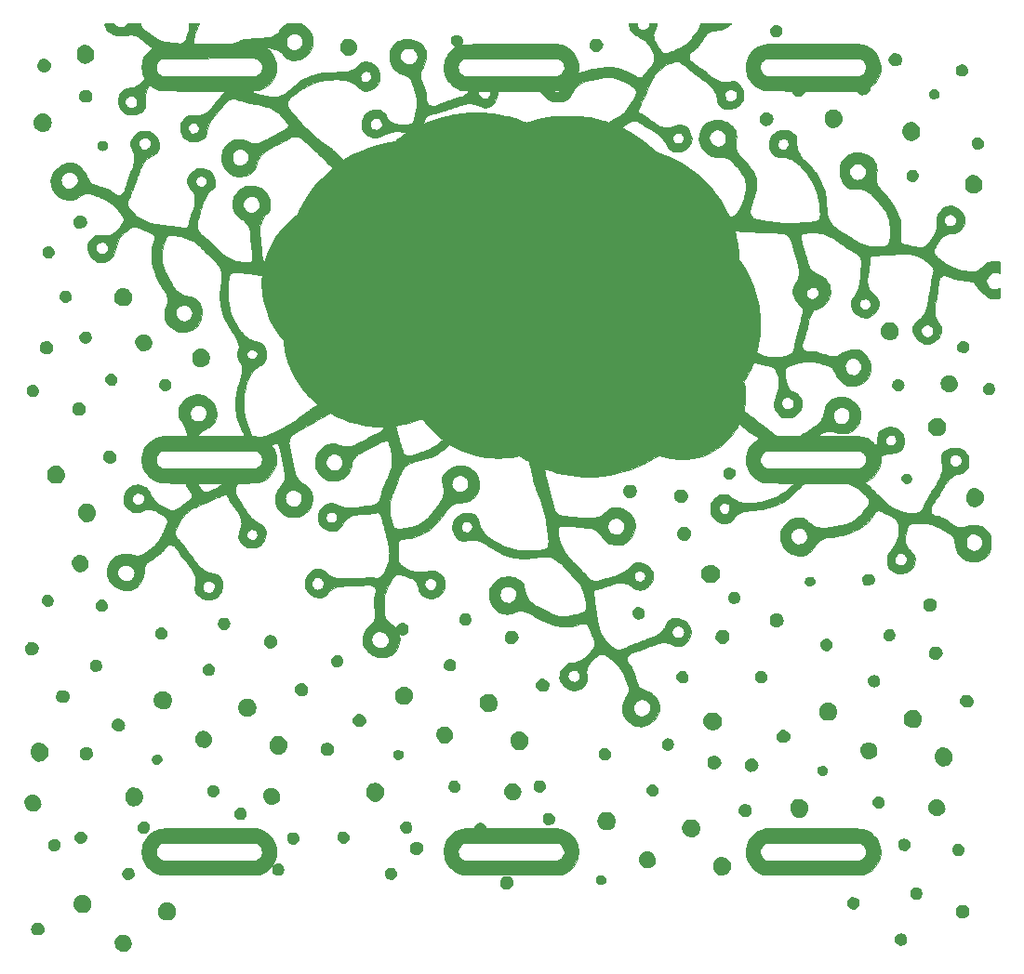
<source format=gbr>
%TF.GenerationSoftware,KiCad,Pcbnew,(6.0.0)*%
%TF.CreationDate,2022-01-31T16:35:22-08:00*%
%TF.ProjectId,PCB-side-brain,5043422d-7369-4646-952d-627261696e2e,rev?*%
%TF.SameCoordinates,Original*%
%TF.FileFunction,Copper,L1,Top*%
%TF.FilePolarity,Positive*%
%FSLAX46Y46*%
G04 Gerber Fmt 4.6, Leading zero omitted, Abs format (unit mm)*
G04 Created by KiCad (PCBNEW (6.0.0)) date 2022-01-31 16:35:22*
%MOMM*%
%LPD*%
G01*
G04 APERTURE LIST*
%TA.AperFunction,EtchedComponent*%
%ADD10C,0.010000*%
%TD*%
G04 APERTURE END LIST*
D10*
%TO.C,Ref\u002A\u002A*%
X139576985Y-111664072D02*
X139691266Y-111697851D01*
X139691266Y-111697851D02*
X139791655Y-111758195D01*
X139791655Y-111758195D02*
X139813014Y-111776997D01*
X139813014Y-111776997D02*
X139888939Y-111869004D01*
X139888939Y-111869004D02*
X139929433Y-111971960D01*
X139929433Y-111971960D02*
X139939779Y-112078924D01*
X139939779Y-112078924D02*
X139921942Y-112209705D01*
X139921942Y-112209705D02*
X139869910Y-112317257D01*
X139869910Y-112317257D02*
X139786297Y-112399262D01*
X139786297Y-112399262D02*
X139673717Y-112453402D01*
X139673717Y-112453402D02*
X139534783Y-112477358D01*
X139534783Y-112477358D02*
X139489469Y-112478324D01*
X139489469Y-112478324D02*
X139408275Y-112474430D01*
X139408275Y-112474430D02*
X139337174Y-112465660D01*
X139337174Y-112465660D02*
X139297833Y-112455944D01*
X139297833Y-112455944D02*
X139226681Y-112412919D01*
X139226681Y-112412919D02*
X139155069Y-112346195D01*
X139155069Y-112346195D02*
X139099005Y-112271070D01*
X139099005Y-112271070D02*
X139093038Y-112260236D01*
X139093038Y-112260236D02*
X139072886Y-112193377D01*
X139072886Y-112193377D02*
X139063720Y-112101909D01*
X139063720Y-112101909D02*
X139065519Y-112002100D01*
X139065519Y-112002100D02*
X139078261Y-111910218D01*
X139078261Y-111910218D02*
X139093561Y-111859617D01*
X139093561Y-111859617D02*
X139150293Y-111775157D01*
X139150293Y-111775157D02*
X139235468Y-111712400D01*
X139235468Y-111712400D02*
X139340620Y-111672318D01*
X139340620Y-111672318D02*
X139457281Y-111655885D01*
X139457281Y-111655885D02*
X139576985Y-111664072D01*
X139576985Y-111664072D02*
X139576985Y-111664072D01*
G36*
X139576985Y-111664072D02*
G01*
X139691266Y-111697851D01*
X139791655Y-111758195D01*
X139813014Y-111776997D01*
X139888939Y-111869004D01*
X139929433Y-111971960D01*
X139939779Y-112078924D01*
X139921942Y-112209705D01*
X139869910Y-112317257D01*
X139786297Y-112399262D01*
X139673717Y-112453402D01*
X139534783Y-112477358D01*
X139489469Y-112478324D01*
X139408275Y-112474430D01*
X139337174Y-112465660D01*
X139297833Y-112455944D01*
X139226681Y-112412919D01*
X139155069Y-112346195D01*
X139099005Y-112271070D01*
X139093038Y-112260236D01*
X139072886Y-112193377D01*
X139063720Y-112101909D01*
X139065519Y-112002100D01*
X139078261Y-111910218D01*
X139093561Y-111859617D01*
X139150293Y-111775157D01*
X139235468Y-111712400D01*
X139340620Y-111672318D01*
X139457281Y-111655885D01*
X139576985Y-111664072D01*
G37*
X139576985Y-111664072D02*
X139691266Y-111697851D01*
X139791655Y-111758195D01*
X139813014Y-111776997D01*
X139888939Y-111869004D01*
X139929433Y-111971960D01*
X139939779Y-112078924D01*
X139921942Y-112209705D01*
X139869910Y-112317257D01*
X139786297Y-112399262D01*
X139673717Y-112453402D01*
X139534783Y-112477358D01*
X139489469Y-112478324D01*
X139408275Y-112474430D01*
X139337174Y-112465660D01*
X139297833Y-112455944D01*
X139226681Y-112412919D01*
X139155069Y-112346195D01*
X139099005Y-112271070D01*
X139093038Y-112260236D01*
X139072886Y-112193377D01*
X139063720Y-112101909D01*
X139065519Y-112002100D01*
X139078261Y-111910218D01*
X139093561Y-111859617D01*
X139150293Y-111775157D01*
X139235468Y-111712400D01*
X139340620Y-111672318D01*
X139457281Y-111655885D01*
X139576985Y-111664072D01*
X106978908Y-111026578D02*
X106988177Y-111029205D01*
X106988177Y-111029205D02*
X107142247Y-111087304D01*
X107142247Y-111087304D02*
X107272695Y-111168463D01*
X107272695Y-111168463D02*
X107394331Y-111281954D01*
X107394331Y-111281954D02*
X107397557Y-111285471D01*
X107397557Y-111285471D02*
X107489474Y-111402203D01*
X107489474Y-111402203D02*
X107551109Y-111522579D01*
X107551109Y-111522579D02*
X107586465Y-111657668D01*
X107586465Y-111657668D02*
X107599547Y-111818543D01*
X107599547Y-111818543D02*
X107599832Y-111844666D01*
X107599832Y-111844666D02*
X107598730Y-111945350D01*
X107598730Y-111945350D02*
X107592855Y-112017822D01*
X107592855Y-112017822D02*
X107579676Y-112076144D01*
X107579676Y-112076144D02*
X107556659Y-112134378D01*
X107556659Y-112134378D02*
X107542177Y-112164791D01*
X107542177Y-112164791D02*
X107441185Y-112326235D01*
X107441185Y-112326235D02*
X107312999Y-112457221D01*
X107312999Y-112457221D02*
X107161140Y-112555024D01*
X107161140Y-112555024D02*
X106989132Y-112616919D01*
X106989132Y-112616919D02*
X106945987Y-112625992D01*
X106945987Y-112625992D02*
X106862740Y-112640297D01*
X106862740Y-112640297D02*
X106803364Y-112645774D01*
X106803364Y-112645774D02*
X106750200Y-112641808D01*
X106750200Y-112641808D02*
X106685589Y-112627786D01*
X106685589Y-112627786D02*
X106637666Y-112615269D01*
X106637666Y-112615269D02*
X106478680Y-112551745D01*
X106478680Y-112551745D02*
X106339130Y-112453058D01*
X106339130Y-112453058D02*
X106224004Y-112323840D01*
X106224004Y-112323840D02*
X106138292Y-112168722D01*
X106138292Y-112168722D02*
X106127718Y-112142012D01*
X106127718Y-112142012D02*
X106108316Y-112084136D01*
X106108316Y-112084136D02*
X106096166Y-112027529D01*
X106096166Y-112027529D02*
X106090183Y-111960959D01*
X106090183Y-111960959D02*
X106089280Y-111873192D01*
X106089280Y-111873192D02*
X106091789Y-111770583D01*
X106091789Y-111770583D02*
X106096925Y-111652753D01*
X106096925Y-111652753D02*
X106104586Y-111566796D01*
X106104586Y-111566796D02*
X106116434Y-111502262D01*
X106116434Y-111502262D02*
X106134130Y-111448700D01*
X106134130Y-111448700D02*
X106147772Y-111418452D01*
X106147772Y-111418452D02*
X106240798Y-111271274D01*
X106240798Y-111271274D02*
X106359385Y-111153432D01*
X106359385Y-111153432D02*
X106498011Y-111067484D01*
X106498011Y-111067484D02*
X106651156Y-111015987D01*
X106651156Y-111015987D02*
X106813295Y-111001499D01*
X106813295Y-111001499D02*
X106978908Y-111026578D01*
X106978908Y-111026578D02*
X106978908Y-111026578D01*
G36*
X106978908Y-111026578D02*
G01*
X106988177Y-111029205D01*
X107142247Y-111087304D01*
X107272695Y-111168463D01*
X107394331Y-111281954D01*
X107397557Y-111285471D01*
X107489474Y-111402203D01*
X107551109Y-111522579D01*
X107586465Y-111657668D01*
X107599547Y-111818543D01*
X107599832Y-111844666D01*
X107598730Y-111945350D01*
X107592855Y-112017822D01*
X107579676Y-112076144D01*
X107556659Y-112134378D01*
X107542177Y-112164791D01*
X107441185Y-112326235D01*
X107312999Y-112457221D01*
X107161140Y-112555024D01*
X106989132Y-112616919D01*
X106945987Y-112625992D01*
X106862740Y-112640297D01*
X106803364Y-112645774D01*
X106750200Y-112641808D01*
X106685589Y-112627786D01*
X106637666Y-112615269D01*
X106478680Y-112551745D01*
X106339130Y-112453058D01*
X106224004Y-112323840D01*
X106138292Y-112168722D01*
X106127718Y-112142012D01*
X106108316Y-112084136D01*
X106096166Y-112027529D01*
X106090183Y-111960959D01*
X106089280Y-111873192D01*
X106091789Y-111770583D01*
X106096925Y-111652753D01*
X106104586Y-111566796D01*
X106116434Y-111502262D01*
X106134130Y-111448700D01*
X106147772Y-111418452D01*
X106240798Y-111271274D01*
X106359385Y-111153432D01*
X106498011Y-111067484D01*
X106651156Y-111015987D01*
X106813295Y-111001499D01*
X106978908Y-111026578D01*
G37*
X106978908Y-111026578D02*
X106988177Y-111029205D01*
X107142247Y-111087304D01*
X107272695Y-111168463D01*
X107394331Y-111281954D01*
X107397557Y-111285471D01*
X107489474Y-111402203D01*
X107551109Y-111522579D01*
X107586465Y-111657668D01*
X107599547Y-111818543D01*
X107599832Y-111844666D01*
X107598730Y-111945350D01*
X107592855Y-112017822D01*
X107579676Y-112076144D01*
X107556659Y-112134378D01*
X107542177Y-112164791D01*
X107441185Y-112326235D01*
X107312999Y-112457221D01*
X107161140Y-112555024D01*
X106989132Y-112616919D01*
X106945987Y-112625992D01*
X106862740Y-112640297D01*
X106803364Y-112645774D01*
X106750200Y-112641808D01*
X106685589Y-112627786D01*
X106637666Y-112615269D01*
X106478680Y-112551745D01*
X106339130Y-112453058D01*
X106224004Y-112323840D01*
X106138292Y-112168722D01*
X106127718Y-112142012D01*
X106108316Y-112084136D01*
X106096166Y-112027529D01*
X106090183Y-111960959D01*
X106089280Y-111873192D01*
X106091789Y-111770583D01*
X106096925Y-111652753D01*
X106104586Y-111566796D01*
X106116434Y-111502262D01*
X106134130Y-111448700D01*
X106147772Y-111418452D01*
X106240798Y-111271274D01*
X106359385Y-111153432D01*
X106498011Y-111067484D01*
X106651156Y-111015987D01*
X106813295Y-111001499D01*
X106978908Y-111026578D01*
X118598149Y-125551133D02*
X118763418Y-125602893D01*
X118763418Y-125602893D02*
X118908184Y-125686229D01*
X118908184Y-125686229D02*
X119027910Y-125798033D01*
X119027910Y-125798033D02*
X119118059Y-125935201D01*
X119118059Y-125935201D02*
X119160689Y-126043165D01*
X119160689Y-126043165D02*
X119177013Y-126125121D01*
X119177013Y-126125121D02*
X119187348Y-126233325D01*
X119187348Y-126233325D02*
X119191423Y-126352940D01*
X119191423Y-126352940D02*
X119188964Y-126469130D01*
X119188964Y-126469130D02*
X119179700Y-126567058D01*
X119179700Y-126567058D02*
X119171093Y-126609669D01*
X119171093Y-126609669D02*
X119111628Y-126750610D01*
X119111628Y-126750610D02*
X119017432Y-126875698D01*
X119017432Y-126875698D02*
X118895204Y-126977770D01*
X118895204Y-126977770D02*
X118763441Y-127045316D01*
X118763441Y-127045316D02*
X118677386Y-127066802D01*
X118677386Y-127066802D02*
X118564154Y-127079698D01*
X118564154Y-127079698D02*
X118438057Y-127083825D01*
X118438057Y-127083825D02*
X118313407Y-127079005D01*
X118313407Y-127079005D02*
X118204516Y-127065058D01*
X118204516Y-127065058D02*
X118154836Y-127052910D01*
X118154836Y-127052910D02*
X118002207Y-126984068D01*
X118002207Y-126984068D02*
X117871571Y-126882487D01*
X117871571Y-126882487D02*
X117766916Y-126753740D01*
X117766916Y-126753740D02*
X117692231Y-126603403D01*
X117692231Y-126603403D02*
X117651505Y-126437050D01*
X117651505Y-126437050D02*
X117645024Y-126340427D01*
X117645024Y-126340427D02*
X117662978Y-126154891D01*
X117662978Y-126154891D02*
X117716363Y-125986645D01*
X117716363Y-125986645D02*
X117801626Y-125839399D01*
X117801626Y-125839399D02*
X117915216Y-125716864D01*
X117915216Y-125716864D02*
X118053578Y-125622753D01*
X118053578Y-125622753D02*
X118213160Y-125560776D01*
X118213160Y-125560776D02*
X118390410Y-125534646D01*
X118390410Y-125534646D02*
X118416916Y-125534056D01*
X118416916Y-125534056D02*
X118598149Y-125551133D01*
X118598149Y-125551133D02*
X118598149Y-125551133D01*
G36*
X118598149Y-125551133D02*
G01*
X118763418Y-125602893D01*
X118908184Y-125686229D01*
X119027910Y-125798033D01*
X119118059Y-125935201D01*
X119160689Y-126043165D01*
X119177013Y-126125121D01*
X119187348Y-126233325D01*
X119191423Y-126352940D01*
X119188964Y-126469130D01*
X119179700Y-126567058D01*
X119171093Y-126609669D01*
X119111628Y-126750610D01*
X119017432Y-126875698D01*
X118895204Y-126977770D01*
X118763441Y-127045316D01*
X118677386Y-127066802D01*
X118564154Y-127079698D01*
X118438057Y-127083825D01*
X118313407Y-127079005D01*
X118204516Y-127065058D01*
X118154836Y-127052910D01*
X118002207Y-126984068D01*
X117871571Y-126882487D01*
X117766916Y-126753740D01*
X117692231Y-126603403D01*
X117651505Y-126437050D01*
X117645024Y-126340427D01*
X117662978Y-126154891D01*
X117716363Y-125986645D01*
X117801626Y-125839399D01*
X117915216Y-125716864D01*
X118053578Y-125622753D01*
X118213160Y-125560776D01*
X118390410Y-125534646D01*
X118416916Y-125534056D01*
X118598149Y-125551133D01*
G37*
X118598149Y-125551133D02*
X118763418Y-125602893D01*
X118908184Y-125686229D01*
X119027910Y-125798033D01*
X119118059Y-125935201D01*
X119160689Y-126043165D01*
X119177013Y-126125121D01*
X119187348Y-126233325D01*
X119191423Y-126352940D01*
X119188964Y-126469130D01*
X119179700Y-126567058D01*
X119171093Y-126609669D01*
X119111628Y-126750610D01*
X119017432Y-126875698D01*
X118895204Y-126977770D01*
X118763441Y-127045316D01*
X118677386Y-127066802D01*
X118564154Y-127079698D01*
X118438057Y-127083825D01*
X118313407Y-127079005D01*
X118204516Y-127065058D01*
X118154836Y-127052910D01*
X118002207Y-126984068D01*
X117871571Y-126882487D01*
X117766916Y-126753740D01*
X117692231Y-126603403D01*
X117651505Y-126437050D01*
X117645024Y-126340427D01*
X117662978Y-126154891D01*
X117716363Y-125986645D01*
X117801626Y-125839399D01*
X117915216Y-125716864D01*
X118053578Y-125622753D01*
X118213160Y-125560776D01*
X118390410Y-125534646D01*
X118416916Y-125534056D01*
X118598149Y-125551133D01*
X112566769Y-97962163D02*
X112623195Y-97977638D01*
X112623195Y-97977638D02*
X112713663Y-98009557D01*
X112713663Y-98009557D02*
X112780755Y-98047031D01*
X112780755Y-98047031D02*
X112843036Y-98101365D01*
X112843036Y-98101365D02*
X112866511Y-98125790D01*
X112866511Y-98125790D02*
X112950188Y-98243306D01*
X112950188Y-98243306D02*
X112997532Y-98372688D01*
X112997532Y-98372688D02*
X113009439Y-98506782D01*
X113009439Y-98506782D02*
X112986803Y-98638435D01*
X112986803Y-98638435D02*
X112930521Y-98760493D01*
X112930521Y-98760493D02*
X112841486Y-98865802D01*
X112841486Y-98865802D02*
X112766918Y-98921608D01*
X112766918Y-98921608D02*
X112697579Y-98959088D01*
X112697579Y-98959088D02*
X112630123Y-98980300D01*
X112630123Y-98980300D02*
X112545432Y-98990581D01*
X112545432Y-98990581D02*
X112513478Y-98992347D01*
X112513478Y-98992347D02*
X112424618Y-98993715D01*
X112424618Y-98993715D02*
X112358725Y-98985592D01*
X112358725Y-98985592D02*
X112296845Y-98964393D01*
X112296845Y-98964393D02*
X112251533Y-98942782D01*
X112251533Y-98942782D02*
X112131068Y-98861099D01*
X112131068Y-98861099D02*
X112044748Y-98754859D01*
X112044748Y-98754859D02*
X111992224Y-98623454D01*
X111992224Y-98623454D02*
X111973146Y-98466273D01*
X111973146Y-98466273D02*
X111973060Y-98456750D01*
X111973060Y-98456750D02*
X111990524Y-98308073D01*
X111990524Y-98308073D02*
X112042284Y-98178498D01*
X112042284Y-98178498D02*
X112125676Y-98072777D01*
X112125676Y-98072777D02*
X112229015Y-98000167D01*
X112229015Y-98000167D02*
X112337780Y-97957402D01*
X112337780Y-97957402D02*
X112445960Y-97944986D01*
X112445960Y-97944986D02*
X112566769Y-97962163D01*
X112566769Y-97962163D02*
X112566769Y-97962163D01*
G36*
X112566769Y-97962163D02*
G01*
X112623195Y-97977638D01*
X112713663Y-98009557D01*
X112780755Y-98047031D01*
X112843036Y-98101365D01*
X112866511Y-98125790D01*
X112950188Y-98243306D01*
X112997532Y-98372688D01*
X113009439Y-98506782D01*
X112986803Y-98638435D01*
X112930521Y-98760493D01*
X112841486Y-98865802D01*
X112766918Y-98921608D01*
X112697579Y-98959088D01*
X112630123Y-98980300D01*
X112545432Y-98990581D01*
X112513478Y-98992347D01*
X112424618Y-98993715D01*
X112358725Y-98985592D01*
X112296845Y-98964393D01*
X112251533Y-98942782D01*
X112131068Y-98861099D01*
X112044748Y-98754859D01*
X111992224Y-98623454D01*
X111973146Y-98466273D01*
X111973060Y-98456750D01*
X111990524Y-98308073D01*
X112042284Y-98178498D01*
X112125676Y-98072777D01*
X112229015Y-98000167D01*
X112337780Y-97957402D01*
X112445960Y-97944986D01*
X112566769Y-97962163D01*
G37*
X112566769Y-97962163D02*
X112623195Y-97977638D01*
X112713663Y-98009557D01*
X112780755Y-98047031D01*
X112843036Y-98101365D01*
X112866511Y-98125790D01*
X112950188Y-98243306D01*
X112997532Y-98372688D01*
X113009439Y-98506782D01*
X112986803Y-98638435D01*
X112930521Y-98760493D01*
X112841486Y-98865802D01*
X112766918Y-98921608D01*
X112697579Y-98959088D01*
X112630123Y-98980300D01*
X112545432Y-98990581D01*
X112513478Y-98992347D01*
X112424618Y-98993715D01*
X112358725Y-98985592D01*
X112296845Y-98964393D01*
X112251533Y-98942782D01*
X112131068Y-98861099D01*
X112044748Y-98754859D01*
X111992224Y-98623454D01*
X111973146Y-98466273D01*
X111973060Y-98456750D01*
X111990524Y-98308073D01*
X112042284Y-98178498D01*
X112125676Y-98072777D01*
X112229015Y-98000167D01*
X112337780Y-97957402D01*
X112445960Y-97944986D01*
X112566769Y-97962163D01*
X169752754Y-85955231D02*
X169857452Y-85978229D01*
X169857452Y-85978229D02*
X169944970Y-86021545D01*
X169944970Y-86021545D02*
X170027098Y-86089628D01*
X170027098Y-86089628D02*
X170046635Y-86109436D01*
X170046635Y-86109436D02*
X170124373Y-86217174D01*
X170124373Y-86217174D02*
X170168195Y-86337199D01*
X170168195Y-86337199D02*
X170178440Y-86461449D01*
X170178440Y-86461449D02*
X170155444Y-86581861D01*
X170155444Y-86581861D02*
X170099546Y-86690373D01*
X170099546Y-86690373D02*
X170018847Y-86773147D01*
X170018847Y-86773147D02*
X169909922Y-86840103D01*
X169909922Y-86840103D02*
X169782985Y-86892662D01*
X169782985Y-86892662D02*
X169650093Y-86927802D01*
X169650093Y-86927802D02*
X169523306Y-86942499D01*
X169523306Y-86942499D02*
X169414681Y-86933731D01*
X169414681Y-86933731D02*
X169396833Y-86929086D01*
X169396833Y-86929086D02*
X169298978Y-86878486D01*
X169298978Y-86878486D02*
X169217981Y-86792580D01*
X169217981Y-86792580D02*
X169156537Y-86675958D01*
X169156537Y-86675958D02*
X169117339Y-86533207D01*
X169117339Y-86533207D02*
X169105328Y-86432645D01*
X169105328Y-86432645D02*
X169110746Y-86290884D01*
X169110746Y-86290884D02*
X169149138Y-86174056D01*
X169149138Y-86174056D02*
X169222807Y-86077915D01*
X169222807Y-86077915D02*
X169334057Y-85998214D01*
X169334057Y-85998214D02*
X169343916Y-85992815D01*
X169343916Y-85992815D02*
X169395851Y-85969437D01*
X169395851Y-85969437D02*
X169453030Y-85955600D01*
X169453030Y-85955600D02*
X169528305Y-85949216D01*
X169528305Y-85949216D02*
X169619083Y-85948100D01*
X169619083Y-85948100D02*
X169752754Y-85955231D01*
X169752754Y-85955231D02*
X169752754Y-85955231D01*
G36*
X169752754Y-85955231D02*
G01*
X169857452Y-85978229D01*
X169944970Y-86021545D01*
X170027098Y-86089628D01*
X170046635Y-86109436D01*
X170124373Y-86217174D01*
X170168195Y-86337199D01*
X170178440Y-86461449D01*
X170155444Y-86581861D01*
X170099546Y-86690373D01*
X170018847Y-86773147D01*
X169909922Y-86840103D01*
X169782985Y-86892662D01*
X169650093Y-86927802D01*
X169523306Y-86942499D01*
X169414681Y-86933731D01*
X169396833Y-86929086D01*
X169298978Y-86878486D01*
X169217981Y-86792580D01*
X169156537Y-86675958D01*
X169117339Y-86533207D01*
X169105328Y-86432645D01*
X169110746Y-86290884D01*
X169149138Y-86174056D01*
X169222807Y-86077915D01*
X169334057Y-85998214D01*
X169343916Y-85992815D01*
X169395851Y-85969437D01*
X169453030Y-85955600D01*
X169528305Y-85949216D01*
X169619083Y-85948100D01*
X169752754Y-85955231D01*
G37*
X169752754Y-85955231D02*
X169857452Y-85978229D01*
X169944970Y-86021545D01*
X170027098Y-86089628D01*
X170046635Y-86109436D01*
X170124373Y-86217174D01*
X170168195Y-86337199D01*
X170178440Y-86461449D01*
X170155444Y-86581861D01*
X170099546Y-86690373D01*
X170018847Y-86773147D01*
X169909922Y-86840103D01*
X169782985Y-86892662D01*
X169650093Y-86927802D01*
X169523306Y-86942499D01*
X169414681Y-86933731D01*
X169396833Y-86929086D01*
X169298978Y-86878486D01*
X169217981Y-86792580D01*
X169156537Y-86675958D01*
X169117339Y-86533207D01*
X169105328Y-86432645D01*
X169110746Y-86290884D01*
X169149138Y-86174056D01*
X169222807Y-86077915D01*
X169334057Y-85998214D01*
X169343916Y-85992815D01*
X169395851Y-85969437D01*
X169453030Y-85955600D01*
X169528305Y-85949216D01*
X169619083Y-85948100D01*
X169752754Y-85955231D01*
X112700748Y-56185030D02*
X112755300Y-56202976D01*
X112755300Y-56202976D02*
X112797166Y-56223757D01*
X112797166Y-56223757D02*
X112897861Y-56297772D01*
X112897861Y-56297772D02*
X112969210Y-56391228D01*
X112969210Y-56391228D02*
X113011560Y-56497018D01*
X113011560Y-56497018D02*
X113025254Y-56608032D01*
X113025254Y-56608032D02*
X113010638Y-56717162D01*
X113010638Y-56717162D02*
X112968056Y-56817299D01*
X112968056Y-56817299D02*
X112897852Y-56901336D01*
X112897852Y-56901336D02*
X112800372Y-56962163D01*
X112800372Y-56962163D02*
X112760666Y-56976418D01*
X112760666Y-56976418D02*
X112666849Y-56994925D01*
X112666849Y-56994925D02*
X112561940Y-57000893D01*
X112561940Y-57000893D02*
X112461603Y-56994633D01*
X112461603Y-56994633D02*
X112381505Y-56976458D01*
X112381505Y-56976458D02*
X112363297Y-56968487D01*
X112363297Y-56968487D02*
X112257351Y-56892482D01*
X112257351Y-56892482D02*
X112185796Y-56792430D01*
X112185796Y-56792430D02*
X112148085Y-56667369D01*
X112148085Y-56667369D02*
X112141464Y-56577693D01*
X112141464Y-56577693D02*
X112156099Y-56443949D01*
X112156099Y-56443949D02*
X112201684Y-56338350D01*
X112201684Y-56338350D02*
X112278975Y-56260163D01*
X112278975Y-56260163D02*
X112388730Y-56208657D01*
X112388730Y-56208657D02*
X112531707Y-56183099D01*
X112531707Y-56183099D02*
X112550885Y-56181756D01*
X112550885Y-56181756D02*
X112638273Y-56178922D01*
X112638273Y-56178922D02*
X112700748Y-56185030D01*
X112700748Y-56185030D02*
X112700748Y-56185030D01*
G36*
X112700748Y-56185030D02*
G01*
X112755300Y-56202976D01*
X112797166Y-56223757D01*
X112897861Y-56297772D01*
X112969210Y-56391228D01*
X113011560Y-56497018D01*
X113025254Y-56608032D01*
X113010638Y-56717162D01*
X112968056Y-56817299D01*
X112897852Y-56901336D01*
X112800372Y-56962163D01*
X112760666Y-56976418D01*
X112666849Y-56994925D01*
X112561940Y-57000893D01*
X112461603Y-56994633D01*
X112381505Y-56976458D01*
X112363297Y-56968487D01*
X112257351Y-56892482D01*
X112185796Y-56792430D01*
X112148085Y-56667369D01*
X112141464Y-56577693D01*
X112156099Y-56443949D01*
X112201684Y-56338350D01*
X112278975Y-56260163D01*
X112388730Y-56208657D01*
X112531707Y-56183099D01*
X112550885Y-56181756D01*
X112638273Y-56178922D01*
X112700748Y-56185030D01*
G37*
X112700748Y-56185030D02*
X112755300Y-56202976D01*
X112797166Y-56223757D01*
X112897861Y-56297772D01*
X112969210Y-56391228D01*
X113011560Y-56497018D01*
X113025254Y-56608032D01*
X113010638Y-56717162D01*
X112968056Y-56817299D01*
X112897852Y-56901336D01*
X112800372Y-56962163D01*
X112760666Y-56976418D01*
X112666849Y-56994925D01*
X112561940Y-57000893D01*
X112461603Y-56994633D01*
X112381505Y-56976458D01*
X112363297Y-56968487D01*
X112257351Y-56892482D01*
X112185796Y-56792430D01*
X112148085Y-56667369D01*
X112141464Y-56577693D01*
X112156099Y-56443949D01*
X112201684Y-56338350D01*
X112278975Y-56260163D01*
X112388730Y-56208657D01*
X112531707Y-56183099D01*
X112550885Y-56181756D01*
X112638273Y-56178922D01*
X112700748Y-56185030D01*
X135112467Y-46872858D02*
X135275436Y-46934933D01*
X135275436Y-46934933D02*
X135419639Y-47031071D01*
X135419639Y-47031071D02*
X135540644Y-47155503D01*
X135540644Y-47155503D02*
X135634018Y-47302460D01*
X135634018Y-47302460D02*
X135695329Y-47466172D01*
X135695329Y-47466172D02*
X135720145Y-47640870D01*
X135720145Y-47640870D02*
X135720459Y-47664271D01*
X135720459Y-47664271D02*
X135699972Y-47804603D01*
X135699972Y-47804603D02*
X135642383Y-47941286D01*
X135642383Y-47941286D02*
X135552777Y-48067141D01*
X135552777Y-48067141D02*
X135436237Y-48174987D01*
X135436237Y-48174987D02*
X135301492Y-48255960D01*
X135301492Y-48255960D02*
X135192814Y-48292783D01*
X135192814Y-48292783D02*
X135066305Y-48314529D01*
X135066305Y-48314529D02*
X134937375Y-48320153D01*
X134937375Y-48320153D02*
X134821437Y-48308610D01*
X134821437Y-48308610D02*
X134763141Y-48292489D01*
X134763141Y-48292489D02*
X134604497Y-48210595D01*
X134604497Y-48210595D02*
X134472102Y-48097883D01*
X134472102Y-48097883D02*
X134369102Y-47959009D01*
X134369102Y-47959009D02*
X134298644Y-47798629D01*
X134298644Y-47798629D02*
X134263875Y-47621397D01*
X134263875Y-47621397D02*
X134260669Y-47549005D01*
X134260669Y-47549005D02*
X134262643Y-47454112D01*
X134262643Y-47454112D02*
X134271747Y-47383670D01*
X134271747Y-47383670D02*
X134291754Y-47319932D01*
X134291754Y-47319932D02*
X134324434Y-47249149D01*
X134324434Y-47249149D02*
X134416133Y-47109106D01*
X134416133Y-47109106D02*
X134534307Y-46996501D01*
X134534307Y-46996501D02*
X134672557Y-46914392D01*
X134672557Y-46914392D02*
X134824482Y-46865834D01*
X134824482Y-46865834D02*
X134983682Y-46853884D01*
X134983682Y-46853884D02*
X135112467Y-46872858D01*
X135112467Y-46872858D02*
X135112467Y-46872858D01*
G36*
X135112467Y-46872858D02*
G01*
X135275436Y-46934933D01*
X135419639Y-47031071D01*
X135540644Y-47155503D01*
X135634018Y-47302460D01*
X135695329Y-47466172D01*
X135720145Y-47640870D01*
X135720459Y-47664271D01*
X135699972Y-47804603D01*
X135642383Y-47941286D01*
X135552777Y-48067141D01*
X135436237Y-48174987D01*
X135301492Y-48255960D01*
X135192814Y-48292783D01*
X135066305Y-48314529D01*
X134937375Y-48320153D01*
X134821437Y-48308610D01*
X134763141Y-48292489D01*
X134604497Y-48210595D01*
X134472102Y-48097883D01*
X134369102Y-47959009D01*
X134298644Y-47798629D01*
X134263875Y-47621397D01*
X134260669Y-47549005D01*
X134262643Y-47454112D01*
X134271747Y-47383670D01*
X134291754Y-47319932D01*
X134324434Y-47249149D01*
X134416133Y-47109106D01*
X134534307Y-46996501D01*
X134672557Y-46914392D01*
X134824482Y-46865834D01*
X134983682Y-46853884D01*
X135112467Y-46872858D01*
G37*
X135112467Y-46872858D02*
X135275436Y-46934933D01*
X135419639Y-47031071D01*
X135540644Y-47155503D01*
X135634018Y-47302460D01*
X135695329Y-47466172D01*
X135720145Y-47640870D01*
X135720459Y-47664271D01*
X135699972Y-47804603D01*
X135642383Y-47941286D01*
X135552777Y-48067141D01*
X135436237Y-48174987D01*
X135301492Y-48255960D01*
X135192814Y-48292783D01*
X135066305Y-48314529D01*
X134937375Y-48320153D01*
X134821437Y-48308610D01*
X134763141Y-48292489D01*
X134604497Y-48210595D01*
X134472102Y-48097883D01*
X134369102Y-47959009D01*
X134298644Y-47798629D01*
X134263875Y-47621397D01*
X134260669Y-47549005D01*
X134262643Y-47454112D01*
X134271747Y-47383670D01*
X134291754Y-47319932D01*
X134324434Y-47249149D01*
X134416133Y-47109106D01*
X134534307Y-46996501D01*
X134672557Y-46914392D01*
X134824482Y-46865834D01*
X134983682Y-46853884D01*
X135112467Y-46872858D01*
X185934528Y-86530169D02*
X185958833Y-86538441D01*
X185958833Y-86538441D02*
X186062590Y-86597585D01*
X186062590Y-86597585D02*
X186140824Y-86681131D01*
X186140824Y-86681131D02*
X186192838Y-86781485D01*
X186192838Y-86781485D02*
X186217933Y-86891051D01*
X186217933Y-86891051D02*
X186215412Y-87002233D01*
X186215412Y-87002233D02*
X186184577Y-87107436D01*
X186184577Y-87107436D02*
X186124731Y-87199064D01*
X186124731Y-87199064D02*
X186035176Y-87269522D01*
X186035176Y-87269522D02*
X186026408Y-87274170D01*
X186026408Y-87274170D02*
X185918915Y-87312403D01*
X185918915Y-87312403D02*
X185796547Y-87329545D01*
X185796547Y-87329545D02*
X185675008Y-87325088D01*
X185675008Y-87325088D02*
X185570002Y-87298523D01*
X185570002Y-87298523D02*
X185550561Y-87289601D01*
X185550561Y-87289601D02*
X185449105Y-87215770D01*
X185449105Y-87215770D02*
X185379691Y-87114733D01*
X185379691Y-87114733D02*
X185343265Y-86988011D01*
X185343265Y-86988011D02*
X185339240Y-86950022D01*
X185339240Y-86950022D02*
X185344477Y-86808833D01*
X185344477Y-86808833D02*
X185382044Y-86693200D01*
X185382044Y-86693200D02*
X185451411Y-86604468D01*
X185451411Y-86604468D02*
X185485711Y-86578273D01*
X185485711Y-86578273D02*
X185580415Y-86535769D01*
X185580415Y-86535769D02*
X185697431Y-86512688D01*
X185697431Y-86512688D02*
X185820791Y-86510373D01*
X185820791Y-86510373D02*
X185934528Y-86530169D01*
X185934528Y-86530169D02*
X185934528Y-86530169D01*
G36*
X185934528Y-86530169D02*
G01*
X185958833Y-86538441D01*
X186062590Y-86597585D01*
X186140824Y-86681131D01*
X186192838Y-86781485D01*
X186217933Y-86891051D01*
X186215412Y-87002233D01*
X186184577Y-87107436D01*
X186124731Y-87199064D01*
X186035176Y-87269522D01*
X186026408Y-87274170D01*
X185918915Y-87312403D01*
X185796547Y-87329545D01*
X185675008Y-87325088D01*
X185570002Y-87298523D01*
X185550561Y-87289601D01*
X185449105Y-87215770D01*
X185379691Y-87114733D01*
X185343265Y-86988011D01*
X185339240Y-86950022D01*
X185344477Y-86808833D01*
X185382044Y-86693200D01*
X185451411Y-86604468D01*
X185485711Y-86578273D01*
X185580415Y-86535769D01*
X185697431Y-86512688D01*
X185820791Y-86510373D01*
X185934528Y-86530169D01*
G37*
X185934528Y-86530169D02*
X185958833Y-86538441D01*
X186062590Y-86597585D01*
X186140824Y-86681131D01*
X186192838Y-86781485D01*
X186217933Y-86891051D01*
X186215412Y-87002233D01*
X186184577Y-87107436D01*
X186124731Y-87199064D01*
X186035176Y-87269522D01*
X186026408Y-87274170D01*
X185918915Y-87312403D01*
X185796547Y-87329545D01*
X185675008Y-87325088D01*
X185570002Y-87298523D01*
X185550561Y-87289601D01*
X185449105Y-87215770D01*
X185379691Y-87114733D01*
X185343265Y-86988011D01*
X185339240Y-86950022D01*
X185344477Y-86808833D01*
X185382044Y-86693200D01*
X185451411Y-86604468D01*
X185485711Y-86578273D01*
X185580415Y-86535769D01*
X185697431Y-86512688D01*
X185820791Y-86510373D01*
X185934528Y-86530169D01*
X113500559Y-77377477D02*
X113621312Y-77424679D01*
X113621312Y-77424679D02*
X113721445Y-77507382D01*
X113721445Y-77507382D02*
X113798135Y-77624153D01*
X113798135Y-77624153D02*
X113832501Y-77712468D01*
X113832501Y-77712468D02*
X113856114Y-77799070D01*
X113856114Y-77799070D02*
X113864589Y-77866165D01*
X113864589Y-77866165D02*
X113859635Y-77933081D01*
X113859635Y-77933081D02*
X113854602Y-77962407D01*
X113854602Y-77962407D02*
X113817407Y-78096774D01*
X113817407Y-78096774D02*
X113761698Y-78215555D01*
X113761698Y-78215555D02*
X113692900Y-78308795D01*
X113692900Y-78308795D02*
X113642393Y-78351881D01*
X113642393Y-78351881D02*
X113548175Y-78393548D01*
X113548175Y-78393548D02*
X113431549Y-78414495D01*
X113431549Y-78414495D02*
X113307753Y-78413368D01*
X113307753Y-78413368D02*
X113199333Y-78391253D01*
X113199333Y-78391253D02*
X113071836Y-78330727D01*
X113071836Y-78330727D02*
X112972505Y-78245043D01*
X112972505Y-78245043D02*
X112901282Y-78140443D01*
X112901282Y-78140443D02*
X112858111Y-78023169D01*
X112858111Y-78023169D02*
X112842933Y-77899462D01*
X112842933Y-77899462D02*
X112855693Y-77775564D01*
X112855693Y-77775564D02*
X112896331Y-77657715D01*
X112896331Y-77657715D02*
X112964792Y-77552159D01*
X112964792Y-77552159D02*
X113061018Y-77465135D01*
X113061018Y-77465135D02*
X113184951Y-77402887D01*
X113184951Y-77402887D02*
X113208466Y-77395308D01*
X113208466Y-77395308D02*
X113362003Y-77367209D01*
X113362003Y-77367209D02*
X113500559Y-77377477D01*
X113500559Y-77377477D02*
X113500559Y-77377477D01*
G36*
X113500559Y-77377477D02*
G01*
X113621312Y-77424679D01*
X113721445Y-77507382D01*
X113798135Y-77624153D01*
X113832501Y-77712468D01*
X113856114Y-77799070D01*
X113864589Y-77866165D01*
X113859635Y-77933081D01*
X113854602Y-77962407D01*
X113817407Y-78096774D01*
X113761698Y-78215555D01*
X113692900Y-78308795D01*
X113642393Y-78351881D01*
X113548175Y-78393548D01*
X113431549Y-78414495D01*
X113307753Y-78413368D01*
X113199333Y-78391253D01*
X113071836Y-78330727D01*
X112972505Y-78245043D01*
X112901282Y-78140443D01*
X112858111Y-78023169D01*
X112842933Y-77899462D01*
X112855693Y-77775564D01*
X112896331Y-77657715D01*
X112964792Y-77552159D01*
X113061018Y-77465135D01*
X113184951Y-77402887D01*
X113208466Y-77395308D01*
X113362003Y-77367209D01*
X113500559Y-77377477D01*
G37*
X113500559Y-77377477D02*
X113621312Y-77424679D01*
X113721445Y-77507382D01*
X113798135Y-77624153D01*
X113832501Y-77712468D01*
X113856114Y-77799070D01*
X113864589Y-77866165D01*
X113859635Y-77933081D01*
X113854602Y-77962407D01*
X113817407Y-78096774D01*
X113761698Y-78215555D01*
X113692900Y-78308795D01*
X113642393Y-78351881D01*
X113548175Y-78393548D01*
X113431549Y-78414495D01*
X113307753Y-78413368D01*
X113199333Y-78391253D01*
X113071836Y-78330727D01*
X112972505Y-78245043D01*
X112901282Y-78140443D01*
X112858111Y-78023169D01*
X112842933Y-77899462D01*
X112855693Y-77775564D01*
X112896331Y-77657715D01*
X112964792Y-77552159D01*
X113061018Y-77465135D01*
X113184951Y-77402887D01*
X113208466Y-77395308D01*
X113362003Y-77367209D01*
X113500559Y-77377477D01*
X133119213Y-110991991D02*
X133191241Y-111002656D01*
X133191241Y-111002656D02*
X133254877Y-111024249D01*
X133254877Y-111024249D02*
X133300001Y-111045925D01*
X133300001Y-111045925D02*
X133426571Y-111132015D01*
X133426571Y-111132015D02*
X133521779Y-111239167D01*
X133521779Y-111239167D02*
X133585454Y-111361212D01*
X133585454Y-111361212D02*
X133617427Y-111491983D01*
X133617427Y-111491983D02*
X133617526Y-111625310D01*
X133617526Y-111625310D02*
X133585583Y-111755027D01*
X133585583Y-111755027D02*
X133521426Y-111874964D01*
X133521426Y-111874964D02*
X133424886Y-111978952D01*
X133424886Y-111978952D02*
X133327548Y-112044725D01*
X133327548Y-112044725D02*
X133260254Y-112077656D01*
X133260254Y-112077656D02*
X133197524Y-112097602D01*
X133197524Y-112097602D02*
X133123235Y-112108300D01*
X133123235Y-112108300D02*
X133032500Y-112113133D01*
X133032500Y-112113133D02*
X132927440Y-112112802D01*
X132927440Y-112112802D02*
X132839228Y-112105318D01*
X132839228Y-112105318D02*
X132783556Y-112092806D01*
X132783556Y-112092806D02*
X132672353Y-112030978D01*
X132672353Y-112030978D02*
X132575374Y-111940789D01*
X132575374Y-111940789D02*
X132519661Y-111859598D01*
X132519661Y-111859598D02*
X132494642Y-111803122D01*
X132494642Y-111803122D02*
X132480223Y-111742076D01*
X132480223Y-111742076D02*
X132473977Y-111662435D01*
X132473977Y-111662435D02*
X132473162Y-111590666D01*
X132473162Y-111590666D02*
X132479572Y-111451818D01*
X132479572Y-111451818D02*
X132500030Y-111343090D01*
X132500030Y-111343090D02*
X132537875Y-111253647D01*
X132537875Y-111253647D02*
X132596449Y-111172651D01*
X132596449Y-111172651D02*
X132604985Y-111163033D01*
X132604985Y-111163033D02*
X132695285Y-111077584D01*
X132695285Y-111077584D02*
X132788559Y-111023516D01*
X132788559Y-111023516D02*
X132897149Y-110995673D01*
X132897149Y-110995673D02*
X133021916Y-110988787D01*
X133021916Y-110988787D02*
X133119213Y-110991991D01*
X133119213Y-110991991D02*
X133119213Y-110991991D01*
G36*
X133119213Y-110991991D02*
G01*
X133191241Y-111002656D01*
X133254877Y-111024249D01*
X133300001Y-111045925D01*
X133426571Y-111132015D01*
X133521779Y-111239167D01*
X133585454Y-111361212D01*
X133617427Y-111491983D01*
X133617526Y-111625310D01*
X133585583Y-111755027D01*
X133521426Y-111874964D01*
X133424886Y-111978952D01*
X133327548Y-112044725D01*
X133260254Y-112077656D01*
X133197524Y-112097602D01*
X133123235Y-112108300D01*
X133032500Y-112113133D01*
X132927440Y-112112802D01*
X132839228Y-112105318D01*
X132783556Y-112092806D01*
X132672353Y-112030978D01*
X132575374Y-111940789D01*
X132519661Y-111859598D01*
X132494642Y-111803122D01*
X132480223Y-111742076D01*
X132473977Y-111662435D01*
X132473162Y-111590666D01*
X132479572Y-111451818D01*
X132500030Y-111343090D01*
X132537875Y-111253647D01*
X132596449Y-111172651D01*
X132604985Y-111163033D01*
X132695285Y-111077584D01*
X132788559Y-111023516D01*
X132897149Y-110995673D01*
X133021916Y-110988787D01*
X133119213Y-110991991D01*
G37*
X133119213Y-110991991D02*
X133191241Y-111002656D01*
X133254877Y-111024249D01*
X133300001Y-111045925D01*
X133426571Y-111132015D01*
X133521779Y-111239167D01*
X133585454Y-111361212D01*
X133617427Y-111491983D01*
X133617526Y-111625310D01*
X133585583Y-111755027D01*
X133521426Y-111874964D01*
X133424886Y-111978952D01*
X133327548Y-112044725D01*
X133260254Y-112077656D01*
X133197524Y-112097602D01*
X133123235Y-112108300D01*
X133032500Y-112113133D01*
X132927440Y-112112802D01*
X132839228Y-112105318D01*
X132783556Y-112092806D01*
X132672353Y-112030978D01*
X132575374Y-111940789D01*
X132519661Y-111859598D01*
X132494642Y-111803122D01*
X132480223Y-111742076D01*
X132473977Y-111662435D01*
X132473162Y-111590666D01*
X132479572Y-111451818D01*
X132500030Y-111343090D01*
X132537875Y-111253647D01*
X132596449Y-111172651D01*
X132604985Y-111163033D01*
X132695285Y-111077584D01*
X132788559Y-111023516D01*
X132897149Y-110995673D01*
X133021916Y-110988787D01*
X133119213Y-110991991D01*
X134652367Y-119099197D02*
X134663356Y-119103274D01*
X134663356Y-119103274D02*
X134792124Y-119165598D01*
X134792124Y-119165598D02*
X134888169Y-119244948D01*
X134888169Y-119244948D02*
X134959948Y-119348540D01*
X134959948Y-119348540D02*
X134967061Y-119362397D01*
X134967061Y-119362397D02*
X135014257Y-119501084D01*
X135014257Y-119501084D02*
X135021908Y-119641878D01*
X135021908Y-119641878D02*
X134991324Y-119777681D01*
X134991324Y-119777681D02*
X134923820Y-119901395D01*
X134923820Y-119901395D02*
X134853083Y-119979004D01*
X134853083Y-119979004D02*
X134727854Y-120065224D01*
X134727854Y-120065224D02*
X134590197Y-120112036D01*
X134590197Y-120112036D02*
X134444889Y-120118397D01*
X134444889Y-120118397D02*
X134327319Y-120093973D01*
X134327319Y-120093973D02*
X134242644Y-120050852D01*
X134242644Y-120050852D02*
X134155852Y-119980682D01*
X134155852Y-119980682D02*
X134079678Y-119896056D01*
X134079678Y-119896056D02*
X134026856Y-119809568D01*
X134026856Y-119809568D02*
X134018654Y-119788730D01*
X134018654Y-119788730D02*
X133984892Y-119634051D01*
X133984892Y-119634051D02*
X133989298Y-119485900D01*
X133989298Y-119485900D02*
X134030822Y-119349741D01*
X134030822Y-119349741D02*
X134108415Y-119231037D01*
X134108415Y-119231037D02*
X134130265Y-119207765D01*
X134130265Y-119207765D02*
X134244754Y-119119228D01*
X134244754Y-119119228D02*
X134370112Y-119071586D01*
X134370112Y-119071586D02*
X134506071Y-119064892D01*
X134506071Y-119064892D02*
X134652367Y-119099197D01*
X134652367Y-119099197D02*
X134652367Y-119099197D01*
G36*
X134652367Y-119099197D02*
G01*
X134663356Y-119103274D01*
X134792124Y-119165598D01*
X134888169Y-119244948D01*
X134959948Y-119348540D01*
X134967061Y-119362397D01*
X135014257Y-119501084D01*
X135021908Y-119641878D01*
X134991324Y-119777681D01*
X134923820Y-119901395D01*
X134853083Y-119979004D01*
X134727854Y-120065224D01*
X134590197Y-120112036D01*
X134444889Y-120118397D01*
X134327319Y-120093973D01*
X134242644Y-120050852D01*
X134155852Y-119980682D01*
X134079678Y-119896056D01*
X134026856Y-119809568D01*
X134018654Y-119788730D01*
X133984892Y-119634051D01*
X133989298Y-119485900D01*
X134030822Y-119349741D01*
X134108415Y-119231037D01*
X134130265Y-119207765D01*
X134244754Y-119119228D01*
X134370112Y-119071586D01*
X134506071Y-119064892D01*
X134652367Y-119099197D01*
G37*
X134652367Y-119099197D02*
X134663356Y-119103274D01*
X134792124Y-119165598D01*
X134888169Y-119244948D01*
X134959948Y-119348540D01*
X134967061Y-119362397D01*
X135014257Y-119501084D01*
X135021908Y-119641878D01*
X134991324Y-119777681D01*
X134923820Y-119901395D01*
X134853083Y-119979004D01*
X134727854Y-120065224D01*
X134590197Y-120112036D01*
X134444889Y-120118397D01*
X134327319Y-120093973D01*
X134242644Y-120050852D01*
X134155852Y-119980682D01*
X134079678Y-119896056D01*
X134026856Y-119809568D01*
X134018654Y-119788730D01*
X133984892Y-119634051D01*
X133989298Y-119485900D01*
X134030822Y-119349741D01*
X134108415Y-119231037D01*
X134130265Y-119207765D01*
X134244754Y-119119228D01*
X134370112Y-119071586D01*
X134506071Y-119064892D01*
X134652367Y-119099197D01*
X106770255Y-127368579D02*
X106834402Y-127390146D01*
X106834402Y-127390146D02*
X106902303Y-127421780D01*
X106902303Y-127421780D02*
X106998526Y-127478511D01*
X106998526Y-127478511D02*
X107082501Y-127544859D01*
X107082501Y-127544859D02*
X107113810Y-127577112D01*
X107113810Y-127577112D02*
X107191770Y-127699424D01*
X107191770Y-127699424D02*
X107235600Y-127839151D01*
X107235600Y-127839151D02*
X107244368Y-127987442D01*
X107244368Y-127987442D02*
X107217141Y-128135446D01*
X107217141Y-128135446D02*
X107181798Y-128223139D01*
X107181798Y-128223139D02*
X107112972Y-128315791D01*
X107112972Y-128315791D02*
X107013820Y-128386808D01*
X107013820Y-128386808D02*
X106891733Y-128433773D01*
X106891733Y-128433773D02*
X106754104Y-128454270D01*
X106754104Y-128454270D02*
X106608324Y-128445882D01*
X106608324Y-128445882D02*
X106542416Y-128432139D01*
X106542416Y-128432139D02*
X106384691Y-128375479D01*
X106384691Y-128375479D02*
X106260103Y-128296156D01*
X106260103Y-128296156D02*
X106170189Y-128195798D01*
X106170189Y-128195798D02*
X106116485Y-128076032D01*
X106116485Y-128076032D02*
X106100531Y-127963947D01*
X106100531Y-127963947D02*
X106116809Y-127801616D01*
X106116809Y-127801616D02*
X106173650Y-127651301D01*
X106173650Y-127651301D02*
X106232063Y-127560616D01*
X106232063Y-127560616D02*
X106321592Y-127465341D01*
X106321592Y-127465341D02*
X106423730Y-127403568D01*
X106423730Y-127403568D02*
X106548009Y-127370479D01*
X106548009Y-127370479D02*
X106622733Y-127363110D01*
X106622733Y-127363110D02*
X106706290Y-127360950D01*
X106706290Y-127360950D02*
X106770255Y-127368579D01*
X106770255Y-127368579D02*
X106770255Y-127368579D01*
G36*
X106770255Y-127368579D02*
G01*
X106834402Y-127390146D01*
X106902303Y-127421780D01*
X106998526Y-127478511D01*
X107082501Y-127544859D01*
X107113810Y-127577112D01*
X107191770Y-127699424D01*
X107235600Y-127839151D01*
X107244368Y-127987442D01*
X107217141Y-128135446D01*
X107181798Y-128223139D01*
X107112972Y-128315791D01*
X107013820Y-128386808D01*
X106891733Y-128433773D01*
X106754104Y-128454270D01*
X106608324Y-128445882D01*
X106542416Y-128432139D01*
X106384691Y-128375479D01*
X106260103Y-128296156D01*
X106170189Y-128195798D01*
X106116485Y-128076032D01*
X106100531Y-127963947D01*
X106116809Y-127801616D01*
X106173650Y-127651301D01*
X106232063Y-127560616D01*
X106321592Y-127465341D01*
X106423730Y-127403568D01*
X106548009Y-127370479D01*
X106622733Y-127363110D01*
X106706290Y-127360950D01*
X106770255Y-127368579D01*
G37*
X106770255Y-127368579D02*
X106834402Y-127390146D01*
X106902303Y-127421780D01*
X106998526Y-127478511D01*
X107082501Y-127544859D01*
X107113810Y-127577112D01*
X107191770Y-127699424D01*
X107235600Y-127839151D01*
X107244368Y-127987442D01*
X107217141Y-128135446D01*
X107181798Y-128223139D01*
X107112972Y-128315791D01*
X107013820Y-128386808D01*
X106891733Y-128433773D01*
X106754104Y-128454270D01*
X106608324Y-128445882D01*
X106542416Y-128432139D01*
X106384691Y-128375479D01*
X106260103Y-128296156D01*
X106170189Y-128195798D01*
X106116485Y-128076032D01*
X106100531Y-127963947D01*
X106116809Y-127801616D01*
X106173650Y-127651301D01*
X106232063Y-127560616D01*
X106321592Y-127465341D01*
X106423730Y-127403568D01*
X106548009Y-127370479D01*
X106622733Y-127363110D01*
X106706290Y-127360950D01*
X106770255Y-127368579D01*
X147810268Y-106565111D02*
X147889490Y-106570892D01*
X147889490Y-106570892D02*
X147950882Y-106582725D01*
X147950882Y-106582725D02*
X148006660Y-106602407D01*
X148006660Y-106602407D02*
X148027397Y-106611613D01*
X148027397Y-106611613D02*
X148181010Y-106702899D01*
X148181010Y-106702899D02*
X148302306Y-106820798D01*
X148302306Y-106820798D02*
X148376547Y-106933852D01*
X148376547Y-106933852D02*
X148413349Y-107010101D01*
X148413349Y-107010101D02*
X148437409Y-107082310D01*
X148437409Y-107082310D02*
X148453016Y-107166716D01*
X148453016Y-107166716D02*
X148462899Y-107260908D01*
X148462899Y-107260908D02*
X148470121Y-107416937D01*
X148470121Y-107416937D02*
X148460786Y-107544835D01*
X148460786Y-107544835D02*
X148433105Y-107656146D01*
X148433105Y-107656146D02*
X148385286Y-107762415D01*
X148385286Y-107762415D02*
X148385042Y-107762864D01*
X148385042Y-107762864D02*
X148292203Y-107892885D01*
X148292203Y-107892885D02*
X148169381Y-107994818D01*
X148169381Y-107994818D02*
X148072382Y-108047226D01*
X148072382Y-108047226D02*
X147957887Y-108087103D01*
X147957887Y-108087103D02*
X147830001Y-108106325D01*
X147830001Y-108106325D02*
X147678714Y-108105973D01*
X147678714Y-108105973D02*
X147592741Y-108098955D01*
X147592741Y-108098955D02*
X147413167Y-108061525D01*
X147413167Y-108061525D02*
X147256467Y-107988787D01*
X147256467Y-107988787D02*
X147124227Y-107881867D01*
X147124227Y-107881867D02*
X147018033Y-107741886D01*
X147018033Y-107741886D02*
X146976446Y-107662563D01*
X146976446Y-107662563D02*
X146952844Y-107603610D01*
X146952844Y-107603610D02*
X146938283Y-107542955D01*
X146938283Y-107542955D02*
X146930804Y-107467721D01*
X146930804Y-107467721D02*
X146928449Y-107365032D01*
X146928449Y-107365032D02*
X146928416Y-107346750D01*
X146928416Y-107346750D02*
X146929848Y-107242505D01*
X146929848Y-107242505D02*
X146935672Y-107167022D01*
X146935672Y-107167022D02*
X146948185Y-107106780D01*
X146948185Y-107106780D02*
X146969679Y-107048260D01*
X146969679Y-107048260D02*
X146984728Y-107014959D01*
X146984728Y-107014959D02*
X147078098Y-106862556D01*
X147078098Y-106862556D02*
X147202202Y-106731764D01*
X147202202Y-106731764D02*
X147348213Y-106631851D01*
X147348213Y-106631851D02*
X147350974Y-106630399D01*
X147350974Y-106630399D02*
X147411863Y-106600083D01*
X147411863Y-106600083D02*
X147463097Y-106580641D01*
X147463097Y-106580641D02*
X147517233Y-106569676D01*
X147517233Y-106569676D02*
X147586826Y-106564793D01*
X147586826Y-106564793D02*
X147684433Y-106563593D01*
X147684433Y-106563593D02*
X147701000Y-106563583D01*
X147701000Y-106563583D02*
X147810268Y-106565111D01*
X147810268Y-106565111D02*
X147810268Y-106565111D01*
G36*
X147810268Y-106565111D02*
G01*
X147889490Y-106570892D01*
X147950882Y-106582725D01*
X148006660Y-106602407D01*
X148027397Y-106611613D01*
X148181010Y-106702899D01*
X148302306Y-106820798D01*
X148376547Y-106933852D01*
X148413349Y-107010101D01*
X148437409Y-107082310D01*
X148453016Y-107166716D01*
X148462899Y-107260908D01*
X148470121Y-107416937D01*
X148460786Y-107544835D01*
X148433105Y-107656146D01*
X148385286Y-107762415D01*
X148385042Y-107762864D01*
X148292203Y-107892885D01*
X148169381Y-107994818D01*
X148072382Y-108047226D01*
X147957887Y-108087103D01*
X147830001Y-108106325D01*
X147678714Y-108105973D01*
X147592741Y-108098955D01*
X147413167Y-108061525D01*
X147256467Y-107988787D01*
X147124227Y-107881867D01*
X147018033Y-107741886D01*
X146976446Y-107662563D01*
X146952844Y-107603610D01*
X146938283Y-107542955D01*
X146930804Y-107467721D01*
X146928449Y-107365032D01*
X146928416Y-107346750D01*
X146929848Y-107242505D01*
X146935672Y-107167022D01*
X146948185Y-107106780D01*
X146969679Y-107048260D01*
X146984728Y-107014959D01*
X147078098Y-106862556D01*
X147202202Y-106731764D01*
X147348213Y-106631851D01*
X147350974Y-106630399D01*
X147411863Y-106600083D01*
X147463097Y-106580641D01*
X147517233Y-106569676D01*
X147586826Y-106564793D01*
X147684433Y-106563593D01*
X147701000Y-106563583D01*
X147810268Y-106565111D01*
G37*
X147810268Y-106565111D02*
X147889490Y-106570892D01*
X147950882Y-106582725D01*
X148006660Y-106602407D01*
X148027397Y-106611613D01*
X148181010Y-106702899D01*
X148302306Y-106820798D01*
X148376547Y-106933852D01*
X148413349Y-107010101D01*
X148437409Y-107082310D01*
X148453016Y-107166716D01*
X148462899Y-107260908D01*
X148470121Y-107416937D01*
X148460786Y-107544835D01*
X148433105Y-107656146D01*
X148385286Y-107762415D01*
X148385042Y-107762864D01*
X148292203Y-107892885D01*
X148169381Y-107994818D01*
X148072382Y-108047226D01*
X147957887Y-108087103D01*
X147830001Y-108106325D01*
X147678714Y-108105973D01*
X147592741Y-108098955D01*
X147413167Y-108061525D01*
X147256467Y-107988787D01*
X147124227Y-107881867D01*
X147018033Y-107741886D01*
X146976446Y-107662563D01*
X146952844Y-107603610D01*
X146938283Y-107542955D01*
X146930804Y-107467721D01*
X146928449Y-107365032D01*
X146928416Y-107346750D01*
X146929848Y-107242505D01*
X146935672Y-107167022D01*
X146948185Y-107106780D01*
X146969679Y-107048260D01*
X146984728Y-107014959D01*
X147078098Y-106862556D01*
X147202202Y-106731764D01*
X147348213Y-106631851D01*
X147350974Y-106630399D01*
X147411863Y-106600083D01*
X147463097Y-106580641D01*
X147517233Y-106569676D01*
X147586826Y-106564793D01*
X147684433Y-106563593D01*
X147701000Y-106563583D01*
X147810268Y-106565111D01*
X107229198Y-53690360D02*
X107304160Y-53695129D01*
X107304160Y-53695129D02*
X107361952Y-53705711D01*
X107361952Y-53705711D02*
X107415144Y-53724259D01*
X107415144Y-53724259D02*
X107465841Y-53747757D01*
X107465841Y-53747757D02*
X107581289Y-53821429D01*
X107581289Y-53821429D02*
X107690351Y-53921325D01*
X107690351Y-53921325D02*
X107780261Y-54034349D01*
X107780261Y-54034349D02*
X107826493Y-54117685D01*
X107826493Y-54117685D02*
X107855691Y-54212476D01*
X107855691Y-54212476D02*
X107875295Y-54334250D01*
X107875295Y-54334250D02*
X107884670Y-54468613D01*
X107884670Y-54468613D02*
X107883183Y-54601174D01*
X107883183Y-54601174D02*
X107870201Y-54717540D01*
X107870201Y-54717540D02*
X107855511Y-54777040D01*
X107855511Y-54777040D02*
X107785026Y-54924168D01*
X107785026Y-54924168D02*
X107681151Y-55048688D01*
X107681151Y-55048688D02*
X107549531Y-55144142D01*
X107549531Y-55144142D02*
X107522285Y-55158249D01*
X107522285Y-55158249D02*
X107405854Y-55204438D01*
X107405854Y-55204438D02*
X107283506Y-55229548D01*
X107283506Y-55229548D02*
X107143581Y-55235111D01*
X107143581Y-55235111D02*
X107006266Y-55226033D01*
X107006266Y-55226033D02*
X106834221Y-55189361D01*
X106834221Y-55189361D02*
X106679588Y-55117718D01*
X106679588Y-55117718D02*
X106547550Y-55014958D01*
X106547550Y-55014958D02*
X106443290Y-54884936D01*
X106443290Y-54884936D02*
X106382820Y-54762434D01*
X106382820Y-54762434D02*
X106350057Y-54629888D01*
X106350057Y-54629888D02*
X106340075Y-54478527D01*
X106340075Y-54478527D02*
X106352155Y-54324179D01*
X106352155Y-54324179D02*
X106385577Y-54182672D01*
X106385577Y-54182672D02*
X106412136Y-54117393D01*
X106412136Y-54117393D02*
X106505413Y-53972033D01*
X106505413Y-53972033D02*
X106629726Y-53846799D01*
X106629726Y-53846799D02*
X106774983Y-53751777D01*
X106774983Y-53751777D02*
X106780765Y-53748905D01*
X106780765Y-53748905D02*
X106840708Y-53721458D01*
X106840708Y-53721458D02*
X106893932Y-53703963D01*
X106893932Y-53703963D02*
X106953071Y-53694227D01*
X106953071Y-53694227D02*
X107030765Y-53690057D01*
X107030765Y-53690057D02*
X107124500Y-53689250D01*
X107124500Y-53689250D02*
X107229198Y-53690360D01*
X107229198Y-53690360D02*
X107229198Y-53690360D01*
G36*
X107229198Y-53690360D02*
G01*
X107304160Y-53695129D01*
X107361952Y-53705711D01*
X107415144Y-53724259D01*
X107465841Y-53747757D01*
X107581289Y-53821429D01*
X107690351Y-53921325D01*
X107780261Y-54034349D01*
X107826493Y-54117685D01*
X107855691Y-54212476D01*
X107875295Y-54334250D01*
X107884670Y-54468613D01*
X107883183Y-54601174D01*
X107870201Y-54717540D01*
X107855511Y-54777040D01*
X107785026Y-54924168D01*
X107681151Y-55048688D01*
X107549531Y-55144142D01*
X107522285Y-55158249D01*
X107405854Y-55204438D01*
X107283506Y-55229548D01*
X107143581Y-55235111D01*
X107006266Y-55226033D01*
X106834221Y-55189361D01*
X106679588Y-55117718D01*
X106547550Y-55014958D01*
X106443290Y-54884936D01*
X106382820Y-54762434D01*
X106350057Y-54629888D01*
X106340075Y-54478527D01*
X106352155Y-54324179D01*
X106385577Y-54182672D01*
X106412136Y-54117393D01*
X106505413Y-53972033D01*
X106629726Y-53846799D01*
X106774983Y-53751777D01*
X106780765Y-53748905D01*
X106840708Y-53721458D01*
X106893932Y-53703963D01*
X106953071Y-53694227D01*
X107030765Y-53690057D01*
X107124500Y-53689250D01*
X107229198Y-53690360D01*
G37*
X107229198Y-53690360D02*
X107304160Y-53695129D01*
X107361952Y-53705711D01*
X107415144Y-53724259D01*
X107465841Y-53747757D01*
X107581289Y-53821429D01*
X107690351Y-53921325D01*
X107780261Y-54034349D01*
X107826493Y-54117685D01*
X107855691Y-54212476D01*
X107875295Y-54334250D01*
X107884670Y-54468613D01*
X107883183Y-54601174D01*
X107870201Y-54717540D01*
X107855511Y-54777040D01*
X107785026Y-54924168D01*
X107681151Y-55048688D01*
X107549531Y-55144142D01*
X107522285Y-55158249D01*
X107405854Y-55204438D01*
X107283506Y-55229548D01*
X107143581Y-55235111D01*
X107006266Y-55226033D01*
X106834221Y-55189361D01*
X106679588Y-55117718D01*
X106547550Y-55014958D01*
X106443290Y-54884936D01*
X106382820Y-54762434D01*
X106350057Y-54629888D01*
X106340075Y-54478527D01*
X106352155Y-54324179D01*
X106385577Y-54182672D01*
X106412136Y-54117393D01*
X106505413Y-53972033D01*
X106629726Y-53846799D01*
X106774983Y-53751777D01*
X106780765Y-53748905D01*
X106840708Y-53721458D01*
X106893932Y-53703963D01*
X106953071Y-53694227D01*
X107030765Y-53690057D01*
X107124500Y-53689250D01*
X107229198Y-53690360D01*
X177072831Y-95869600D02*
X177160742Y-95889557D01*
X177160742Y-95889557D02*
X177232778Y-95927689D01*
X177232778Y-95927689D02*
X177278794Y-95965721D01*
X177278794Y-95965721D02*
X177357363Y-96063633D01*
X177357363Y-96063633D02*
X177403403Y-96174485D01*
X177403403Y-96174485D02*
X177417603Y-96290331D01*
X177417603Y-96290331D02*
X177400652Y-96403227D01*
X177400652Y-96403227D02*
X177353237Y-96505224D01*
X177353237Y-96505224D02*
X177276048Y-96588378D01*
X177276048Y-96588378D02*
X177221851Y-96622843D01*
X177221851Y-96622843D02*
X177129423Y-96657428D01*
X177129423Y-96657428D02*
X177021114Y-96678533D01*
X177021114Y-96678533D02*
X176911977Y-96684872D01*
X176911977Y-96684872D02*
X176817067Y-96675158D01*
X176817067Y-96675158D02*
X176773416Y-96661181D01*
X176773416Y-96661181D02*
X176693073Y-96608788D01*
X176693073Y-96608788D02*
X176618220Y-96533774D01*
X176618220Y-96533774D02*
X176563002Y-96451458D01*
X176563002Y-96451458D02*
X176548982Y-96418132D01*
X176548982Y-96418132D02*
X176534611Y-96332825D01*
X176534611Y-96332825D02*
X176536276Y-96228792D01*
X176536276Y-96228792D02*
X176552158Y-96124842D01*
X176552158Y-96124842D02*
X176580441Y-96039785D01*
X176580441Y-96039785D02*
X176586674Y-96027994D01*
X176586674Y-96027994D02*
X176654436Y-95951198D01*
X176654436Y-95951198D02*
X176753765Y-95897067D01*
X176753765Y-95897067D02*
X176878999Y-95868114D01*
X176878999Y-95868114D02*
X176956440Y-95863833D01*
X176956440Y-95863833D02*
X177072831Y-95869600D01*
X177072831Y-95869600D02*
X177072831Y-95869600D01*
G36*
X177072831Y-95869600D02*
G01*
X177160742Y-95889557D01*
X177232778Y-95927689D01*
X177278794Y-95965721D01*
X177357363Y-96063633D01*
X177403403Y-96174485D01*
X177417603Y-96290331D01*
X177400652Y-96403227D01*
X177353237Y-96505224D01*
X177276048Y-96588378D01*
X177221851Y-96622843D01*
X177129423Y-96657428D01*
X177021114Y-96678533D01*
X176911977Y-96684872D01*
X176817067Y-96675158D01*
X176773416Y-96661181D01*
X176693073Y-96608788D01*
X176618220Y-96533774D01*
X176563002Y-96451458D01*
X176548982Y-96418132D01*
X176534611Y-96332825D01*
X176536276Y-96228792D01*
X176552158Y-96124842D01*
X176580441Y-96039785D01*
X176586674Y-96027994D01*
X176654436Y-95951198D01*
X176753765Y-95897067D01*
X176878999Y-95868114D01*
X176956440Y-95863833D01*
X177072831Y-95869600D01*
G37*
X177072831Y-95869600D02*
X177160742Y-95889557D01*
X177232778Y-95927689D01*
X177278794Y-95965721D01*
X177357363Y-96063633D01*
X177403403Y-96174485D01*
X177417603Y-96290331D01*
X177400652Y-96403227D01*
X177353237Y-96505224D01*
X177276048Y-96588378D01*
X177221851Y-96622843D01*
X177129423Y-96657428D01*
X177021114Y-96678533D01*
X176911977Y-96684872D01*
X176817067Y-96675158D01*
X176773416Y-96661181D01*
X176693073Y-96608788D01*
X176618220Y-96533774D01*
X176563002Y-96451458D01*
X176548982Y-96418132D01*
X176534611Y-96332825D01*
X176536276Y-96228792D01*
X176552158Y-96124842D01*
X176580441Y-96039785D01*
X176586674Y-96027994D01*
X176654436Y-95951198D01*
X176753765Y-95897067D01*
X176878999Y-95868114D01*
X176956440Y-95863833D01*
X177072831Y-95869600D01*
X121584309Y-75090413D02*
X121656540Y-75097610D01*
X121656540Y-75097610D02*
X121719058Y-75113653D01*
X121719058Y-75113653D02*
X121788143Y-75141854D01*
X121788143Y-75141854D02*
X121819993Y-75156679D01*
X121819993Y-75156679D02*
X121976191Y-75251208D01*
X121976191Y-75251208D02*
X122102112Y-75369064D01*
X122102112Y-75369064D02*
X122197689Y-75505096D01*
X122197689Y-75505096D02*
X122262857Y-75654155D01*
X122262857Y-75654155D02*
X122297548Y-75811090D01*
X122297548Y-75811090D02*
X122301698Y-75970750D01*
X122301698Y-75970750D02*
X122275239Y-76127985D01*
X122275239Y-76127985D02*
X122218107Y-76277645D01*
X122218107Y-76277645D02*
X122130234Y-76414578D01*
X122130234Y-76414578D02*
X122011555Y-76533635D01*
X122011555Y-76533635D02*
X121862003Y-76629665D01*
X121862003Y-76629665D02*
X121839040Y-76640773D01*
X121839040Y-76640773D02*
X121708971Y-76683777D01*
X121708971Y-76683777D02*
X121561480Y-76704212D01*
X121561480Y-76704212D02*
X121412534Y-76701434D01*
X121412534Y-76701434D02*
X121278101Y-76674802D01*
X121278101Y-76674802D02*
X121249058Y-76664509D01*
X121249058Y-76664509D02*
X121113701Y-76590248D01*
X121113701Y-76590248D02*
X120991176Y-76482493D01*
X120991176Y-76482493D02*
X120890535Y-76349916D01*
X120890535Y-76349916D02*
X120857022Y-76289023D01*
X120857022Y-76289023D02*
X120828046Y-76228265D01*
X120828046Y-76228265D02*
X120808506Y-76178152D01*
X120808506Y-76178152D02*
X120796545Y-76127832D01*
X120796545Y-76127832D02*
X120790309Y-76066450D01*
X120790309Y-76066450D02*
X120787941Y-75983155D01*
X120787941Y-75983155D02*
X120787583Y-75882945D01*
X120787583Y-75882945D02*
X120788522Y-75766518D01*
X120788522Y-75766518D02*
X120792228Y-75682147D01*
X120792228Y-75682147D02*
X120800036Y-75619579D01*
X120800036Y-75619579D02*
X120813278Y-75568562D01*
X120813278Y-75568562D02*
X120833290Y-75518843D01*
X120833290Y-75518843D02*
X120835613Y-75513769D01*
X120835613Y-75513769D02*
X120926636Y-75360518D01*
X120926636Y-75360518D02*
X121044901Y-75238691D01*
X121044901Y-75238691D02*
X121161517Y-75161436D01*
X121161517Y-75161436D02*
X121230077Y-75126079D01*
X121230077Y-75126079D02*
X121285791Y-75104505D01*
X121285791Y-75104505D02*
X121343694Y-75093346D01*
X121343694Y-75093346D02*
X121418822Y-75089236D01*
X121418822Y-75089236D02*
X121486083Y-75088750D01*
X121486083Y-75088750D02*
X121584309Y-75090413D01*
X121584309Y-75090413D02*
X121584309Y-75090413D01*
G36*
X121584309Y-75090413D02*
G01*
X121656540Y-75097610D01*
X121719058Y-75113653D01*
X121788143Y-75141854D01*
X121819993Y-75156679D01*
X121976191Y-75251208D01*
X122102112Y-75369064D01*
X122197689Y-75505096D01*
X122262857Y-75654155D01*
X122297548Y-75811090D01*
X122301698Y-75970750D01*
X122275239Y-76127985D01*
X122218107Y-76277645D01*
X122130234Y-76414578D01*
X122011555Y-76533635D01*
X121862003Y-76629665D01*
X121839040Y-76640773D01*
X121708971Y-76683777D01*
X121561480Y-76704212D01*
X121412534Y-76701434D01*
X121278101Y-76674802D01*
X121249058Y-76664509D01*
X121113701Y-76590248D01*
X120991176Y-76482493D01*
X120890535Y-76349916D01*
X120857022Y-76289023D01*
X120828046Y-76228265D01*
X120808506Y-76178152D01*
X120796545Y-76127832D01*
X120790309Y-76066450D01*
X120787941Y-75983155D01*
X120787583Y-75882945D01*
X120788522Y-75766518D01*
X120792228Y-75682147D01*
X120800036Y-75619579D01*
X120813278Y-75568562D01*
X120833290Y-75518843D01*
X120835613Y-75513769D01*
X120926636Y-75360518D01*
X121044901Y-75238691D01*
X121161517Y-75161436D01*
X121230077Y-75126079D01*
X121285791Y-75104505D01*
X121343694Y-75093346D01*
X121418822Y-75089236D01*
X121486083Y-75088750D01*
X121584309Y-75090413D01*
G37*
X121584309Y-75090413D02*
X121656540Y-75097610D01*
X121719058Y-75113653D01*
X121788143Y-75141854D01*
X121819993Y-75156679D01*
X121976191Y-75251208D01*
X122102112Y-75369064D01*
X122197689Y-75505096D01*
X122262857Y-75654155D01*
X122297548Y-75811090D01*
X122301698Y-75970750D01*
X122275239Y-76127985D01*
X122218107Y-76277645D01*
X122130234Y-76414578D01*
X122011555Y-76533635D01*
X121862003Y-76629665D01*
X121839040Y-76640773D01*
X121708971Y-76683777D01*
X121561480Y-76704212D01*
X121412534Y-76701434D01*
X121278101Y-76674802D01*
X121249058Y-76664509D01*
X121113701Y-76590248D01*
X120991176Y-76482493D01*
X120890535Y-76349916D01*
X120857022Y-76289023D01*
X120828046Y-76228265D01*
X120808506Y-76178152D01*
X120796545Y-76127832D01*
X120790309Y-76066450D01*
X120787941Y-75983155D01*
X120787583Y-75882945D01*
X120788522Y-75766518D01*
X120792228Y-75682147D01*
X120800036Y-75619579D01*
X120813278Y-75568562D01*
X120833290Y-75518843D01*
X120835613Y-75513769D01*
X120926636Y-75360518D01*
X121044901Y-75238691D01*
X121161517Y-75161436D01*
X121230077Y-75126079D01*
X121285791Y-75104505D01*
X121343694Y-75093346D01*
X121418822Y-75089236D01*
X121486083Y-75088750D01*
X121584309Y-75090413D01*
X184329784Y-72676613D02*
X184405100Y-72680593D01*
X184405100Y-72680593D02*
X184461965Y-72689774D01*
X184461965Y-72689774D02*
X184512314Y-72706240D01*
X184512314Y-72706240D02*
X184568083Y-72732075D01*
X184568083Y-72732075D02*
X184579481Y-72737812D01*
X184579481Y-72737812D02*
X184726717Y-72834615D01*
X184726717Y-72834615D02*
X184842838Y-72959118D01*
X184842838Y-72959118D02*
X184926811Y-73109234D01*
X184926811Y-73109234D02*
X184977602Y-73282875D01*
X184977602Y-73282875D02*
X184994179Y-73477957D01*
X184994179Y-73477957D02*
X184990531Y-73567915D01*
X184990531Y-73567915D02*
X184960893Y-73738611D01*
X184960893Y-73738611D02*
X184898271Y-73885116D01*
X184898271Y-73885116D02*
X184800245Y-74012531D01*
X184800245Y-74012531D02*
X184762137Y-74049088D01*
X184762137Y-74049088D02*
X184646862Y-74133331D01*
X184646862Y-74133331D02*
X184518096Y-74188153D01*
X184518096Y-74188153D02*
X184369432Y-74215185D01*
X184369432Y-74215185D02*
X184194463Y-74216060D01*
X184194463Y-74216060D02*
X184127806Y-74210685D01*
X184127806Y-74210685D02*
X184032681Y-74196544D01*
X184032681Y-74196544D02*
X183938934Y-74174849D01*
X183938934Y-74174849D02*
X183869208Y-74151207D01*
X183869208Y-74151207D02*
X183744437Y-74076277D01*
X183744437Y-74076277D02*
X183629751Y-73970694D01*
X183629751Y-73970694D02*
X183536707Y-73846109D01*
X183536707Y-73846109D02*
X183502389Y-73781376D01*
X183502389Y-73781376D02*
X183471937Y-73709010D01*
X183471937Y-73709010D02*
X183453827Y-73645501D01*
X183453827Y-73645501D02*
X183445105Y-73574849D01*
X183445105Y-73574849D02*
X183442818Y-73481054D01*
X183442818Y-73481054D02*
X183442870Y-73458916D01*
X183442870Y-73458916D02*
X183460910Y-73267527D01*
X183460910Y-73267527D02*
X183513500Y-73100393D01*
X183513500Y-73100393D02*
X183601255Y-72956461D01*
X183601255Y-72956461D02*
X183724789Y-72834678D01*
X183724789Y-72834678D02*
X183857633Y-72748196D01*
X183857633Y-72748196D02*
X183918562Y-72716272D01*
X183918562Y-72716272D02*
X183968196Y-72695437D01*
X183968196Y-72695437D02*
X184018482Y-72683330D01*
X184018482Y-72683330D02*
X184081366Y-72677590D01*
X184081366Y-72677590D02*
X184168793Y-72675854D01*
X184168793Y-72675854D02*
X184224083Y-72675750D01*
X184224083Y-72675750D02*
X184329784Y-72676613D01*
X184329784Y-72676613D02*
X184329784Y-72676613D01*
G36*
X184329784Y-72676613D02*
G01*
X184405100Y-72680593D01*
X184461965Y-72689774D01*
X184512314Y-72706240D01*
X184568083Y-72732075D01*
X184579481Y-72737812D01*
X184726717Y-72834615D01*
X184842838Y-72959118D01*
X184926811Y-73109234D01*
X184977602Y-73282875D01*
X184994179Y-73477957D01*
X184990531Y-73567915D01*
X184960893Y-73738611D01*
X184898271Y-73885116D01*
X184800245Y-74012531D01*
X184762137Y-74049088D01*
X184646862Y-74133331D01*
X184518096Y-74188153D01*
X184369432Y-74215185D01*
X184194463Y-74216060D01*
X184127806Y-74210685D01*
X184032681Y-74196544D01*
X183938934Y-74174849D01*
X183869208Y-74151207D01*
X183744437Y-74076277D01*
X183629751Y-73970694D01*
X183536707Y-73846109D01*
X183502389Y-73781376D01*
X183471937Y-73709010D01*
X183453827Y-73645501D01*
X183445105Y-73574849D01*
X183442818Y-73481054D01*
X183442870Y-73458916D01*
X183460910Y-73267527D01*
X183513500Y-73100393D01*
X183601255Y-72956461D01*
X183724789Y-72834678D01*
X183857633Y-72748196D01*
X183918562Y-72716272D01*
X183968196Y-72695437D01*
X184018482Y-72683330D01*
X184081366Y-72677590D01*
X184168793Y-72675854D01*
X184224083Y-72675750D01*
X184329784Y-72676613D01*
G37*
X184329784Y-72676613D02*
X184405100Y-72680593D01*
X184461965Y-72689774D01*
X184512314Y-72706240D01*
X184568083Y-72732075D01*
X184579481Y-72737812D01*
X184726717Y-72834615D01*
X184842838Y-72959118D01*
X184926811Y-73109234D01*
X184977602Y-73282875D01*
X184994179Y-73477957D01*
X184990531Y-73567915D01*
X184960893Y-73738611D01*
X184898271Y-73885116D01*
X184800245Y-74012531D01*
X184762137Y-74049088D01*
X184646862Y-74133331D01*
X184518096Y-74188153D01*
X184369432Y-74215185D01*
X184194463Y-74216060D01*
X184127806Y-74210685D01*
X184032681Y-74196544D01*
X183938934Y-74174849D01*
X183869208Y-74151207D01*
X183744437Y-74076277D01*
X183629751Y-73970694D01*
X183536707Y-73846109D01*
X183502389Y-73781376D01*
X183471937Y-73709010D01*
X183453827Y-73645501D01*
X183445105Y-73574849D01*
X183442818Y-73481054D01*
X183442870Y-73458916D01*
X183460910Y-73267527D01*
X183513500Y-73100393D01*
X183601255Y-72956461D01*
X183724789Y-72834678D01*
X183857633Y-72748196D01*
X183918562Y-72716272D01*
X183968196Y-72695437D01*
X184018482Y-72683330D01*
X184081366Y-72677590D01*
X184168793Y-72675854D01*
X184224083Y-72675750D01*
X184329784Y-72676613D01*
X112087183Y-103435403D02*
X112127960Y-103446074D01*
X112127960Y-103446074D02*
X112209089Y-103485752D01*
X112209089Y-103485752D02*
X112294676Y-103552570D01*
X112294676Y-103552570D02*
X112372819Y-103634628D01*
X112372819Y-103634628D02*
X112431614Y-103720021D01*
X112431614Y-103720021D02*
X112453925Y-103772039D01*
X112453925Y-103772039D02*
X112478132Y-103913860D01*
X112478132Y-103913860D02*
X112470830Y-104056921D01*
X112470830Y-104056921D02*
X112433753Y-104189250D01*
X112433753Y-104189250D02*
X112379523Y-104285152D01*
X112379523Y-104285152D02*
X112300019Y-104358659D01*
X112300019Y-104358659D02*
X112192699Y-104413815D01*
X112192699Y-104413815D02*
X112069025Y-104448054D01*
X112069025Y-104448054D02*
X111940462Y-104458811D01*
X111940462Y-104458811D02*
X111818472Y-104443520D01*
X111818472Y-104443520D02*
X111760000Y-104423803D01*
X111760000Y-104423803D02*
X111639305Y-104349618D01*
X111639305Y-104349618D02*
X111545425Y-104246287D01*
X111545425Y-104246287D02*
X111482688Y-104120531D01*
X111482688Y-104120531D02*
X111455421Y-103979072D01*
X111455421Y-103979072D02*
X111454605Y-103949500D01*
X111454605Y-103949500D02*
X111465744Y-103805700D01*
X111465744Y-103805700D02*
X111501426Y-103688526D01*
X111501426Y-103688526D02*
X111564893Y-103588018D01*
X111564893Y-103588018D02*
X111576850Y-103573945D01*
X111576850Y-103573945D02*
X111677446Y-103490302D01*
X111677446Y-103490302D02*
X111800827Y-103438219D01*
X111800827Y-103438219D02*
X111939804Y-103419363D01*
X111939804Y-103419363D02*
X112087183Y-103435403D01*
X112087183Y-103435403D02*
X112087183Y-103435403D01*
G36*
X112087183Y-103435403D02*
G01*
X112127960Y-103446074D01*
X112209089Y-103485752D01*
X112294676Y-103552570D01*
X112372819Y-103634628D01*
X112431614Y-103720021D01*
X112453925Y-103772039D01*
X112478132Y-103913860D01*
X112470830Y-104056921D01*
X112433753Y-104189250D01*
X112379523Y-104285152D01*
X112300019Y-104358659D01*
X112192699Y-104413815D01*
X112069025Y-104448054D01*
X111940462Y-104458811D01*
X111818472Y-104443520D01*
X111760000Y-104423803D01*
X111639305Y-104349618D01*
X111545425Y-104246287D01*
X111482688Y-104120531D01*
X111455421Y-103979072D01*
X111454605Y-103949500D01*
X111465744Y-103805700D01*
X111501426Y-103688526D01*
X111564893Y-103588018D01*
X111576850Y-103573945D01*
X111677446Y-103490302D01*
X111800827Y-103438219D01*
X111939804Y-103419363D01*
X112087183Y-103435403D01*
G37*
X112087183Y-103435403D02*
X112127960Y-103446074D01*
X112209089Y-103485752D01*
X112294676Y-103552570D01*
X112372819Y-103634628D01*
X112431614Y-103720021D01*
X112453925Y-103772039D01*
X112478132Y-103913860D01*
X112470830Y-104056921D01*
X112433753Y-104189250D01*
X112379523Y-104285152D01*
X112300019Y-104358659D01*
X112192699Y-104413815D01*
X112069025Y-104448054D01*
X111940462Y-104458811D01*
X111818472Y-104443520D01*
X111760000Y-104423803D01*
X111639305Y-104349618D01*
X111545425Y-104246287D01*
X111482688Y-104120531D01*
X111455421Y-103979072D01*
X111454605Y-103949500D01*
X111465744Y-103805700D01*
X111501426Y-103688526D01*
X111564893Y-103588018D01*
X111576850Y-103573945D01*
X111677446Y-103490302D01*
X111800827Y-103438219D01*
X111939804Y-103419363D01*
X112087183Y-103435403D01*
X168940506Y-121375497D02*
X169013096Y-121385979D01*
X169013096Y-121385979D02*
X169201200Y-121438635D01*
X169201200Y-121438635D02*
X169368470Y-121527330D01*
X169368470Y-121527330D02*
X169511615Y-121649604D01*
X169511615Y-121649604D02*
X169627341Y-121802997D01*
X169627341Y-121802997D02*
X169665749Y-121873598D01*
X169665749Y-121873598D02*
X169692992Y-121933196D01*
X169692992Y-121933196D02*
X169710352Y-121986363D01*
X169710352Y-121986363D02*
X169720006Y-122045710D01*
X169720006Y-122045710D02*
X169724131Y-122123845D01*
X169724131Y-122123845D02*
X169724916Y-122216333D01*
X169724916Y-122216333D02*
X169724037Y-122318877D01*
X169724037Y-122318877D02*
X169719806Y-122391644D01*
X169719806Y-122391644D02*
X169709834Y-122447180D01*
X169709834Y-122447180D02*
X169691731Y-122498030D01*
X169691731Y-122498030D02*
X169663106Y-122556739D01*
X169663106Y-122556739D02*
X169658317Y-122565927D01*
X169658317Y-122565927D02*
X169570523Y-122697706D01*
X169570523Y-122697706D02*
X169455285Y-122817833D01*
X169455285Y-122817833D02*
X169325286Y-122914136D01*
X169325286Y-122914136D02*
X169258363Y-122949712D01*
X169258363Y-122949712D02*
X169141666Y-122988733D01*
X169141666Y-122988733D02*
X169009097Y-123010363D01*
X169009097Y-123010363D02*
X168877188Y-123013256D01*
X168877188Y-123013256D02*
X168762469Y-122996068D01*
X168762469Y-122996068D02*
X168746721Y-122991333D01*
X168746721Y-122991333D02*
X168579066Y-122916535D01*
X168579066Y-122916535D02*
X168440634Y-122811240D01*
X168440634Y-122811240D02*
X168330227Y-122674392D01*
X168330227Y-122674392D02*
X168277140Y-122577132D01*
X168277140Y-122577132D02*
X168254182Y-122524777D01*
X168254182Y-122524777D02*
X168238644Y-122476671D01*
X168238644Y-122476671D02*
X168229098Y-122422637D01*
X168229098Y-122422637D02*
X168224118Y-122352497D01*
X168224118Y-122352497D02*
X168222276Y-122256076D01*
X168222276Y-122256076D02*
X168222083Y-122184583D01*
X168222083Y-122184583D02*
X168222661Y-122069541D01*
X168222661Y-122069541D02*
X168225406Y-121986692D01*
X168225406Y-121986692D02*
X168231833Y-121925901D01*
X168231833Y-121925901D02*
X168243457Y-121877033D01*
X168243457Y-121877033D02*
X168261794Y-121829953D01*
X168261794Y-121829953D02*
X168281227Y-121788976D01*
X168281227Y-121788976D02*
X168373842Y-121646183D01*
X168373842Y-121646183D02*
X168496498Y-121527831D01*
X168496498Y-121527831D02*
X168641586Y-121440431D01*
X168641586Y-121440431D02*
X168725766Y-121408644D01*
X168725766Y-121408644D02*
X168811794Y-121384663D01*
X168811794Y-121384663D02*
X168877082Y-121374110D01*
X168877082Y-121374110D02*
X168940506Y-121375497D01*
X168940506Y-121375497D02*
X168940506Y-121375497D01*
G36*
X168940506Y-121375497D02*
G01*
X169013096Y-121385979D01*
X169201200Y-121438635D01*
X169368470Y-121527330D01*
X169511615Y-121649604D01*
X169627341Y-121802997D01*
X169665749Y-121873598D01*
X169692992Y-121933196D01*
X169710352Y-121986363D01*
X169720006Y-122045710D01*
X169724131Y-122123845D01*
X169724916Y-122216333D01*
X169724037Y-122318877D01*
X169719806Y-122391644D01*
X169709834Y-122447180D01*
X169691731Y-122498030D01*
X169663106Y-122556739D01*
X169658317Y-122565927D01*
X169570523Y-122697706D01*
X169455285Y-122817833D01*
X169325286Y-122914136D01*
X169258363Y-122949712D01*
X169141666Y-122988733D01*
X169009097Y-123010363D01*
X168877188Y-123013256D01*
X168762469Y-122996068D01*
X168746721Y-122991333D01*
X168579066Y-122916535D01*
X168440634Y-122811240D01*
X168330227Y-122674392D01*
X168277140Y-122577132D01*
X168254182Y-122524777D01*
X168238644Y-122476671D01*
X168229098Y-122422637D01*
X168224118Y-122352497D01*
X168222276Y-122256076D01*
X168222083Y-122184583D01*
X168222661Y-122069541D01*
X168225406Y-121986692D01*
X168231833Y-121925901D01*
X168243457Y-121877033D01*
X168261794Y-121829953D01*
X168281227Y-121788976D01*
X168373842Y-121646183D01*
X168496498Y-121527831D01*
X168641586Y-121440431D01*
X168725766Y-121408644D01*
X168811794Y-121384663D01*
X168877082Y-121374110D01*
X168940506Y-121375497D01*
G37*
X168940506Y-121375497D02*
X169013096Y-121385979D01*
X169201200Y-121438635D01*
X169368470Y-121527330D01*
X169511615Y-121649604D01*
X169627341Y-121802997D01*
X169665749Y-121873598D01*
X169692992Y-121933196D01*
X169710352Y-121986363D01*
X169720006Y-122045710D01*
X169724131Y-122123845D01*
X169724916Y-122216333D01*
X169724037Y-122318877D01*
X169719806Y-122391644D01*
X169709834Y-122447180D01*
X169691731Y-122498030D01*
X169663106Y-122556739D01*
X169658317Y-122565927D01*
X169570523Y-122697706D01*
X169455285Y-122817833D01*
X169325286Y-122914136D01*
X169258363Y-122949712D01*
X169141666Y-122988733D01*
X169009097Y-123010363D01*
X168877188Y-123013256D01*
X168762469Y-122996068D01*
X168746721Y-122991333D01*
X168579066Y-122916535D01*
X168440634Y-122811240D01*
X168330227Y-122674392D01*
X168277140Y-122577132D01*
X168254182Y-122524777D01*
X168238644Y-122476671D01*
X168229098Y-122422637D01*
X168224118Y-122352497D01*
X168222276Y-122256076D01*
X168222083Y-122184583D01*
X168222661Y-122069541D01*
X168225406Y-121986692D01*
X168231833Y-121925901D01*
X168243457Y-121877033D01*
X168261794Y-121829953D01*
X168281227Y-121788976D01*
X168373842Y-121646183D01*
X168496498Y-121527831D01*
X168641586Y-121440431D01*
X168725766Y-121408644D01*
X168811794Y-121384663D01*
X168877082Y-121374110D01*
X168940506Y-121375497D01*
X109360430Y-69825364D02*
X109445428Y-69861329D01*
X109445428Y-69861329D02*
X109561456Y-69939421D01*
X109561456Y-69939421D02*
X109647818Y-70041476D01*
X109647818Y-70041476D02*
X109703549Y-70160338D01*
X109703549Y-70160338D02*
X109727683Y-70288852D01*
X109727683Y-70288852D02*
X109719255Y-70419863D01*
X109719255Y-70419863D02*
X109677302Y-70546215D01*
X109677302Y-70546215D02*
X109600858Y-70660754D01*
X109600858Y-70660754D02*
X109558917Y-70703004D01*
X109558917Y-70703004D02*
X109433396Y-70789875D01*
X109433396Y-70789875D02*
X109296675Y-70836284D01*
X109296675Y-70836284D02*
X109151825Y-70841626D01*
X109151825Y-70841626D02*
X109015436Y-70810252D01*
X109015436Y-70810252D02*
X108935460Y-70766630D01*
X108935460Y-70766630D02*
X108852968Y-70697061D01*
X108852968Y-70697061D02*
X108779796Y-70613994D01*
X108779796Y-70613994D02*
X108727779Y-70529879D01*
X108727779Y-70529879D02*
X108713884Y-70493087D01*
X108713884Y-70493087D02*
X108687942Y-70333857D01*
X108687942Y-70333857D02*
X108700075Y-70185229D01*
X108700075Y-70185229D02*
X108749355Y-70051458D01*
X108749355Y-70051458D02*
X108834852Y-69936799D01*
X108834852Y-69936799D02*
X108835538Y-69936112D01*
X108835538Y-69936112D02*
X108950530Y-69847254D01*
X108950530Y-69847254D02*
X109076723Y-69799130D01*
X109076723Y-69799130D02*
X109213546Y-69791810D01*
X109213546Y-69791810D02*
X109360430Y-69825364D01*
X109360430Y-69825364D02*
X109360430Y-69825364D01*
G36*
X109360430Y-69825364D02*
G01*
X109445428Y-69861329D01*
X109561456Y-69939421D01*
X109647818Y-70041476D01*
X109703549Y-70160338D01*
X109727683Y-70288852D01*
X109719255Y-70419863D01*
X109677302Y-70546215D01*
X109600858Y-70660754D01*
X109558917Y-70703004D01*
X109433396Y-70789875D01*
X109296675Y-70836284D01*
X109151825Y-70841626D01*
X109015436Y-70810252D01*
X108935460Y-70766630D01*
X108852968Y-70697061D01*
X108779796Y-70613994D01*
X108727779Y-70529879D01*
X108713884Y-70493087D01*
X108687942Y-70333857D01*
X108700075Y-70185229D01*
X108749355Y-70051458D01*
X108834852Y-69936799D01*
X108835538Y-69936112D01*
X108950530Y-69847254D01*
X109076723Y-69799130D01*
X109213546Y-69791810D01*
X109360430Y-69825364D01*
G37*
X109360430Y-69825364D02*
X109445428Y-69861329D01*
X109561456Y-69939421D01*
X109647818Y-70041476D01*
X109703549Y-70160338D01*
X109727683Y-70288852D01*
X109719255Y-70419863D01*
X109677302Y-70546215D01*
X109600858Y-70660754D01*
X109558917Y-70703004D01*
X109433396Y-70789875D01*
X109296675Y-70836284D01*
X109151825Y-70841626D01*
X109015436Y-70810252D01*
X108935460Y-70766630D01*
X108852968Y-70697061D01*
X108779796Y-70613994D01*
X108727779Y-70529879D01*
X108713884Y-70493087D01*
X108687942Y-70333857D01*
X108700075Y-70185229D01*
X108749355Y-70051458D01*
X108834852Y-69936799D01*
X108835538Y-69936112D01*
X108950530Y-69847254D01*
X109076723Y-69799130D01*
X109213546Y-69791810D01*
X109360430Y-69825364D01*
X108515954Y-85776369D02*
X108673112Y-85830849D01*
X108673112Y-85830849D02*
X108815447Y-85918827D01*
X108815447Y-85918827D02*
X108877179Y-85973731D01*
X108877179Y-85973731D02*
X108965246Y-86077449D01*
X108965246Y-86077449D02*
X109026994Y-86190043D01*
X109026994Y-86190043D02*
X109066010Y-86320941D01*
X109066010Y-86320941D02*
X109085877Y-86479568D01*
X109085877Y-86479568D02*
X109088457Y-86529220D01*
X109088457Y-86529220D02*
X109091322Y-86638147D01*
X109091322Y-86638147D02*
X109088902Y-86717901D01*
X109088902Y-86717901D02*
X109079815Y-86781463D01*
X109079815Y-86781463D02*
X109062681Y-86841813D01*
X109062681Y-86841813D02*
X109052079Y-86871113D01*
X109052079Y-86871113D02*
X108975937Y-87015253D01*
X108975937Y-87015253D02*
X108866631Y-87140405D01*
X108866631Y-87140405D02*
X108732168Y-87237430D01*
X108732168Y-87237430D02*
X108730106Y-87238567D01*
X108730106Y-87238567D02*
X108674104Y-87267213D01*
X108674104Y-87267213D02*
X108623567Y-87285820D01*
X108623567Y-87285820D02*
X108566246Y-87296836D01*
X108566246Y-87296836D02*
X108489894Y-87302706D01*
X108489894Y-87302706D02*
X108394500Y-87305620D01*
X108394500Y-87305620D02*
X108292126Y-87305771D01*
X108292126Y-87305771D02*
X108196922Y-87302259D01*
X108196922Y-87302259D02*
X108122325Y-87295755D01*
X108122325Y-87295755D02*
X108092546Y-87290570D01*
X108092546Y-87290570D02*
X107939114Y-87231457D01*
X107939114Y-87231457D02*
X107799785Y-87137447D01*
X107799785Y-87137447D02*
X107683303Y-87015635D01*
X107683303Y-87015635D02*
X107610856Y-86899750D01*
X107610856Y-86899750D02*
X107587596Y-86848247D01*
X107587596Y-86848247D02*
X107572386Y-86798856D01*
X107572386Y-86798856D02*
X107563568Y-86740519D01*
X107563568Y-86740519D02*
X107559483Y-86662181D01*
X107559483Y-86662181D02*
X107558474Y-86552784D01*
X107558474Y-86552784D02*
X107558473Y-86550500D01*
X107558473Y-86550500D02*
X107562459Y-86409698D01*
X107562459Y-86409698D02*
X107577185Y-86298933D01*
X107577185Y-86298933D02*
X107606812Y-86206425D01*
X107606812Y-86206425D02*
X107655496Y-86120393D01*
X107655496Y-86120393D02*
X107727395Y-86029055D01*
X107727395Y-86029055D02*
X107752549Y-86000596D01*
X107752549Y-86000596D02*
X107878937Y-85890091D01*
X107878937Y-85890091D02*
X108025464Y-85812248D01*
X108025464Y-85812248D02*
X108185137Y-85767236D01*
X108185137Y-85767236D02*
X108350965Y-85755220D01*
X108350965Y-85755220D02*
X108515954Y-85776369D01*
X108515954Y-85776369D02*
X108515954Y-85776369D01*
G36*
X108515954Y-85776369D02*
G01*
X108673112Y-85830849D01*
X108815447Y-85918827D01*
X108877179Y-85973731D01*
X108965246Y-86077449D01*
X109026994Y-86190043D01*
X109066010Y-86320941D01*
X109085877Y-86479568D01*
X109088457Y-86529220D01*
X109091322Y-86638147D01*
X109088902Y-86717901D01*
X109079815Y-86781463D01*
X109062681Y-86841813D01*
X109052079Y-86871113D01*
X108975937Y-87015253D01*
X108866631Y-87140405D01*
X108732168Y-87237430D01*
X108730106Y-87238567D01*
X108674104Y-87267213D01*
X108623567Y-87285820D01*
X108566246Y-87296836D01*
X108489894Y-87302706D01*
X108394500Y-87305620D01*
X108292126Y-87305771D01*
X108196922Y-87302259D01*
X108122325Y-87295755D01*
X108092546Y-87290570D01*
X107939114Y-87231457D01*
X107799785Y-87137447D01*
X107683303Y-87015635D01*
X107610856Y-86899750D01*
X107587596Y-86848247D01*
X107572386Y-86798856D01*
X107563568Y-86740519D01*
X107559483Y-86662181D01*
X107558474Y-86552784D01*
X107558473Y-86550500D01*
X107562459Y-86409698D01*
X107577185Y-86298933D01*
X107606812Y-86206425D01*
X107655496Y-86120393D01*
X107727395Y-86029055D01*
X107752549Y-86000596D01*
X107878937Y-85890091D01*
X108025464Y-85812248D01*
X108185137Y-85767236D01*
X108350965Y-85755220D01*
X108515954Y-85776369D01*
G37*
X108515954Y-85776369D02*
X108673112Y-85830849D01*
X108815447Y-85918827D01*
X108877179Y-85973731D01*
X108965246Y-86077449D01*
X109026994Y-86190043D01*
X109066010Y-86320941D01*
X109085877Y-86479568D01*
X109088457Y-86529220D01*
X109091322Y-86638147D01*
X109088902Y-86717901D01*
X109079815Y-86781463D01*
X109062681Y-86841813D01*
X109052079Y-86871113D01*
X108975937Y-87015253D01*
X108866631Y-87140405D01*
X108732168Y-87237430D01*
X108730106Y-87238567D01*
X108674104Y-87267213D01*
X108623567Y-87285820D01*
X108566246Y-87296836D01*
X108489894Y-87302706D01*
X108394500Y-87305620D01*
X108292126Y-87305771D01*
X108196922Y-87302259D01*
X108122325Y-87295755D01*
X108092546Y-87290570D01*
X107939114Y-87231457D01*
X107799785Y-87137447D01*
X107683303Y-87015635D01*
X107610856Y-86899750D01*
X107587596Y-86848247D01*
X107572386Y-86798856D01*
X107563568Y-86740519D01*
X107559483Y-86662181D01*
X107558474Y-86552784D01*
X107558473Y-86550500D01*
X107562459Y-86409698D01*
X107577185Y-86298933D01*
X107606812Y-86206425D01*
X107655496Y-86120393D01*
X107727395Y-86029055D01*
X107752549Y-86000596D01*
X107878937Y-85890091D01*
X108025464Y-85812248D01*
X108185137Y-85767236D01*
X108350965Y-85755220D01*
X108515954Y-85776369D01*
X114536171Y-69585071D02*
X114699561Y-69622805D01*
X114699561Y-69622805D02*
X114849730Y-69691690D01*
X114849730Y-69691690D02*
X114978509Y-69788059D01*
X114978509Y-69788059D02*
X115071016Y-69897754D01*
X115071016Y-69897754D02*
X115146428Y-70037768D01*
X115146428Y-70037768D02*
X115190979Y-70185219D01*
X115190979Y-70185219D02*
X115207265Y-70350829D01*
X115207265Y-70350829D02*
X115205198Y-70451987D01*
X115205198Y-70451987D02*
X115178786Y-70637834D01*
X115178786Y-70637834D02*
X115120897Y-70795525D01*
X115120897Y-70795525D02*
X115031263Y-70925506D01*
X115031263Y-70925506D02*
X114909617Y-71028222D01*
X114909617Y-71028222D02*
X114834618Y-71070520D01*
X114834618Y-71070520D02*
X114767920Y-71100023D01*
X114767920Y-71100023D02*
X114705165Y-71118517D01*
X114705165Y-71118517D02*
X114631788Y-71128901D01*
X114631788Y-71128901D02*
X114533223Y-71134076D01*
X114533223Y-71134076D02*
X114512372Y-71134661D01*
X114512372Y-71134661D02*
X114403802Y-71133997D01*
X114403802Y-71133997D02*
X114300561Y-71127340D01*
X114300561Y-71127340D02*
X114219123Y-71115873D01*
X114219123Y-71115873D02*
X114204750Y-71112562D01*
X114204750Y-71112562D02*
X114038827Y-71049580D01*
X114038827Y-71049580D02*
X113899290Y-70954222D01*
X113899290Y-70954222D02*
X113788213Y-70828766D01*
X113788213Y-70828766D02*
X113707671Y-70675490D01*
X113707671Y-70675490D02*
X113663407Y-70517825D01*
X113663407Y-70517825D02*
X113650987Y-70341759D01*
X113650987Y-70341759D02*
X113676927Y-70172423D01*
X113676927Y-70172423D02*
X113737448Y-70014836D01*
X113737448Y-70014836D02*
X113828772Y-69874020D01*
X113828772Y-69874020D02*
X113947119Y-69754995D01*
X113947119Y-69754995D02*
X114088710Y-69662781D01*
X114088710Y-69662781D02*
X114249766Y-69602399D01*
X114249766Y-69602399D02*
X114367729Y-69582152D01*
X114367729Y-69582152D02*
X114536171Y-69585071D01*
X114536171Y-69585071D02*
X114536171Y-69585071D01*
G36*
X114536171Y-69585071D02*
G01*
X114699561Y-69622805D01*
X114849730Y-69691690D01*
X114978509Y-69788059D01*
X115071016Y-69897754D01*
X115146428Y-70037768D01*
X115190979Y-70185219D01*
X115207265Y-70350829D01*
X115205198Y-70451987D01*
X115178786Y-70637834D01*
X115120897Y-70795525D01*
X115031263Y-70925506D01*
X114909617Y-71028222D01*
X114834618Y-71070520D01*
X114767920Y-71100023D01*
X114705165Y-71118517D01*
X114631788Y-71128901D01*
X114533223Y-71134076D01*
X114512372Y-71134661D01*
X114403802Y-71133997D01*
X114300561Y-71127340D01*
X114219123Y-71115873D01*
X114204750Y-71112562D01*
X114038827Y-71049580D01*
X113899290Y-70954222D01*
X113788213Y-70828766D01*
X113707671Y-70675490D01*
X113663407Y-70517825D01*
X113650987Y-70341759D01*
X113676927Y-70172423D01*
X113737448Y-70014836D01*
X113828772Y-69874020D01*
X113947119Y-69754995D01*
X114088710Y-69662781D01*
X114249766Y-69602399D01*
X114367729Y-69582152D01*
X114536171Y-69585071D01*
G37*
X114536171Y-69585071D02*
X114699561Y-69622805D01*
X114849730Y-69691690D01*
X114978509Y-69788059D01*
X115071016Y-69897754D01*
X115146428Y-70037768D01*
X115190979Y-70185219D01*
X115207265Y-70350829D01*
X115205198Y-70451987D01*
X115178786Y-70637834D01*
X115120897Y-70795525D01*
X115031263Y-70925506D01*
X114909617Y-71028222D01*
X114834618Y-71070520D01*
X114767920Y-71100023D01*
X114705165Y-71118517D01*
X114631788Y-71128901D01*
X114533223Y-71134076D01*
X114512372Y-71134661D01*
X114403802Y-71133997D01*
X114300561Y-71127340D01*
X114219123Y-71115873D01*
X114204750Y-71112562D01*
X114038827Y-71049580D01*
X113899290Y-70954222D01*
X113788213Y-70828766D01*
X113707671Y-70675490D01*
X113663407Y-70517825D01*
X113650987Y-70341759D01*
X113676927Y-70172423D01*
X113737448Y-70014836D01*
X113828772Y-69874020D01*
X113947119Y-69754995D01*
X114088710Y-69662781D01*
X114249766Y-69602399D01*
X114367729Y-69582152D01*
X114536171Y-69585071D01*
X174719746Y-109856857D02*
X174852645Y-109924761D01*
X174852645Y-109924761D02*
X174977012Y-110029992D01*
X174977012Y-110029992D02*
X174992754Y-110047010D01*
X174992754Y-110047010D02*
X175077193Y-110170312D01*
X175077193Y-110170312D02*
X175123217Y-110310466D01*
X175123217Y-110310466D02*
X175133000Y-110423700D01*
X175133000Y-110423700D02*
X175122192Y-110509663D01*
X175122192Y-110509663D02*
X175094096Y-110607954D01*
X175094096Y-110607954D02*
X175055201Y-110699847D01*
X175055201Y-110699847D02*
X175015567Y-110762513D01*
X175015567Y-110762513D02*
X174921956Y-110842131D01*
X174921956Y-110842131D02*
X174801530Y-110894980D01*
X174801530Y-110894980D02*
X174661759Y-110919122D01*
X174661759Y-110919122D02*
X174510113Y-110912621D01*
X174510113Y-110912621D02*
X174466250Y-110904986D01*
X174466250Y-110904986D02*
X174302465Y-110855926D01*
X174302465Y-110855926D02*
X174170008Y-110783006D01*
X174170008Y-110783006D02*
X174070728Y-110688522D01*
X174070728Y-110688522D02*
X174006476Y-110574770D01*
X174006476Y-110574770D02*
X173979103Y-110444046D01*
X173979103Y-110444046D02*
X173987944Y-110311512D01*
X173987944Y-110311512D02*
X174034770Y-110156515D01*
X174034770Y-110156515D02*
X174109513Y-110029248D01*
X174109513Y-110029248D02*
X174206967Y-109931084D01*
X174206967Y-109931084D02*
X174321925Y-109863392D01*
X174321925Y-109863392D02*
X174449178Y-109827543D01*
X174449178Y-109827543D02*
X174583521Y-109824907D01*
X174583521Y-109824907D02*
X174719746Y-109856857D01*
X174719746Y-109856857D02*
X174719746Y-109856857D01*
G36*
X174719746Y-109856857D02*
G01*
X174852645Y-109924761D01*
X174977012Y-110029992D01*
X174992754Y-110047010D01*
X175077193Y-110170312D01*
X175123217Y-110310466D01*
X175133000Y-110423700D01*
X175122192Y-110509663D01*
X175094096Y-110607954D01*
X175055201Y-110699847D01*
X175015567Y-110762513D01*
X174921956Y-110842131D01*
X174801530Y-110894980D01*
X174661759Y-110919122D01*
X174510113Y-110912621D01*
X174466250Y-110904986D01*
X174302465Y-110855926D01*
X174170008Y-110783006D01*
X174070728Y-110688522D01*
X174006476Y-110574770D01*
X173979103Y-110444046D01*
X173987944Y-110311512D01*
X174034770Y-110156515D01*
X174109513Y-110029248D01*
X174206967Y-109931084D01*
X174321925Y-109863392D01*
X174449178Y-109827543D01*
X174583521Y-109824907D01*
X174719746Y-109856857D01*
G37*
X174719746Y-109856857D02*
X174852645Y-109924761D01*
X174977012Y-110029992D01*
X174992754Y-110047010D01*
X175077193Y-110170312D01*
X175123217Y-110310466D01*
X175133000Y-110423700D01*
X175122192Y-110509663D01*
X175094096Y-110607954D01*
X175055201Y-110699847D01*
X175015567Y-110762513D01*
X174921956Y-110842131D01*
X174801530Y-110894980D01*
X174661759Y-110919122D01*
X174510113Y-110912621D01*
X174466250Y-110904986D01*
X174302465Y-110855926D01*
X174170008Y-110783006D01*
X174070728Y-110688522D01*
X174006476Y-110574770D01*
X173979103Y-110444046D01*
X173987944Y-110311512D01*
X174034770Y-110156515D01*
X174109513Y-110029248D01*
X174206967Y-109931084D01*
X174321925Y-109863392D01*
X174449178Y-109827543D01*
X174583521Y-109824907D01*
X174719746Y-109856857D01*
X130003606Y-119167839D02*
X130149288Y-119221751D01*
X130149288Y-119221751D02*
X130269003Y-119304565D01*
X130269003Y-119304565D02*
X130359441Y-119411296D01*
X130359441Y-119411296D02*
X130417290Y-119536958D01*
X130417290Y-119536958D02*
X130439240Y-119676565D01*
X130439240Y-119676565D02*
X130426655Y-119805046D01*
X130426655Y-119805046D02*
X130379062Y-119933015D01*
X130379062Y-119933015D02*
X130299816Y-120040446D01*
X130299816Y-120040446D02*
X130196031Y-120123803D01*
X130196031Y-120123803D02*
X130074823Y-120179551D01*
X130074823Y-120179551D02*
X129943306Y-120204155D01*
X129943306Y-120204155D02*
X129808594Y-120194080D01*
X129808594Y-120194080D02*
X129709333Y-120161454D01*
X129709333Y-120161454D02*
X129580491Y-120085048D01*
X129580491Y-120085048D02*
X129487674Y-119987672D01*
X129487674Y-119987672D02*
X129429409Y-119866995D01*
X129429409Y-119866995D02*
X129404227Y-119720684D01*
X129404227Y-119720684D02*
X129402907Y-119675768D01*
X129402907Y-119675768D02*
X129405873Y-119578895D01*
X129405873Y-119578895D02*
X129417899Y-119505996D01*
X129417899Y-119505996D02*
X129442613Y-119439062D01*
X129442613Y-119439062D02*
X129456220Y-119411184D01*
X129456220Y-119411184D02*
X129535620Y-119299671D01*
X129535620Y-119299671D02*
X129641144Y-119217497D01*
X129641144Y-119217497D02*
X129765628Y-119167847D01*
X129765628Y-119167847D02*
X129901908Y-119153907D01*
X129901908Y-119153907D02*
X130003606Y-119167839D01*
X130003606Y-119167839D02*
X130003606Y-119167839D01*
G36*
X130003606Y-119167839D02*
G01*
X130149288Y-119221751D01*
X130269003Y-119304565D01*
X130359441Y-119411296D01*
X130417290Y-119536958D01*
X130439240Y-119676565D01*
X130426655Y-119805046D01*
X130379062Y-119933015D01*
X130299816Y-120040446D01*
X130196031Y-120123803D01*
X130074823Y-120179551D01*
X129943306Y-120204155D01*
X129808594Y-120194080D01*
X129709333Y-120161454D01*
X129580491Y-120085048D01*
X129487674Y-119987672D01*
X129429409Y-119866995D01*
X129404227Y-119720684D01*
X129402907Y-119675768D01*
X129405873Y-119578895D01*
X129417899Y-119505996D01*
X129442613Y-119439062D01*
X129456220Y-119411184D01*
X129535620Y-119299671D01*
X129641144Y-119217497D01*
X129765628Y-119167847D01*
X129901908Y-119153907D01*
X130003606Y-119167839D01*
G37*
X130003606Y-119167839D02*
X130149288Y-119221751D01*
X130269003Y-119304565D01*
X130359441Y-119411296D01*
X130417290Y-119536958D01*
X130439240Y-119676565D01*
X130426655Y-119805046D01*
X130379062Y-119933015D01*
X130299816Y-120040446D01*
X130196031Y-120123803D01*
X130074823Y-120179551D01*
X129943306Y-120204155D01*
X129808594Y-120194080D01*
X129709333Y-120161454D01*
X129580491Y-120085048D01*
X129487674Y-119987672D01*
X129429409Y-119866995D01*
X129404227Y-119720684D01*
X129402907Y-119675768D01*
X129405873Y-119578895D01*
X129417899Y-119505996D01*
X129442613Y-119439062D01*
X129456220Y-119411184D01*
X129535620Y-119299671D01*
X129641144Y-119217497D01*
X129765628Y-119167847D01*
X129901908Y-119153907D01*
X130003606Y-119167839D01*
X157643573Y-46857132D02*
X157782367Y-46904317D01*
X157782367Y-46904317D02*
X157904421Y-46986113D01*
X157904421Y-46986113D02*
X157909792Y-46990792D01*
X157909792Y-46990792D02*
X158006003Y-47101183D01*
X158006003Y-47101183D02*
X158067312Y-47227084D01*
X158067312Y-47227084D02*
X158094774Y-47361661D01*
X158094774Y-47361661D02*
X158089443Y-47498078D01*
X158089443Y-47498078D02*
X158052373Y-47629502D01*
X158052373Y-47629502D02*
X157984619Y-47749098D01*
X157984619Y-47749098D02*
X157887236Y-47850031D01*
X157887236Y-47850031D02*
X157765902Y-47923446D01*
X157765902Y-47923446D02*
X157678516Y-47950231D01*
X157678516Y-47950231D02*
X157567905Y-47967813D01*
X157567905Y-47967813D02*
X157452518Y-47974424D01*
X157452518Y-47974424D02*
X157350802Y-47968299D01*
X157350802Y-47968299D02*
X157331833Y-47965015D01*
X157331833Y-47965015D02*
X157206678Y-47920420D01*
X157206678Y-47920420D02*
X157097617Y-47844337D01*
X157097617Y-47844337D02*
X157013686Y-47744516D01*
X157013686Y-47744516D02*
X156971819Y-47656202D01*
X156971819Y-47656202D02*
X156958206Y-47584811D01*
X156958206Y-47584811D02*
X156952830Y-47488473D01*
X156952830Y-47488473D02*
X156954997Y-47380668D01*
X156954997Y-47380668D02*
X156964013Y-47274879D01*
X156964013Y-47274879D02*
X156979187Y-47184586D01*
X156979187Y-47184586D02*
X156999145Y-47124537D01*
X156999145Y-47124537D02*
X157085387Y-47003568D01*
X157085387Y-47003568D02*
X157197801Y-46914833D01*
X157197801Y-46914833D02*
X157332870Y-46860392D01*
X157332870Y-46860392D02*
X157481521Y-46842298D01*
X157481521Y-46842298D02*
X157643573Y-46857132D01*
X157643573Y-46857132D02*
X157643573Y-46857132D01*
G36*
X157643573Y-46857132D02*
G01*
X157782367Y-46904317D01*
X157904421Y-46986113D01*
X157909792Y-46990792D01*
X158006003Y-47101183D01*
X158067312Y-47227084D01*
X158094774Y-47361661D01*
X158089443Y-47498078D01*
X158052373Y-47629502D01*
X157984619Y-47749098D01*
X157887236Y-47850031D01*
X157765902Y-47923446D01*
X157678516Y-47950231D01*
X157567905Y-47967813D01*
X157452518Y-47974424D01*
X157350802Y-47968299D01*
X157331833Y-47965015D01*
X157206678Y-47920420D01*
X157097617Y-47844337D01*
X157013686Y-47744516D01*
X156971819Y-47656202D01*
X156958206Y-47584811D01*
X156952830Y-47488473D01*
X156954997Y-47380668D01*
X156964013Y-47274879D01*
X156979187Y-47184586D01*
X156999145Y-47124537D01*
X157085387Y-47003568D01*
X157197801Y-46914833D01*
X157332870Y-46860392D01*
X157481521Y-46842298D01*
X157643573Y-46857132D01*
G37*
X157643573Y-46857132D02*
X157782367Y-46904317D01*
X157904421Y-46986113D01*
X157909792Y-46990792D01*
X158006003Y-47101183D01*
X158067312Y-47227084D01*
X158094774Y-47361661D01*
X158089443Y-47498078D01*
X158052373Y-47629502D01*
X157984619Y-47749098D01*
X157887236Y-47850031D01*
X157765902Y-47923446D01*
X157678516Y-47950231D01*
X157567905Y-47967813D01*
X157452518Y-47974424D01*
X157350802Y-47968299D01*
X157331833Y-47965015D01*
X157206678Y-47920420D01*
X157097617Y-47844337D01*
X157013686Y-47744516D01*
X156971819Y-47656202D01*
X156958206Y-47584811D01*
X156952830Y-47488473D01*
X156954997Y-47380668D01*
X156964013Y-47274879D01*
X156979187Y-47184586D01*
X156999145Y-47124537D01*
X157085387Y-47003568D01*
X157197801Y-46914833D01*
X157332870Y-46860392D01*
X157481521Y-46842298D01*
X157643573Y-46857132D01*
X111130589Y-51507246D02*
X111194736Y-51528813D01*
X111194736Y-51528813D02*
X111262637Y-51560447D01*
X111262637Y-51560447D02*
X111358859Y-51617178D01*
X111358859Y-51617178D02*
X111442835Y-51683526D01*
X111442835Y-51683526D02*
X111474143Y-51715778D01*
X111474143Y-51715778D02*
X111552532Y-51838636D01*
X111552532Y-51838636D02*
X111596252Y-51978698D01*
X111596252Y-51978698D02*
X111604423Y-52127667D01*
X111604423Y-52127667D02*
X111576164Y-52277242D01*
X111576164Y-52277242D02*
X111542656Y-52361162D01*
X111542656Y-52361162D02*
X111474186Y-52455631D01*
X111474186Y-52455631D02*
X111375357Y-52526947D01*
X111375357Y-52526947D02*
X111252555Y-52572979D01*
X111252555Y-52572979D02*
X111112165Y-52591596D01*
X111112165Y-52591596D02*
X110960574Y-52580667D01*
X110960574Y-52580667D02*
X110913333Y-52571184D01*
X110913333Y-52571184D02*
X110755238Y-52518605D01*
X110755238Y-52518605D02*
X110629127Y-52442336D01*
X110629127Y-52442336D02*
X110536801Y-52344242D01*
X110536801Y-52344242D02*
X110480062Y-52226188D01*
X110480062Y-52226188D02*
X110460864Y-52102614D01*
X110460864Y-52102614D02*
X110477143Y-51940282D01*
X110477143Y-51940282D02*
X110533984Y-51789967D01*
X110533984Y-51789967D02*
X110592396Y-51699282D01*
X110592396Y-51699282D02*
X110681926Y-51604007D01*
X110681926Y-51604007D02*
X110784064Y-51542235D01*
X110784064Y-51542235D02*
X110908342Y-51509145D01*
X110908342Y-51509145D02*
X110983067Y-51501776D01*
X110983067Y-51501776D02*
X111066623Y-51499617D01*
X111066623Y-51499617D02*
X111130589Y-51507246D01*
X111130589Y-51507246D02*
X111130589Y-51507246D01*
G36*
X111130589Y-51507246D02*
G01*
X111194736Y-51528813D01*
X111262637Y-51560447D01*
X111358859Y-51617178D01*
X111442835Y-51683526D01*
X111474143Y-51715778D01*
X111552532Y-51838636D01*
X111596252Y-51978698D01*
X111604423Y-52127667D01*
X111576164Y-52277242D01*
X111542656Y-52361162D01*
X111474186Y-52455631D01*
X111375357Y-52526947D01*
X111252555Y-52572979D01*
X111112165Y-52591596D01*
X110960574Y-52580667D01*
X110913333Y-52571184D01*
X110755238Y-52518605D01*
X110629127Y-52442336D01*
X110536801Y-52344242D01*
X110480062Y-52226188D01*
X110460864Y-52102614D01*
X110477143Y-51940282D01*
X110533984Y-51789967D01*
X110592396Y-51699282D01*
X110681926Y-51604007D01*
X110784064Y-51542235D01*
X110908342Y-51509145D01*
X110983067Y-51501776D01*
X111066623Y-51499617D01*
X111130589Y-51507246D01*
G37*
X111130589Y-51507246D02*
X111194736Y-51528813D01*
X111262637Y-51560447D01*
X111358859Y-51617178D01*
X111442835Y-51683526D01*
X111474143Y-51715778D01*
X111552532Y-51838636D01*
X111596252Y-51978698D01*
X111604423Y-52127667D01*
X111576164Y-52277242D01*
X111542656Y-52361162D01*
X111474186Y-52455631D01*
X111375357Y-52526947D01*
X111252555Y-52572979D01*
X111112165Y-52591596D01*
X110960574Y-52580667D01*
X110913333Y-52571184D01*
X110755238Y-52518605D01*
X110629127Y-52442336D01*
X110536801Y-52344242D01*
X110480062Y-52226188D01*
X110460864Y-52102614D01*
X110477143Y-51940282D01*
X110533984Y-51789967D01*
X110592396Y-51699282D01*
X110681926Y-51604007D01*
X110784064Y-51542235D01*
X110908342Y-51509145D01*
X110983067Y-51501776D01*
X111066623Y-51499617D01*
X111130589Y-51507246D01*
X192011971Y-87806850D02*
X192170390Y-87842585D01*
X192170390Y-87842585D02*
X192321855Y-87909584D01*
X192321855Y-87909584D02*
X192459613Y-88004873D01*
X192459613Y-88004873D02*
X192576913Y-88125476D01*
X192576913Y-88125476D02*
X192665825Y-88266006D01*
X192665825Y-88266006D02*
X192731423Y-88444106D01*
X192731423Y-88444106D02*
X192755815Y-88622284D01*
X192755815Y-88622284D02*
X192739750Y-88796460D01*
X192739750Y-88796460D02*
X192683977Y-88962554D01*
X192683977Y-88962554D02*
X192589248Y-89116488D01*
X192589248Y-89116488D02*
X192489591Y-89224755D01*
X192489591Y-89224755D02*
X192347234Y-89330945D01*
X192347234Y-89330945D02*
X192190329Y-89402337D01*
X192190329Y-89402337D02*
X192025776Y-89436972D01*
X192025776Y-89436972D02*
X191860475Y-89432890D01*
X191860475Y-89432890D02*
X191799284Y-89420874D01*
X191799284Y-89420874D02*
X191641550Y-89361331D01*
X191641550Y-89361331D02*
X191498818Y-89267361D01*
X191498818Y-89267361D02*
X191379844Y-89145874D01*
X191379844Y-89145874D02*
X191307253Y-89032724D01*
X191307253Y-89032724D02*
X191255885Y-88893767D01*
X191255885Y-88893767D02*
X191227834Y-88732470D01*
X191227834Y-88732470D02*
X191223301Y-88561955D01*
X191223301Y-88561955D02*
X191242487Y-88395347D01*
X191242487Y-88395347D02*
X191285592Y-88245771D01*
X191285592Y-88245771D02*
X191294886Y-88223930D01*
X191294886Y-88223930D02*
X191376209Y-88089652D01*
X191376209Y-88089652D02*
X191488399Y-87971079D01*
X191488399Y-87971079D02*
X191620516Y-87878519D01*
X191620516Y-87878519D02*
X191701279Y-87841073D01*
X191701279Y-87841073D02*
X191853349Y-87805355D01*
X191853349Y-87805355D02*
X192011971Y-87806850D01*
X192011971Y-87806850D02*
X192011971Y-87806850D01*
G36*
X192011971Y-87806850D02*
G01*
X192170390Y-87842585D01*
X192321855Y-87909584D01*
X192459613Y-88004873D01*
X192576913Y-88125476D01*
X192665825Y-88266006D01*
X192731423Y-88444106D01*
X192755815Y-88622284D01*
X192739750Y-88796460D01*
X192683977Y-88962554D01*
X192589248Y-89116488D01*
X192489591Y-89224755D01*
X192347234Y-89330945D01*
X192190329Y-89402337D01*
X192025776Y-89436972D01*
X191860475Y-89432890D01*
X191799284Y-89420874D01*
X191641550Y-89361331D01*
X191498818Y-89267361D01*
X191379844Y-89145874D01*
X191307253Y-89032724D01*
X191255885Y-88893767D01*
X191227834Y-88732470D01*
X191223301Y-88561955D01*
X191242487Y-88395347D01*
X191285592Y-88245771D01*
X191294886Y-88223930D01*
X191376209Y-88089652D01*
X191488399Y-87971079D01*
X191620516Y-87878519D01*
X191701279Y-87841073D01*
X191853349Y-87805355D01*
X192011971Y-87806850D01*
G37*
X192011971Y-87806850D02*
X192170390Y-87842585D01*
X192321855Y-87909584D01*
X192459613Y-88004873D01*
X192576913Y-88125476D01*
X192665825Y-88266006D01*
X192731423Y-88444106D01*
X192755815Y-88622284D01*
X192739750Y-88796460D01*
X192683977Y-88962554D01*
X192589248Y-89116488D01*
X192489591Y-89224755D01*
X192347234Y-89330945D01*
X192190329Y-89402337D01*
X192025776Y-89436972D01*
X191860475Y-89432890D01*
X191799284Y-89420874D01*
X191641550Y-89361331D01*
X191498818Y-89267361D01*
X191379844Y-89145874D01*
X191307253Y-89032724D01*
X191255885Y-88893767D01*
X191227834Y-88732470D01*
X191223301Y-88561955D01*
X191242487Y-88395347D01*
X191285592Y-88245771D01*
X191294886Y-88223930D01*
X191376209Y-88089652D01*
X191488399Y-87971079D01*
X191620516Y-87878519D01*
X191701279Y-87841073D01*
X191853349Y-87805355D01*
X192011971Y-87806850D01*
X120328711Y-118789722D02*
X120701645Y-118790047D01*
X120701645Y-118790047D02*
X121110335Y-118790539D01*
X121110335Y-118790539D02*
X121556579Y-118791150D01*
X121556579Y-118791150D02*
X122042170Y-118791832D01*
X122042170Y-118791832D02*
X122386470Y-118792299D01*
X122386470Y-118792299D02*
X126671916Y-118797969D01*
X126671916Y-118797969D02*
X126841250Y-118847004D01*
X126841250Y-118847004D02*
X127134015Y-118952654D01*
X127134015Y-118952654D02*
X127402640Y-119092191D01*
X127402640Y-119092191D02*
X127645241Y-119263768D01*
X127645241Y-119263768D02*
X127859931Y-119465540D01*
X127859931Y-119465540D02*
X128044828Y-119695659D01*
X128044828Y-119695659D02*
X128198045Y-119952278D01*
X128198045Y-119952278D02*
X128317699Y-120233552D01*
X128317699Y-120233552D02*
X128346601Y-120321916D01*
X128346601Y-120321916D02*
X128367418Y-120392638D01*
X128367418Y-120392638D02*
X128382601Y-120454088D01*
X128382601Y-120454088D02*
X128393039Y-120515119D01*
X128393039Y-120515119D02*
X128399622Y-120584582D01*
X128399622Y-120584582D02*
X128403240Y-120671330D01*
X128403240Y-120671330D02*
X128404784Y-120784216D01*
X128404784Y-120784216D02*
X128405127Y-120904000D01*
X128405127Y-120904000D02*
X128404616Y-121050640D01*
X128404616Y-121050640D02*
X128402336Y-121163753D01*
X128402336Y-121163753D02*
X128397561Y-121252130D01*
X128397561Y-121252130D02*
X128389564Y-121324565D01*
X128389564Y-121324565D02*
X128377618Y-121389851D01*
X128377618Y-121389851D02*
X128360997Y-121456779D01*
X128360997Y-121456779D02*
X128358770Y-121464916D01*
X128358770Y-121464916D02*
X128316604Y-121593173D01*
X128316604Y-121593173D02*
X128257690Y-121739381D01*
X128257690Y-121739381D02*
X128188943Y-121888461D01*
X128188943Y-121888461D02*
X128117280Y-122025334D01*
X128117280Y-122025334D02*
X128055147Y-122126887D01*
X128055147Y-122126887D02*
X127986345Y-122216696D01*
X127986345Y-122216696D02*
X127894106Y-122321385D01*
X127894106Y-122321385D02*
X127788832Y-122430403D01*
X127788832Y-122430403D02*
X127680929Y-122533195D01*
X127680929Y-122533195D02*
X127580801Y-122619209D01*
X127580801Y-122619209D02*
X127536607Y-122652840D01*
X127536607Y-122652840D02*
X127401477Y-122738585D01*
X127401477Y-122738585D02*
X127240154Y-122823443D01*
X127240154Y-122823443D02*
X127068292Y-122900116D01*
X127068292Y-122900116D02*
X126901541Y-122961301D01*
X126901541Y-122961301D02*
X126829744Y-122982536D01*
X126829744Y-122982536D02*
X126650750Y-123030519D01*
X126650750Y-123030519D02*
X122353916Y-123034453D01*
X122353916Y-123034453D02*
X121839243Y-123034886D01*
X121839243Y-123034886D02*
X121365244Y-123035197D01*
X121365244Y-123035197D02*
X120930261Y-123035378D01*
X120930261Y-123035378D02*
X120532634Y-123035419D01*
X120532634Y-123035419D02*
X120170705Y-123035311D01*
X120170705Y-123035311D02*
X119842815Y-123035043D01*
X119842815Y-123035043D02*
X119547305Y-123034607D01*
X119547305Y-123034607D02*
X119282515Y-123033993D01*
X119282515Y-123033993D02*
X119046788Y-123033191D01*
X119046788Y-123033191D02*
X118838465Y-123032193D01*
X118838465Y-123032193D02*
X118655885Y-123030989D01*
X118655885Y-123030989D02*
X118497392Y-123029569D01*
X118497392Y-123029569D02*
X118361325Y-123027923D01*
X118361325Y-123027923D02*
X118246026Y-123026043D01*
X118246026Y-123026043D02*
X118149835Y-123023919D01*
X118149835Y-123023919D02*
X118071095Y-123021542D01*
X118071095Y-123021542D02*
X118008147Y-123018902D01*
X118008147Y-123018902D02*
X117959330Y-123015989D01*
X117959330Y-123015989D02*
X117922987Y-123012795D01*
X117922987Y-123012795D02*
X117897459Y-123009309D01*
X117897459Y-123009309D02*
X117896096Y-123009065D01*
X117896096Y-123009065D02*
X117613548Y-122936691D01*
X117613548Y-122936691D02*
X117347422Y-122826994D01*
X117347422Y-122826994D02*
X117100597Y-122682757D01*
X117100597Y-122682757D02*
X116875949Y-122506764D01*
X116875949Y-122506764D02*
X116676355Y-122301799D01*
X116676355Y-122301799D02*
X116504693Y-122070646D01*
X116504693Y-122070646D02*
X116363838Y-121816088D01*
X116363838Y-121816088D02*
X116256670Y-121540911D01*
X116256670Y-121540911D02*
X116212770Y-121380250D01*
X116212770Y-121380250D02*
X116186641Y-121222138D01*
X116186641Y-121222138D02*
X116173598Y-121037918D01*
X116173598Y-121037918D02*
X116173458Y-120914583D01*
X116173458Y-120914583D02*
X117464416Y-120914583D01*
X117464416Y-120914583D02*
X117465626Y-121016649D01*
X117465626Y-121016649D02*
X117471000Y-121090415D01*
X117471000Y-121090415D02*
X117483152Y-121149883D01*
X117483152Y-121149883D02*
X117504697Y-121209057D01*
X117504697Y-121209057D02*
X117529648Y-121263893D01*
X117529648Y-121263893D02*
X117629185Y-121426087D01*
X117629185Y-121426087D02*
X117759513Y-121560335D01*
X117759513Y-121560335D02*
X117917307Y-121663756D01*
X117917307Y-121663756D02*
X118057083Y-121721095D01*
X118057083Y-121721095D02*
X118074943Y-121724393D01*
X118074943Y-121724393D02*
X118107927Y-121727413D01*
X118107927Y-121727413D02*
X118157567Y-121730160D01*
X118157567Y-121730160D02*
X118225395Y-121732645D01*
X118225395Y-121732645D02*
X118312946Y-121734875D01*
X118312946Y-121734875D02*
X118421752Y-121736858D01*
X118421752Y-121736858D02*
X118553346Y-121738602D01*
X118553346Y-121738602D02*
X118709261Y-121740116D01*
X118709261Y-121740116D02*
X118891030Y-121741409D01*
X118891030Y-121741409D02*
X119100186Y-121742487D01*
X119100186Y-121742487D02*
X119338262Y-121743360D01*
X119338262Y-121743360D02*
X119606791Y-121744036D01*
X119606791Y-121744036D02*
X119907305Y-121744523D01*
X119907305Y-121744523D02*
X120241338Y-121744829D01*
X120241338Y-121744829D02*
X120610424Y-121744962D01*
X120610424Y-121744962D02*
X121016093Y-121744931D01*
X121016093Y-121744931D02*
X121459881Y-121744744D01*
X121459881Y-121744744D02*
X121943319Y-121744409D01*
X121943319Y-121744409D02*
X122332750Y-121744066D01*
X122332750Y-121744066D02*
X126523750Y-121740083D01*
X126523750Y-121740083D02*
X126640166Y-121685110D01*
X126640166Y-121685110D02*
X126797466Y-121589941D01*
X126797466Y-121589941D02*
X126924374Y-121470787D01*
X126924374Y-121470787D02*
X127020874Y-121332816D01*
X127020874Y-121332816D02*
X127086950Y-121181198D01*
X127086950Y-121181198D02*
X127122588Y-121021104D01*
X127122588Y-121021104D02*
X127127771Y-120857701D01*
X127127771Y-120857701D02*
X127102484Y-120696161D01*
X127102484Y-120696161D02*
X127046711Y-120541653D01*
X127046711Y-120541653D02*
X126960438Y-120399346D01*
X126960438Y-120399346D02*
X126843648Y-120274410D01*
X126843648Y-120274410D02*
X126696326Y-120172015D01*
X126696326Y-120172015D02*
X126644782Y-120145811D01*
X126644782Y-120145811D02*
X126523750Y-120089083D01*
X126523750Y-120089083D02*
X118078250Y-120089083D01*
X118078250Y-120089083D02*
X117936418Y-120156274D01*
X117936418Y-120156274D02*
X117775016Y-120255389D01*
X117775016Y-120255389D02*
X117642009Y-120385519D01*
X117642009Y-120385519D02*
X117539785Y-120544274D01*
X117539785Y-120544274D02*
X117531608Y-120561084D01*
X117531608Y-120561084D02*
X117500097Y-120631300D01*
X117500097Y-120631300D02*
X117480309Y-120689814D01*
X117480309Y-120689814D02*
X117469559Y-120750748D01*
X117469559Y-120750748D02*
X117465163Y-120828220D01*
X117465163Y-120828220D02*
X117464416Y-120914583D01*
X117464416Y-120914583D02*
X116173458Y-120914583D01*
X116173458Y-120914583D02*
X116173374Y-120841655D01*
X116173374Y-120841655D02*
X116185704Y-120647414D01*
X116185704Y-120647414D02*
X116210321Y-120469260D01*
X116210321Y-120469260D02*
X116231837Y-120372301D01*
X116231837Y-120372301D02*
X116327927Y-120089758D01*
X116327927Y-120089758D02*
X116459875Y-119826900D01*
X116459875Y-119826900D02*
X116624995Y-119586713D01*
X116624995Y-119586713D02*
X116820600Y-119372182D01*
X116820600Y-119372182D02*
X117044004Y-119186294D01*
X117044004Y-119186294D02*
X117292520Y-119032033D01*
X117292520Y-119032033D02*
X117536632Y-118922258D01*
X117536632Y-118922258D02*
X117577171Y-118906732D01*
X117577171Y-118906732D02*
X117613965Y-118892432D01*
X117613965Y-118892432D02*
X117648812Y-118879309D01*
X117648812Y-118879309D02*
X117683505Y-118867315D01*
X117683505Y-118867315D02*
X117719841Y-118856403D01*
X117719841Y-118856403D02*
X117759615Y-118846525D01*
X117759615Y-118846525D02*
X117804623Y-118837631D01*
X117804623Y-118837631D02*
X117856660Y-118829674D01*
X117856660Y-118829674D02*
X117917521Y-118822607D01*
X117917521Y-118822607D02*
X117989003Y-118816380D01*
X117989003Y-118816380D02*
X118072900Y-118810945D01*
X118072900Y-118810945D02*
X118171008Y-118806255D01*
X118171008Y-118806255D02*
X118285123Y-118802262D01*
X118285123Y-118802262D02*
X118417040Y-118798917D01*
X118417040Y-118798917D02*
X118568554Y-118796172D01*
X118568554Y-118796172D02*
X118741462Y-118793979D01*
X118741462Y-118793979D02*
X118937558Y-118792290D01*
X118937558Y-118792290D02*
X119158639Y-118791058D01*
X119158639Y-118791058D02*
X119406499Y-118790232D01*
X119406499Y-118790232D02*
X119682934Y-118789767D01*
X119682934Y-118789767D02*
X119989739Y-118789613D01*
X119989739Y-118789613D02*
X120328711Y-118789722D01*
X120328711Y-118789722D02*
X120328711Y-118789722D01*
G36*
X116185704Y-120647414D02*
G01*
X116210321Y-120469260D01*
X116231837Y-120372301D01*
X116327927Y-120089758D01*
X116459875Y-119826900D01*
X116624995Y-119586713D01*
X116820600Y-119372182D01*
X117044004Y-119186294D01*
X117292520Y-119032033D01*
X117536632Y-118922258D01*
X117577171Y-118906732D01*
X117613965Y-118892432D01*
X117648812Y-118879309D01*
X117683505Y-118867315D01*
X117719841Y-118856403D01*
X117759615Y-118846525D01*
X117804623Y-118837631D01*
X117856660Y-118829674D01*
X117917521Y-118822607D01*
X117989003Y-118816380D01*
X118072900Y-118810945D01*
X118171008Y-118806255D01*
X118285123Y-118802262D01*
X118417040Y-118798917D01*
X118568554Y-118796172D01*
X118741462Y-118793979D01*
X118937558Y-118792290D01*
X119158639Y-118791058D01*
X119406499Y-118790232D01*
X119682934Y-118789767D01*
X119989739Y-118789613D01*
X120328711Y-118789722D01*
X120701645Y-118790047D01*
X121110335Y-118790539D01*
X121556579Y-118791150D01*
X122042170Y-118791832D01*
X122386470Y-118792299D01*
X126671916Y-118797969D01*
X126841250Y-118847004D01*
X127134015Y-118952654D01*
X127402640Y-119092191D01*
X127645241Y-119263768D01*
X127859931Y-119465540D01*
X128044828Y-119695659D01*
X128198045Y-119952278D01*
X128317699Y-120233552D01*
X128346601Y-120321916D01*
X128367418Y-120392638D01*
X128382601Y-120454088D01*
X128393039Y-120515119D01*
X128399622Y-120584582D01*
X128403240Y-120671330D01*
X128404784Y-120784216D01*
X128405127Y-120904000D01*
X128404616Y-121050640D01*
X128402336Y-121163753D01*
X128397561Y-121252130D01*
X128389564Y-121324565D01*
X128377618Y-121389851D01*
X128360997Y-121456779D01*
X128358770Y-121464916D01*
X128316604Y-121593173D01*
X128257690Y-121739381D01*
X128188943Y-121888461D01*
X128117280Y-122025334D01*
X128055147Y-122126887D01*
X127986345Y-122216696D01*
X127894106Y-122321385D01*
X127788832Y-122430403D01*
X127680929Y-122533195D01*
X127580801Y-122619209D01*
X127536607Y-122652840D01*
X127401477Y-122738585D01*
X127240154Y-122823443D01*
X127068292Y-122900116D01*
X126901541Y-122961301D01*
X126829744Y-122982536D01*
X126650750Y-123030519D01*
X122353916Y-123034453D01*
X121839243Y-123034886D01*
X121365244Y-123035197D01*
X120930261Y-123035378D01*
X120532634Y-123035419D01*
X120170705Y-123035311D01*
X119842815Y-123035043D01*
X119547305Y-123034607D01*
X119282515Y-123033993D01*
X119046788Y-123033191D01*
X118838465Y-123032193D01*
X118655885Y-123030989D01*
X118497392Y-123029569D01*
X118361325Y-123027923D01*
X118246026Y-123026043D01*
X118149835Y-123023919D01*
X118071095Y-123021542D01*
X118008147Y-123018902D01*
X117959330Y-123015989D01*
X117922987Y-123012795D01*
X117897459Y-123009309D01*
X117896096Y-123009065D01*
X117613548Y-122936691D01*
X117347422Y-122826994D01*
X117100597Y-122682757D01*
X116875949Y-122506764D01*
X116676355Y-122301799D01*
X116504693Y-122070646D01*
X116363838Y-121816088D01*
X116256670Y-121540911D01*
X116212770Y-121380250D01*
X116186641Y-121222138D01*
X116173598Y-121037918D01*
X116173458Y-120914583D01*
X117464416Y-120914583D01*
X117465626Y-121016649D01*
X117471000Y-121090415D01*
X117483152Y-121149883D01*
X117504697Y-121209057D01*
X117529648Y-121263893D01*
X117629185Y-121426087D01*
X117759513Y-121560335D01*
X117917307Y-121663756D01*
X118057083Y-121721095D01*
X118074943Y-121724393D01*
X118107927Y-121727413D01*
X118157567Y-121730160D01*
X118225395Y-121732645D01*
X118312946Y-121734875D01*
X118421752Y-121736858D01*
X118553346Y-121738602D01*
X118709261Y-121740116D01*
X118891030Y-121741409D01*
X119100186Y-121742487D01*
X119338262Y-121743360D01*
X119606791Y-121744036D01*
X119907305Y-121744523D01*
X120241338Y-121744829D01*
X120610424Y-121744962D01*
X121016093Y-121744931D01*
X121459881Y-121744744D01*
X121943319Y-121744409D01*
X122332750Y-121744066D01*
X126523750Y-121740083D01*
X126640166Y-121685110D01*
X126797466Y-121589941D01*
X126924374Y-121470787D01*
X127020874Y-121332816D01*
X127086950Y-121181198D01*
X127122588Y-121021104D01*
X127127771Y-120857701D01*
X127102484Y-120696161D01*
X127046711Y-120541653D01*
X126960438Y-120399346D01*
X126843648Y-120274410D01*
X126696326Y-120172015D01*
X126644782Y-120145811D01*
X126523750Y-120089083D01*
X118078250Y-120089083D01*
X117936418Y-120156274D01*
X117775016Y-120255389D01*
X117642009Y-120385519D01*
X117539785Y-120544274D01*
X117531608Y-120561084D01*
X117500097Y-120631300D01*
X117480309Y-120689814D01*
X117469559Y-120750748D01*
X117465163Y-120828220D01*
X117464416Y-120914583D01*
X116173458Y-120914583D01*
X116173374Y-120841655D01*
X116185704Y-120647414D01*
G37*
X116185704Y-120647414D02*
X116210321Y-120469260D01*
X116231837Y-120372301D01*
X116327927Y-120089758D01*
X116459875Y-119826900D01*
X116624995Y-119586713D01*
X116820600Y-119372182D01*
X117044004Y-119186294D01*
X117292520Y-119032033D01*
X117536632Y-118922258D01*
X117577171Y-118906732D01*
X117613965Y-118892432D01*
X117648812Y-118879309D01*
X117683505Y-118867315D01*
X117719841Y-118856403D01*
X117759615Y-118846525D01*
X117804623Y-118837631D01*
X117856660Y-118829674D01*
X117917521Y-118822607D01*
X117989003Y-118816380D01*
X118072900Y-118810945D01*
X118171008Y-118806255D01*
X118285123Y-118802262D01*
X118417040Y-118798917D01*
X118568554Y-118796172D01*
X118741462Y-118793979D01*
X118937558Y-118792290D01*
X119158639Y-118791058D01*
X119406499Y-118790232D01*
X119682934Y-118789767D01*
X119989739Y-118789613D01*
X120328711Y-118789722D01*
X120701645Y-118790047D01*
X121110335Y-118790539D01*
X121556579Y-118791150D01*
X122042170Y-118791832D01*
X122386470Y-118792299D01*
X126671916Y-118797969D01*
X126841250Y-118847004D01*
X127134015Y-118952654D01*
X127402640Y-119092191D01*
X127645241Y-119263768D01*
X127859931Y-119465540D01*
X128044828Y-119695659D01*
X128198045Y-119952278D01*
X128317699Y-120233552D01*
X128346601Y-120321916D01*
X128367418Y-120392638D01*
X128382601Y-120454088D01*
X128393039Y-120515119D01*
X128399622Y-120584582D01*
X128403240Y-120671330D01*
X128404784Y-120784216D01*
X128405127Y-120904000D01*
X128404616Y-121050640D01*
X128402336Y-121163753D01*
X128397561Y-121252130D01*
X128389564Y-121324565D01*
X128377618Y-121389851D01*
X128360997Y-121456779D01*
X128358770Y-121464916D01*
X128316604Y-121593173D01*
X128257690Y-121739381D01*
X128188943Y-121888461D01*
X128117280Y-122025334D01*
X128055147Y-122126887D01*
X127986345Y-122216696D01*
X127894106Y-122321385D01*
X127788832Y-122430403D01*
X127680929Y-122533195D01*
X127580801Y-122619209D01*
X127536607Y-122652840D01*
X127401477Y-122738585D01*
X127240154Y-122823443D01*
X127068292Y-122900116D01*
X126901541Y-122961301D01*
X126829744Y-122982536D01*
X126650750Y-123030519D01*
X122353916Y-123034453D01*
X121839243Y-123034886D01*
X121365244Y-123035197D01*
X120930261Y-123035378D01*
X120532634Y-123035419D01*
X120170705Y-123035311D01*
X119842815Y-123035043D01*
X119547305Y-123034607D01*
X119282515Y-123033993D01*
X119046788Y-123033191D01*
X118838465Y-123032193D01*
X118655885Y-123030989D01*
X118497392Y-123029569D01*
X118361325Y-123027923D01*
X118246026Y-123026043D01*
X118149835Y-123023919D01*
X118071095Y-123021542D01*
X118008147Y-123018902D01*
X117959330Y-123015989D01*
X117922987Y-123012795D01*
X117897459Y-123009309D01*
X117896096Y-123009065D01*
X117613548Y-122936691D01*
X117347422Y-122826994D01*
X117100597Y-122682757D01*
X116875949Y-122506764D01*
X116676355Y-122301799D01*
X116504693Y-122070646D01*
X116363838Y-121816088D01*
X116256670Y-121540911D01*
X116212770Y-121380250D01*
X116186641Y-121222138D01*
X116173598Y-121037918D01*
X116173458Y-120914583D01*
X117464416Y-120914583D01*
X117465626Y-121016649D01*
X117471000Y-121090415D01*
X117483152Y-121149883D01*
X117504697Y-121209057D01*
X117529648Y-121263893D01*
X117629185Y-121426087D01*
X117759513Y-121560335D01*
X117917307Y-121663756D01*
X118057083Y-121721095D01*
X118074943Y-121724393D01*
X118107927Y-121727413D01*
X118157567Y-121730160D01*
X118225395Y-121732645D01*
X118312946Y-121734875D01*
X118421752Y-121736858D01*
X118553346Y-121738602D01*
X118709261Y-121740116D01*
X118891030Y-121741409D01*
X119100186Y-121742487D01*
X119338262Y-121743360D01*
X119606791Y-121744036D01*
X119907305Y-121744523D01*
X120241338Y-121744829D01*
X120610424Y-121744962D01*
X121016093Y-121744931D01*
X121459881Y-121744744D01*
X121943319Y-121744409D01*
X122332750Y-121744066D01*
X126523750Y-121740083D01*
X126640166Y-121685110D01*
X126797466Y-121589941D01*
X126924374Y-121470787D01*
X127020874Y-121332816D01*
X127086950Y-121181198D01*
X127122588Y-121021104D01*
X127127771Y-120857701D01*
X127102484Y-120696161D01*
X127046711Y-120541653D01*
X126960438Y-120399346D01*
X126843648Y-120274410D01*
X126696326Y-120172015D01*
X126644782Y-120145811D01*
X126523750Y-120089083D01*
X118078250Y-120089083D01*
X117936418Y-120156274D01*
X117775016Y-120255389D01*
X117642009Y-120385519D01*
X117539785Y-120544274D01*
X117531608Y-120561084D01*
X117500097Y-120631300D01*
X117480309Y-120689814D01*
X117469559Y-120750748D01*
X117465163Y-120828220D01*
X117464416Y-120914583D01*
X116173458Y-120914583D01*
X116173374Y-120841655D01*
X116185704Y-120647414D01*
X188040217Y-97844079D02*
X188082505Y-97852289D01*
X188082505Y-97852289D02*
X188190925Y-97899342D01*
X188190925Y-97899342D02*
X188294962Y-97975782D01*
X188294962Y-97975782D02*
X188379940Y-98069932D01*
X188379940Y-98069932D02*
X188404500Y-98108488D01*
X188404500Y-98108488D02*
X188431818Y-98163840D01*
X188431818Y-98163840D02*
X188447881Y-98218783D01*
X188447881Y-98218783D02*
X188455435Y-98287606D01*
X188455435Y-98287606D02*
X188457233Y-98382666D01*
X188457233Y-98382666D02*
X188453814Y-98491294D01*
X188453814Y-98491294D02*
X188442629Y-98569485D01*
X188442629Y-98569485D02*
X188421901Y-98628710D01*
X188421901Y-98628710D02*
X188417859Y-98636666D01*
X188417859Y-98636666D02*
X188351267Y-98734749D01*
X188351267Y-98734749D02*
X188262491Y-98828229D01*
X188262491Y-98828229D02*
X188166944Y-98901562D01*
X188166944Y-98901562D02*
X188139916Y-98916973D01*
X188139916Y-98916973D02*
X188048586Y-98948804D01*
X188048586Y-98948804D02*
X187934895Y-98966642D01*
X187934895Y-98966642D02*
X187816682Y-98969384D01*
X187816682Y-98969384D02*
X187711789Y-98955931D01*
X187711789Y-98955931D02*
X187676948Y-98945542D01*
X187676948Y-98945542D02*
X187549431Y-98875956D01*
X187549431Y-98875956D02*
X187443432Y-98771793D01*
X187443432Y-98771793D02*
X187380938Y-98673743D01*
X187380938Y-98673743D02*
X187346120Y-98597019D01*
X187346120Y-98597019D02*
X187327266Y-98525699D01*
X187327266Y-98525699D02*
X187319836Y-98439744D01*
X187319836Y-98439744D02*
X187319078Y-98400656D01*
X187319078Y-98400656D02*
X187334803Y-98241450D01*
X187334803Y-98241450D02*
X187384361Y-98105953D01*
X187384361Y-98105953D02*
X187466779Y-97995859D01*
X187466779Y-97995859D02*
X187581086Y-97912865D01*
X187581086Y-97912865D02*
X187605707Y-97900590D01*
X187605707Y-97900590D02*
X187699566Y-97868993D01*
X187699566Y-97868993D02*
X187814775Y-97847877D01*
X187814775Y-97847877D02*
X187934078Y-97838989D01*
X187934078Y-97838989D02*
X188040217Y-97844079D01*
X188040217Y-97844079D02*
X188040217Y-97844079D01*
G36*
X188040217Y-97844079D02*
G01*
X188082505Y-97852289D01*
X188190925Y-97899342D01*
X188294962Y-97975782D01*
X188379940Y-98069932D01*
X188404500Y-98108488D01*
X188431818Y-98163840D01*
X188447881Y-98218783D01*
X188455435Y-98287606D01*
X188457233Y-98382666D01*
X188453814Y-98491294D01*
X188442629Y-98569485D01*
X188421901Y-98628710D01*
X188417859Y-98636666D01*
X188351267Y-98734749D01*
X188262491Y-98828229D01*
X188166944Y-98901562D01*
X188139916Y-98916973D01*
X188048586Y-98948804D01*
X187934895Y-98966642D01*
X187816682Y-98969384D01*
X187711789Y-98955931D01*
X187676948Y-98945542D01*
X187549431Y-98875956D01*
X187443432Y-98771793D01*
X187380938Y-98673743D01*
X187346120Y-98597019D01*
X187327266Y-98525699D01*
X187319836Y-98439744D01*
X187319078Y-98400656D01*
X187334803Y-98241450D01*
X187384361Y-98105953D01*
X187466779Y-97995859D01*
X187581086Y-97912865D01*
X187605707Y-97900590D01*
X187699566Y-97868993D01*
X187814775Y-97847877D01*
X187934078Y-97838989D01*
X188040217Y-97844079D01*
G37*
X188040217Y-97844079D02*
X188082505Y-97852289D01*
X188190925Y-97899342D01*
X188294962Y-97975782D01*
X188379940Y-98069932D01*
X188404500Y-98108488D01*
X188431818Y-98163840D01*
X188447881Y-98218783D01*
X188455435Y-98287606D01*
X188457233Y-98382666D01*
X188453814Y-98491294D01*
X188442629Y-98569485D01*
X188421901Y-98628710D01*
X188417859Y-98636666D01*
X188351267Y-98734749D01*
X188262491Y-98828229D01*
X188166944Y-98901562D01*
X188139916Y-98916973D01*
X188048586Y-98948804D01*
X187934895Y-98966642D01*
X187816682Y-98969384D01*
X187711789Y-98955931D01*
X187676948Y-98945542D01*
X187549431Y-98875956D01*
X187443432Y-98771793D01*
X187380938Y-98673743D01*
X187346120Y-98597019D01*
X187327266Y-98525699D01*
X187319836Y-98439744D01*
X187319078Y-98400656D01*
X187334803Y-98241450D01*
X187384361Y-98105953D01*
X187466779Y-97995859D01*
X187581086Y-97912865D01*
X187605707Y-97900590D01*
X187699566Y-97868993D01*
X187814775Y-97847877D01*
X187934078Y-97838989D01*
X188040217Y-97844079D01*
X182459730Y-110957337D02*
X182617092Y-111020531D01*
X182617092Y-111020531D02*
X182690200Y-111063612D01*
X182690200Y-111063612D02*
X182815641Y-111165614D01*
X182815641Y-111165614D02*
X182917957Y-111290741D01*
X182917957Y-111290741D02*
X182994624Y-111431697D01*
X182994624Y-111431697D02*
X183043118Y-111581183D01*
X183043118Y-111581183D02*
X183060915Y-111731900D01*
X183060915Y-111731900D02*
X183045490Y-111876551D01*
X183045490Y-111876551D02*
X183007905Y-111982250D01*
X183007905Y-111982250D02*
X182914220Y-112126540D01*
X182914220Y-112126540D02*
X182790409Y-112245848D01*
X182790409Y-112245848D02*
X182643455Y-112335570D01*
X182643455Y-112335570D02*
X182480339Y-112391098D01*
X182480339Y-112391098D02*
X182364161Y-112406953D01*
X182364161Y-112406953D02*
X182280483Y-112408730D01*
X182280483Y-112408730D02*
X182207029Y-112405366D01*
X182207029Y-112405366D02*
X182160333Y-112397737D01*
X182160333Y-112397737D02*
X181988680Y-112319758D01*
X181988680Y-112319758D02*
X181843163Y-112209581D01*
X181843163Y-112209581D02*
X181726853Y-112070392D01*
X181726853Y-112070392D02*
X181642818Y-111905380D01*
X181642818Y-111905380D02*
X181620011Y-111836655D01*
X181620011Y-111836655D02*
X181591743Y-111667355D01*
X181591743Y-111667355D02*
X181603201Y-111503421D01*
X181603201Y-111503421D02*
X181652031Y-111350219D01*
X181652031Y-111350219D02*
X181735877Y-111213121D01*
X181735877Y-111213121D02*
X181852383Y-111097493D01*
X181852383Y-111097493D02*
X181979067Y-111018251D01*
X181979067Y-111018251D02*
X182143412Y-110956369D01*
X182143412Y-110956369D02*
X182302734Y-110936007D01*
X182302734Y-110936007D02*
X182459730Y-110957337D01*
X182459730Y-110957337D02*
X182459730Y-110957337D01*
G36*
X182459730Y-110957337D02*
G01*
X182617092Y-111020531D01*
X182690200Y-111063612D01*
X182815641Y-111165614D01*
X182917957Y-111290741D01*
X182994624Y-111431697D01*
X183043118Y-111581183D01*
X183060915Y-111731900D01*
X183045490Y-111876551D01*
X183007905Y-111982250D01*
X182914220Y-112126540D01*
X182790409Y-112245848D01*
X182643455Y-112335570D01*
X182480339Y-112391098D01*
X182364161Y-112406953D01*
X182280483Y-112408730D01*
X182207029Y-112405366D01*
X182160333Y-112397737D01*
X181988680Y-112319758D01*
X181843163Y-112209581D01*
X181726853Y-112070392D01*
X181642818Y-111905380D01*
X181620011Y-111836655D01*
X181591743Y-111667355D01*
X181603201Y-111503421D01*
X181652031Y-111350219D01*
X181735877Y-111213121D01*
X181852383Y-111097493D01*
X181979067Y-111018251D01*
X182143412Y-110956369D01*
X182302734Y-110936007D01*
X182459730Y-110957337D01*
G37*
X182459730Y-110957337D02*
X182617092Y-111020531D01*
X182690200Y-111063612D01*
X182815641Y-111165614D01*
X182917957Y-111290741D01*
X182994624Y-111431697D01*
X183043118Y-111581183D01*
X183060915Y-111731900D01*
X183045490Y-111876551D01*
X183007905Y-111982250D01*
X182914220Y-112126540D01*
X182790409Y-112245848D01*
X182643455Y-112335570D01*
X182480339Y-112391098D01*
X182364161Y-112406953D01*
X182280483Y-112408730D01*
X182207029Y-112405366D01*
X182160333Y-112397737D01*
X181988680Y-112319758D01*
X181843163Y-112209581D01*
X181726853Y-112070392D01*
X181642818Y-111905380D01*
X181620011Y-111836655D01*
X181591743Y-111667355D01*
X181603201Y-111503421D01*
X181652031Y-111350219D01*
X181735877Y-111213121D01*
X181852383Y-111097493D01*
X181979067Y-111018251D01*
X182143412Y-110956369D01*
X182302734Y-110936007D01*
X182459730Y-110957337D01*
X106372250Y-78415541D02*
X106488059Y-78459183D01*
X106488059Y-78459183D02*
X106578302Y-78534983D01*
X106578302Y-78534983D02*
X106646482Y-78645546D01*
X106646482Y-78645546D02*
X106681161Y-78739041D01*
X106681161Y-78739041D02*
X106704476Y-78822565D01*
X106704476Y-78822565D02*
X106714335Y-78884553D01*
X106714335Y-78884553D02*
X106712035Y-78943146D01*
X106712035Y-78943146D02*
X106700479Y-79008777D01*
X106700479Y-79008777D02*
X106652084Y-79167697D01*
X106652084Y-79167697D02*
X106579596Y-79293170D01*
X106579596Y-79293170D02*
X106483659Y-79384193D01*
X106483659Y-79384193D02*
X106442926Y-79408639D01*
X106442926Y-79408639D02*
X106386857Y-79424872D01*
X106386857Y-79424872D02*
X106303642Y-79434097D01*
X106303642Y-79434097D02*
X106207925Y-79436051D01*
X106207925Y-79436051D02*
X106114352Y-79430472D01*
X106114352Y-79430472D02*
X106037567Y-79417097D01*
X106037567Y-79417097D02*
X106033575Y-79415972D01*
X106033575Y-79415972D02*
X105959353Y-79379833D01*
X105959353Y-79379833D02*
X105878216Y-79317752D01*
X105878216Y-79317752D02*
X105802996Y-79241232D01*
X105802996Y-79241232D02*
X105746527Y-79161774D01*
X105746527Y-79161774D02*
X105743273Y-79155767D01*
X105743273Y-79155767D02*
X105707824Y-79052258D01*
X105707824Y-79052258D02*
X105694797Y-78930097D01*
X105694797Y-78930097D02*
X105704194Y-78806539D01*
X105704194Y-78806539D02*
X105736013Y-78698840D01*
X105736013Y-78698840D02*
X105743273Y-78684065D01*
X105743273Y-78684065D02*
X105829255Y-78564051D01*
X105829255Y-78564051D02*
X105941995Y-78475130D01*
X105941995Y-78475130D02*
X106076829Y-78420024D01*
X106076829Y-78420024D02*
X106227372Y-78401451D01*
X106227372Y-78401451D02*
X106372250Y-78415541D01*
X106372250Y-78415541D02*
X106372250Y-78415541D01*
G36*
X106372250Y-78415541D02*
G01*
X106488059Y-78459183D01*
X106578302Y-78534983D01*
X106646482Y-78645546D01*
X106681161Y-78739041D01*
X106704476Y-78822565D01*
X106714335Y-78884553D01*
X106712035Y-78943146D01*
X106700479Y-79008777D01*
X106652084Y-79167697D01*
X106579596Y-79293170D01*
X106483659Y-79384193D01*
X106442926Y-79408639D01*
X106386857Y-79424872D01*
X106303642Y-79434097D01*
X106207925Y-79436051D01*
X106114352Y-79430472D01*
X106037567Y-79417097D01*
X106033575Y-79415972D01*
X105959353Y-79379833D01*
X105878216Y-79317752D01*
X105802996Y-79241232D01*
X105746527Y-79161774D01*
X105743273Y-79155767D01*
X105707824Y-79052258D01*
X105694797Y-78930097D01*
X105704194Y-78806539D01*
X105736013Y-78698840D01*
X105743273Y-78684065D01*
X105829255Y-78564051D01*
X105941995Y-78475130D01*
X106076829Y-78420024D01*
X106227372Y-78401451D01*
X106372250Y-78415541D01*
G37*
X106372250Y-78415541D02*
X106488059Y-78459183D01*
X106578302Y-78534983D01*
X106646482Y-78645546D01*
X106681161Y-78739041D01*
X106704476Y-78822565D01*
X106714335Y-78884553D01*
X106712035Y-78943146D01*
X106700479Y-79008777D01*
X106652084Y-79167697D01*
X106579596Y-79293170D01*
X106483659Y-79384193D01*
X106442926Y-79408639D01*
X106386857Y-79424872D01*
X106303642Y-79434097D01*
X106207925Y-79436051D01*
X106114352Y-79430472D01*
X106037567Y-79417097D01*
X106033575Y-79415972D01*
X105959353Y-79379833D01*
X105878216Y-79317752D01*
X105802996Y-79241232D01*
X105746527Y-79161774D01*
X105743273Y-79155767D01*
X105707824Y-79052258D01*
X105694797Y-78930097D01*
X105704194Y-78806539D01*
X105736013Y-78698840D01*
X105743273Y-78684065D01*
X105829255Y-78564051D01*
X105941995Y-78475130D01*
X106076829Y-78420024D01*
X106227372Y-78401451D01*
X106372250Y-78415541D01*
X144816527Y-114483139D02*
X144851035Y-114498665D01*
X144851035Y-114498665D02*
X144967933Y-114575928D01*
X144967933Y-114575928D02*
X145052793Y-114673288D01*
X145052793Y-114673288D02*
X145107009Y-114784871D01*
X145107009Y-114784871D02*
X145131972Y-114904800D01*
X145131972Y-114904800D02*
X145129078Y-115027203D01*
X145129078Y-115027203D02*
X145099717Y-115146205D01*
X145099717Y-115146205D02*
X145045285Y-115255931D01*
X145045285Y-115255931D02*
X144967172Y-115350507D01*
X144967172Y-115350507D02*
X144866774Y-115424059D01*
X144866774Y-115424059D02*
X144745483Y-115470712D01*
X144745483Y-115470712D02*
X144617168Y-115484830D01*
X144617168Y-115484830D02*
X144564897Y-115476503D01*
X144564897Y-115476503D02*
X144492887Y-115455574D01*
X144492887Y-115455574D02*
X144439996Y-115435884D01*
X144439996Y-115435884D02*
X144340264Y-115391090D01*
X144340264Y-115391090D02*
X144269065Y-115348106D01*
X144269065Y-115348106D02*
X144213934Y-115298203D01*
X144213934Y-115298203D02*
X144175283Y-115250512D01*
X144175283Y-115250512D02*
X144109457Y-115129332D01*
X144109457Y-115129332D02*
X144084439Y-114998850D01*
X144084439Y-114998850D02*
X144100097Y-114857837D01*
X144100097Y-114857837D02*
X144124615Y-114779019D01*
X144124615Y-114779019D02*
X144193169Y-114651188D01*
X144193169Y-114651188D02*
X144288997Y-114551458D01*
X144288997Y-114551458D02*
X144405674Y-114482308D01*
X144405674Y-114482308D02*
X144536772Y-114446217D01*
X144536772Y-114446217D02*
X144675865Y-114445668D01*
X144675865Y-114445668D02*
X144816527Y-114483139D01*
X144816527Y-114483139D02*
X144816527Y-114483139D01*
G36*
X144816527Y-114483139D02*
G01*
X144851035Y-114498665D01*
X144967933Y-114575928D01*
X145052793Y-114673288D01*
X145107009Y-114784871D01*
X145131972Y-114904800D01*
X145129078Y-115027203D01*
X145099717Y-115146205D01*
X145045285Y-115255931D01*
X144967172Y-115350507D01*
X144866774Y-115424059D01*
X144745483Y-115470712D01*
X144617168Y-115484830D01*
X144564897Y-115476503D01*
X144492887Y-115455574D01*
X144439996Y-115435884D01*
X144340264Y-115391090D01*
X144269065Y-115348106D01*
X144213934Y-115298203D01*
X144175283Y-115250512D01*
X144109457Y-115129332D01*
X144084439Y-114998850D01*
X144100097Y-114857837D01*
X144124615Y-114779019D01*
X144193169Y-114651188D01*
X144288997Y-114551458D01*
X144405674Y-114482308D01*
X144536772Y-114446217D01*
X144675865Y-114445668D01*
X144816527Y-114483139D01*
G37*
X144816527Y-114483139D02*
X144851035Y-114498665D01*
X144967933Y-114575928D01*
X145052793Y-114673288D01*
X145107009Y-114784871D01*
X145131972Y-114904800D01*
X145129078Y-115027203D01*
X145099717Y-115146205D01*
X145045285Y-115255931D01*
X144967172Y-115350507D01*
X144866774Y-115424059D01*
X144745483Y-115470712D01*
X144617168Y-115484830D01*
X144564897Y-115476503D01*
X144492887Y-115455574D01*
X144439996Y-115435884D01*
X144340264Y-115391090D01*
X144269065Y-115348106D01*
X144213934Y-115298203D01*
X144175283Y-115250512D01*
X144109457Y-115129332D01*
X144084439Y-114998850D01*
X144100097Y-114857837D01*
X144124615Y-114779019D01*
X144193169Y-114651188D01*
X144288997Y-114551458D01*
X144405674Y-114482308D01*
X144536772Y-114446217D01*
X144675865Y-114445668D01*
X144816527Y-114483139D01*
X110733416Y-124873946D02*
X110835383Y-124876409D01*
X110835383Y-124876409D02*
X110911112Y-124884852D01*
X110911112Y-124884852D02*
X110976592Y-124902250D01*
X110976592Y-124902250D02*
X111047812Y-124931575D01*
X111047812Y-124931575D02*
X111050916Y-124932997D01*
X111050916Y-124932997D02*
X111193189Y-125018082D01*
X111193189Y-125018082D02*
X111315554Y-125130223D01*
X111315554Y-125130223D02*
X111407559Y-125259653D01*
X111407559Y-125259653D02*
X111414414Y-125272636D01*
X111414414Y-125272636D02*
X111448199Y-125363672D01*
X111448199Y-125363672D02*
X111474180Y-125482094D01*
X111474180Y-125482094D02*
X111490670Y-125613401D01*
X111490670Y-125613401D02*
X111495978Y-125743089D01*
X111495978Y-125743089D02*
X111488416Y-125856656D01*
X111488416Y-125856656D02*
X111484905Y-125877787D01*
X111484905Y-125877787D02*
X111434000Y-126037419D01*
X111434000Y-126037419D02*
X111346906Y-126176421D01*
X111346906Y-126176421D02*
X111225939Y-126291753D01*
X111225939Y-126291753D02*
X111118383Y-126358834D01*
X111118383Y-126358834D02*
X111059057Y-126386401D01*
X111059057Y-126386401D02*
X111001457Y-126404127D01*
X111001457Y-126404127D02*
X110932471Y-126414579D01*
X110932471Y-126414579D02*
X110838990Y-126420321D01*
X110838990Y-126420321D02*
X110796916Y-126421726D01*
X110796916Y-126421726D02*
X110674467Y-126421613D01*
X110674467Y-126421613D02*
X110568010Y-126414481D01*
X110568010Y-126414481D02*
X110490349Y-126401203D01*
X110490349Y-126401203D02*
X110488504Y-126400692D01*
X110488504Y-126400692D02*
X110329135Y-126335629D01*
X110329135Y-126335629D02*
X110194433Y-126240328D01*
X110194433Y-126240328D02*
X110086252Y-126120213D01*
X110086252Y-126120213D02*
X110006449Y-125980708D01*
X110006449Y-125980708D02*
X109956878Y-125827236D01*
X109956878Y-125827236D02*
X109939394Y-125665221D01*
X109939394Y-125665221D02*
X109955853Y-125500087D01*
X109955853Y-125500087D02*
X110008109Y-125337258D01*
X110008109Y-125337258D02*
X110080315Y-125207275D01*
X110080315Y-125207275D02*
X110159782Y-125106532D01*
X110159782Y-125106532D02*
X110251431Y-125026223D01*
X110251431Y-125026223D02*
X110367842Y-124956120D01*
X110367842Y-124956120D02*
X110421516Y-124929877D01*
X110421516Y-124929877D02*
X110489582Y-124901141D01*
X110489582Y-124901141D02*
X110551977Y-124884081D01*
X110551977Y-124884081D02*
X110624143Y-124875929D01*
X110624143Y-124875929D02*
X110721520Y-124873915D01*
X110721520Y-124873915D02*
X110733416Y-124873946D01*
X110733416Y-124873946D02*
X110733416Y-124873946D01*
G36*
X110733416Y-124873946D02*
G01*
X110835383Y-124876409D01*
X110911112Y-124884852D01*
X110976592Y-124902250D01*
X111047812Y-124931575D01*
X111050916Y-124932997D01*
X111193189Y-125018082D01*
X111315554Y-125130223D01*
X111407559Y-125259653D01*
X111414414Y-125272636D01*
X111448199Y-125363672D01*
X111474180Y-125482094D01*
X111490670Y-125613401D01*
X111495978Y-125743089D01*
X111488416Y-125856656D01*
X111484905Y-125877787D01*
X111434000Y-126037419D01*
X111346906Y-126176421D01*
X111225939Y-126291753D01*
X111118383Y-126358834D01*
X111059057Y-126386401D01*
X111001457Y-126404127D01*
X110932471Y-126414579D01*
X110838990Y-126420321D01*
X110796916Y-126421726D01*
X110674467Y-126421613D01*
X110568010Y-126414481D01*
X110490349Y-126401203D01*
X110488504Y-126400692D01*
X110329135Y-126335629D01*
X110194433Y-126240328D01*
X110086252Y-126120213D01*
X110006449Y-125980708D01*
X109956878Y-125827236D01*
X109939394Y-125665221D01*
X109955853Y-125500087D01*
X110008109Y-125337258D01*
X110080315Y-125207275D01*
X110159782Y-125106532D01*
X110251431Y-125026223D01*
X110367842Y-124956120D01*
X110421516Y-124929877D01*
X110489582Y-124901141D01*
X110551977Y-124884081D01*
X110624143Y-124875929D01*
X110721520Y-124873915D01*
X110733416Y-124873946D01*
G37*
X110733416Y-124873946D02*
X110835383Y-124876409D01*
X110911112Y-124884852D01*
X110976592Y-124902250D01*
X111047812Y-124931575D01*
X111050916Y-124932997D01*
X111193189Y-125018082D01*
X111315554Y-125130223D01*
X111407559Y-125259653D01*
X111414414Y-125272636D01*
X111448199Y-125363672D01*
X111474180Y-125482094D01*
X111490670Y-125613401D01*
X111495978Y-125743089D01*
X111488416Y-125856656D01*
X111484905Y-125877787D01*
X111434000Y-126037419D01*
X111346906Y-126176421D01*
X111225939Y-126291753D01*
X111118383Y-126358834D01*
X111059057Y-126386401D01*
X111001457Y-126404127D01*
X110932471Y-126414579D01*
X110838990Y-126420321D01*
X110796916Y-126421726D01*
X110674467Y-126421613D01*
X110568010Y-126414481D01*
X110490349Y-126401203D01*
X110488504Y-126400692D01*
X110329135Y-126335629D01*
X110194433Y-126240328D01*
X110086252Y-126120213D01*
X110006449Y-125980708D01*
X109956878Y-125827236D01*
X109939394Y-125665221D01*
X109955853Y-125500087D01*
X110008109Y-125337258D01*
X110080315Y-125207275D01*
X110159782Y-125106532D01*
X110251431Y-125026223D01*
X110367842Y-124956120D01*
X110421516Y-124929877D01*
X110489582Y-124901141D01*
X110551977Y-124884081D01*
X110624143Y-124875929D01*
X110721520Y-124873915D01*
X110733416Y-124873946D01*
X168187923Y-108236658D02*
X168261651Y-108241045D01*
X168261651Y-108241045D02*
X168319199Y-108251398D01*
X168319199Y-108251398D02*
X168373638Y-108270207D01*
X168373638Y-108270207D02*
X168438039Y-108299960D01*
X168438039Y-108299960D02*
X168448137Y-108304916D01*
X168448137Y-108304916D02*
X168582750Y-108389330D01*
X168582750Y-108389330D02*
X168705516Y-108500353D01*
X168705516Y-108500353D02*
X168806098Y-108627126D01*
X168806098Y-108627126D02*
X168870148Y-108748309D01*
X168870148Y-108748309D02*
X168910092Y-108893044D01*
X168910092Y-108893044D02*
X168923245Y-109047897D01*
X168923245Y-109047897D02*
X168909797Y-109199081D01*
X168909797Y-109199081D02*
X168869935Y-109332807D01*
X168869935Y-109332807D02*
X168861941Y-109349995D01*
X168861941Y-109349995D02*
X168774188Y-109484038D01*
X168774188Y-109484038D02*
X168654198Y-109601188D01*
X168654198Y-109601188D02*
X168511298Y-109692592D01*
X168511298Y-109692592D02*
X168490373Y-109702656D01*
X168490373Y-109702656D02*
X168423224Y-109730326D01*
X168423224Y-109730326D02*
X168357590Y-109747965D01*
X168357590Y-109747965D02*
X168279478Y-109758159D01*
X168279478Y-109758159D02*
X168174894Y-109763493D01*
X168174894Y-109763493D02*
X168158583Y-109763966D01*
X168158583Y-109763966D02*
X168038414Y-109763657D01*
X168038414Y-109763657D02*
X167932769Y-109756627D01*
X167932769Y-109756627D02*
X167854878Y-109743795D01*
X167854878Y-109743795D02*
X167850171Y-109742525D01*
X167850171Y-109742525D02*
X167683766Y-109675117D01*
X167683766Y-109675117D02*
X167542770Y-109575938D01*
X167542770Y-109575938D02*
X167430428Y-109449282D01*
X167430428Y-109449282D02*
X167349984Y-109299445D01*
X167349984Y-109299445D02*
X167304682Y-109130723D01*
X167304682Y-109130723D02*
X167295606Y-109008333D01*
X167295606Y-109008333D02*
X167315809Y-108829204D01*
X167315809Y-108829204D02*
X167374656Y-108663687D01*
X167374656Y-108663687D02*
X167469505Y-108516038D01*
X167469505Y-108516038D02*
X167597713Y-108390515D01*
X167597713Y-108390515D02*
X167733384Y-108303116D01*
X167733384Y-108303116D02*
X167794614Y-108272596D01*
X167794614Y-108272596D02*
X167845935Y-108253007D01*
X167845935Y-108253007D02*
X167899901Y-108241942D01*
X167899901Y-108241942D02*
X167969068Y-108236996D01*
X167969068Y-108236996D02*
X168065991Y-108235763D01*
X168065991Y-108235763D02*
X168084945Y-108235750D01*
X168084945Y-108235750D02*
X168187923Y-108236658D01*
X168187923Y-108236658D02*
X168187923Y-108236658D01*
G36*
X168187923Y-108236658D02*
G01*
X168261651Y-108241045D01*
X168319199Y-108251398D01*
X168373638Y-108270207D01*
X168438039Y-108299960D01*
X168448137Y-108304916D01*
X168582750Y-108389330D01*
X168705516Y-108500353D01*
X168806098Y-108627126D01*
X168870148Y-108748309D01*
X168910092Y-108893044D01*
X168923245Y-109047897D01*
X168909797Y-109199081D01*
X168869935Y-109332807D01*
X168861941Y-109349995D01*
X168774188Y-109484038D01*
X168654198Y-109601188D01*
X168511298Y-109692592D01*
X168490373Y-109702656D01*
X168423224Y-109730326D01*
X168357590Y-109747965D01*
X168279478Y-109758159D01*
X168174894Y-109763493D01*
X168158583Y-109763966D01*
X168038414Y-109763657D01*
X167932769Y-109756627D01*
X167854878Y-109743795D01*
X167850171Y-109742525D01*
X167683766Y-109675117D01*
X167542770Y-109575938D01*
X167430428Y-109449282D01*
X167349984Y-109299445D01*
X167304682Y-109130723D01*
X167295606Y-109008333D01*
X167315809Y-108829204D01*
X167374656Y-108663687D01*
X167469505Y-108516038D01*
X167597713Y-108390515D01*
X167733384Y-108303116D01*
X167794614Y-108272596D01*
X167845935Y-108253007D01*
X167899901Y-108241942D01*
X167969068Y-108236996D01*
X168065991Y-108235763D01*
X168084945Y-108235750D01*
X168187923Y-108236658D01*
G37*
X168187923Y-108236658D02*
X168261651Y-108241045D01*
X168319199Y-108251398D01*
X168373638Y-108270207D01*
X168438039Y-108299960D01*
X168448137Y-108304916D01*
X168582750Y-108389330D01*
X168705516Y-108500353D01*
X168806098Y-108627126D01*
X168870148Y-108748309D01*
X168910092Y-108893044D01*
X168923245Y-109047897D01*
X168909797Y-109199081D01*
X168869935Y-109332807D01*
X168861941Y-109349995D01*
X168774188Y-109484038D01*
X168654198Y-109601188D01*
X168511298Y-109692592D01*
X168490373Y-109702656D01*
X168423224Y-109730326D01*
X168357590Y-109747965D01*
X168279478Y-109758159D01*
X168174894Y-109763493D01*
X168158583Y-109763966D01*
X168038414Y-109763657D01*
X167932769Y-109756627D01*
X167854878Y-109743795D01*
X167850171Y-109742525D01*
X167683766Y-109675117D01*
X167542770Y-109575938D01*
X167430428Y-109449282D01*
X167349984Y-109299445D01*
X167304682Y-109130723D01*
X167295606Y-109008333D01*
X167315809Y-108829204D01*
X167374656Y-108663687D01*
X167469505Y-108516038D01*
X167597713Y-108390515D01*
X167733384Y-108303116D01*
X167794614Y-108272596D01*
X167845935Y-108253007D01*
X167899901Y-108241942D01*
X167969068Y-108236996D01*
X168065991Y-108235763D01*
X168084945Y-108235750D01*
X168187923Y-108236658D01*
X165525062Y-104478493D02*
X165630999Y-104541197D01*
X165630999Y-104541197D02*
X165685656Y-104592949D01*
X165685656Y-104592949D02*
X165778974Y-104724768D01*
X165778974Y-104724768D02*
X165836478Y-104861374D01*
X165836478Y-104861374D02*
X165858711Y-104997502D01*
X165858711Y-104997502D02*
X165846213Y-105127884D01*
X165846213Y-105127884D02*
X165799528Y-105247253D01*
X165799528Y-105247253D02*
X165719198Y-105350344D01*
X165719198Y-105350344D02*
X165605764Y-105431889D01*
X165605764Y-105431889D02*
X165598948Y-105435453D01*
X165598948Y-105435453D02*
X165518552Y-105464308D01*
X165518552Y-105464308D02*
X165419658Y-105482577D01*
X165419658Y-105482577D02*
X165320286Y-105488287D01*
X165320286Y-105488287D02*
X165238451Y-105479468D01*
X165238451Y-105479468D02*
X165226862Y-105476149D01*
X165226862Y-105476149D02*
X165084749Y-105409228D01*
X165084749Y-105409228D02*
X164970327Y-105312850D01*
X164970327Y-105312850D02*
X164887147Y-105191323D01*
X164887147Y-105191323D02*
X164838755Y-105048956D01*
X164838755Y-105048956D02*
X164830698Y-104995044D01*
X164830698Y-104995044D02*
X164835691Y-104854826D01*
X164835691Y-104854826D02*
X164878590Y-104728335D01*
X164878590Y-104728335D02*
X164956136Y-104619430D01*
X164956136Y-104619430D02*
X165065069Y-104531968D01*
X165065069Y-104531968D02*
X165202127Y-104469809D01*
X165202127Y-104469809D02*
X165294006Y-104446724D01*
X165294006Y-104446724D02*
X165408350Y-104445367D01*
X165408350Y-104445367D02*
X165525062Y-104478493D01*
X165525062Y-104478493D02*
X165525062Y-104478493D01*
G36*
X165525062Y-104478493D02*
G01*
X165630999Y-104541197D01*
X165685656Y-104592949D01*
X165778974Y-104724768D01*
X165836478Y-104861374D01*
X165858711Y-104997502D01*
X165846213Y-105127884D01*
X165799528Y-105247253D01*
X165719198Y-105350344D01*
X165605764Y-105431889D01*
X165598948Y-105435453D01*
X165518552Y-105464308D01*
X165419658Y-105482577D01*
X165320286Y-105488287D01*
X165238451Y-105479468D01*
X165226862Y-105476149D01*
X165084749Y-105409228D01*
X164970327Y-105312850D01*
X164887147Y-105191323D01*
X164838755Y-105048956D01*
X164830698Y-104995044D01*
X164835691Y-104854826D01*
X164878590Y-104728335D01*
X164956136Y-104619430D01*
X165065069Y-104531968D01*
X165202127Y-104469809D01*
X165294006Y-104446724D01*
X165408350Y-104445367D01*
X165525062Y-104478493D01*
G37*
X165525062Y-104478493D02*
X165630999Y-104541197D01*
X165685656Y-104592949D01*
X165778974Y-104724768D01*
X165836478Y-104861374D01*
X165858711Y-104997502D01*
X165846213Y-105127884D01*
X165799528Y-105247253D01*
X165719198Y-105350344D01*
X165605764Y-105431889D01*
X165598948Y-105435453D01*
X165518552Y-105464308D01*
X165419658Y-105482577D01*
X165320286Y-105488287D01*
X165238451Y-105479468D01*
X165226862Y-105476149D01*
X165084749Y-105409228D01*
X164970327Y-105312850D01*
X164887147Y-105191323D01*
X164838755Y-105048956D01*
X164830698Y-104995044D01*
X164835691Y-104854826D01*
X164878590Y-104728335D01*
X164956136Y-104619430D01*
X165065069Y-104531968D01*
X165202127Y-104469809D01*
X165294006Y-104446724D01*
X165408350Y-104445367D01*
X165525062Y-104478493D01*
X110624844Y-93900705D02*
X110684084Y-93916244D01*
X110684084Y-93916244D02*
X110755060Y-93946108D01*
X110755060Y-93946108D02*
X110772882Y-93954384D01*
X110772882Y-93954384D02*
X110937567Y-94053189D01*
X110937567Y-94053189D02*
X111071304Y-94179869D01*
X111071304Y-94179869D02*
X111172040Y-94331783D01*
X111172040Y-94331783D02*
X111237725Y-94506287D01*
X111237725Y-94506287D02*
X111251879Y-94571235D01*
X111251879Y-94571235D02*
X111266028Y-94695353D01*
X111266028Y-94695353D02*
X111256434Y-94801525D01*
X111256434Y-94801525D02*
X111220420Y-94908525D01*
X111220420Y-94908525D02*
X111196625Y-94958516D01*
X111196625Y-94958516D02*
X111110229Y-95087749D01*
X111110229Y-95087749D02*
X110996260Y-95196730D01*
X110996260Y-95196730D02*
X110862401Y-95282081D01*
X110862401Y-95282081D02*
X110716339Y-95340423D01*
X110716339Y-95340423D02*
X110565757Y-95368377D01*
X110565757Y-95368377D02*
X110418339Y-95362564D01*
X110418339Y-95362564D02*
X110329623Y-95339714D01*
X110329623Y-95339714D02*
X110166848Y-95260073D01*
X110166848Y-95260073D02*
X110029257Y-95148718D01*
X110029257Y-95148718D02*
X109920303Y-95010262D01*
X109920303Y-95010262D02*
X109843436Y-94849319D01*
X109843436Y-94849319D02*
X109802107Y-94670502D01*
X109802107Y-94670502D02*
X109798119Y-94629124D01*
X109798119Y-94629124D02*
X109803995Y-94466379D01*
X109803995Y-94466379D02*
X109847810Y-94318632D01*
X109847810Y-94318632D02*
X109931375Y-94180734D01*
X109931375Y-94180734D02*
X109973557Y-94130256D01*
X109973557Y-94130256D02*
X110096007Y-94020120D01*
X110096007Y-94020120D02*
X110234644Y-93946491D01*
X110234644Y-93946491D02*
X110395008Y-93906793D01*
X110395008Y-93906793D02*
X110469811Y-93899640D01*
X110469811Y-93899640D02*
X110559399Y-93896250D01*
X110559399Y-93896250D02*
X110624844Y-93900705D01*
X110624844Y-93900705D02*
X110624844Y-93900705D01*
G36*
X110624844Y-93900705D02*
G01*
X110684084Y-93916244D01*
X110755060Y-93946108D01*
X110772882Y-93954384D01*
X110937567Y-94053189D01*
X111071304Y-94179869D01*
X111172040Y-94331783D01*
X111237725Y-94506287D01*
X111251879Y-94571235D01*
X111266028Y-94695353D01*
X111256434Y-94801525D01*
X111220420Y-94908525D01*
X111196625Y-94958516D01*
X111110229Y-95087749D01*
X110996260Y-95196730D01*
X110862401Y-95282081D01*
X110716339Y-95340423D01*
X110565757Y-95368377D01*
X110418339Y-95362564D01*
X110329623Y-95339714D01*
X110166848Y-95260073D01*
X110029257Y-95148718D01*
X109920303Y-95010262D01*
X109843436Y-94849319D01*
X109802107Y-94670502D01*
X109798119Y-94629124D01*
X109803995Y-94466379D01*
X109847810Y-94318632D01*
X109931375Y-94180734D01*
X109973557Y-94130256D01*
X110096007Y-94020120D01*
X110234644Y-93946491D01*
X110395008Y-93906793D01*
X110469811Y-93899640D01*
X110559399Y-93896250D01*
X110624844Y-93900705D01*
G37*
X110624844Y-93900705D02*
X110684084Y-93916244D01*
X110755060Y-93946108D01*
X110772882Y-93954384D01*
X110937567Y-94053189D01*
X111071304Y-94179869D01*
X111172040Y-94331783D01*
X111237725Y-94506287D01*
X111251879Y-94571235D01*
X111266028Y-94695353D01*
X111256434Y-94801525D01*
X111220420Y-94908525D01*
X111196625Y-94958516D01*
X111110229Y-95087749D01*
X110996260Y-95196730D01*
X110862401Y-95282081D01*
X110716339Y-95340423D01*
X110565757Y-95368377D01*
X110418339Y-95362564D01*
X110329623Y-95339714D01*
X110166848Y-95260073D01*
X110029257Y-95148718D01*
X109920303Y-95010262D01*
X109843436Y-94849319D01*
X109802107Y-94670502D01*
X109798119Y-94629124D01*
X109803995Y-94466379D01*
X109847810Y-94318632D01*
X109931375Y-94180734D01*
X109973557Y-94130256D01*
X110096007Y-94020120D01*
X110234644Y-93946491D01*
X110395008Y-93906793D01*
X110469811Y-93899640D01*
X110559399Y-93896250D01*
X110624844Y-93900705D01*
X189792912Y-77536294D02*
X189849856Y-77554585D01*
X189849856Y-77554585D02*
X189999577Y-77632593D01*
X189999577Y-77632593D02*
X190130642Y-77743726D01*
X190130642Y-77743726D02*
X190237934Y-77880997D01*
X190237934Y-77880997D02*
X190316338Y-78037420D01*
X190316338Y-78037420D02*
X190360735Y-78206009D01*
X190360735Y-78206009D02*
X190366853Y-78260430D01*
X190366853Y-78260430D02*
X190371827Y-78346864D01*
X190371827Y-78346864D02*
X190368766Y-78408905D01*
X190368766Y-78408905D02*
X190354413Y-78464222D01*
X190354413Y-78464222D02*
X190325507Y-78530485D01*
X190325507Y-78530485D02*
X190311888Y-78558440D01*
X190311888Y-78558440D02*
X190222140Y-78699005D01*
X190222140Y-78699005D02*
X190105376Y-78817445D01*
X190105376Y-78817445D02*
X189970438Y-78905513D01*
X189970438Y-78905513D02*
X189912998Y-78930522D01*
X189912998Y-78930522D02*
X189814770Y-78959300D01*
X189814770Y-78959300D02*
X189706198Y-78978573D01*
X189706198Y-78978573D02*
X189601609Y-78986841D01*
X189601609Y-78986841D02*
X189515331Y-78982602D01*
X189515331Y-78982602D02*
X189484000Y-78975478D01*
X189484000Y-78975478D02*
X189321056Y-78902312D01*
X189321056Y-78902312D02*
X189181156Y-78801313D01*
X189181156Y-78801313D02*
X189066823Y-78677856D01*
X189066823Y-78677856D02*
X188980578Y-78537318D01*
X188980578Y-78537318D02*
X188924942Y-78385076D01*
X188924942Y-78385076D02*
X188902437Y-78226505D01*
X188902437Y-78226505D02*
X188915583Y-78066984D01*
X188915583Y-78066984D02*
X188966904Y-77911888D01*
X188966904Y-77911888D02*
X188976260Y-77892822D01*
X188976260Y-77892822D02*
X189065912Y-77761565D01*
X189065912Y-77761565D02*
X189184228Y-77655138D01*
X189184228Y-77655138D02*
X189323648Y-77576470D01*
X189323648Y-77576470D02*
X189476610Y-77528488D01*
X189476610Y-77528488D02*
X189635552Y-77514121D01*
X189635552Y-77514121D02*
X189792912Y-77536294D01*
X189792912Y-77536294D02*
X189792912Y-77536294D01*
G36*
X189792912Y-77536294D02*
G01*
X189849856Y-77554585D01*
X189999577Y-77632593D01*
X190130642Y-77743726D01*
X190237934Y-77880997D01*
X190316338Y-78037420D01*
X190360735Y-78206009D01*
X190366853Y-78260430D01*
X190371827Y-78346864D01*
X190368766Y-78408905D01*
X190354413Y-78464222D01*
X190325507Y-78530485D01*
X190311888Y-78558440D01*
X190222140Y-78699005D01*
X190105376Y-78817445D01*
X189970438Y-78905513D01*
X189912998Y-78930522D01*
X189814770Y-78959300D01*
X189706198Y-78978573D01*
X189601609Y-78986841D01*
X189515331Y-78982602D01*
X189484000Y-78975478D01*
X189321056Y-78902312D01*
X189181156Y-78801313D01*
X189066823Y-78677856D01*
X188980578Y-78537318D01*
X188924942Y-78385076D01*
X188902437Y-78226505D01*
X188915583Y-78066984D01*
X188966904Y-77911888D01*
X188976260Y-77892822D01*
X189065912Y-77761565D01*
X189184228Y-77655138D01*
X189323648Y-77576470D01*
X189476610Y-77528488D01*
X189635552Y-77514121D01*
X189792912Y-77536294D01*
G37*
X189792912Y-77536294D02*
X189849856Y-77554585D01*
X189999577Y-77632593D01*
X190130642Y-77743726D01*
X190237934Y-77880997D01*
X190316338Y-78037420D01*
X190360735Y-78206009D01*
X190366853Y-78260430D01*
X190371827Y-78346864D01*
X190368766Y-78408905D01*
X190354413Y-78464222D01*
X190325507Y-78530485D01*
X190311888Y-78558440D01*
X190222140Y-78699005D01*
X190105376Y-78817445D01*
X189970438Y-78905513D01*
X189912998Y-78930522D01*
X189814770Y-78959300D01*
X189706198Y-78978573D01*
X189601609Y-78986841D01*
X189515331Y-78982602D01*
X189484000Y-78975478D01*
X189321056Y-78902312D01*
X189181156Y-78801313D01*
X189066823Y-78677856D01*
X188980578Y-78537318D01*
X188924942Y-78385076D01*
X188902437Y-78226505D01*
X188915583Y-78066984D01*
X188966904Y-77911888D01*
X188976260Y-77892822D01*
X189065912Y-77761565D01*
X189184228Y-77655138D01*
X189323648Y-77576470D01*
X189476610Y-77528488D01*
X189635552Y-77514121D01*
X189792912Y-77536294D01*
X191042201Y-74395736D02*
X191079627Y-74405680D01*
X191079627Y-74405680D02*
X191159905Y-74444367D01*
X191159905Y-74444367D02*
X191244551Y-74508596D01*
X191244551Y-74508596D02*
X191322201Y-74587179D01*
X191322201Y-74587179D02*
X191381487Y-74668928D01*
X191381487Y-74668928D02*
X191408010Y-74728916D01*
X191408010Y-74728916D02*
X191430304Y-74879607D01*
X191430304Y-74879607D02*
X191416293Y-75023973D01*
X191416293Y-75023973D02*
X191368758Y-75155650D01*
X191368758Y-75155650D02*
X191290479Y-75268276D01*
X191290479Y-75268276D02*
X191184237Y-75355489D01*
X191184237Y-75355489D02*
X191119804Y-75388290D01*
X191119804Y-75388290D02*
X191023485Y-75411202D01*
X191023485Y-75411202D02*
X190906708Y-75412581D01*
X190906708Y-75412581D02*
X190785063Y-75393093D01*
X190785063Y-75393093D02*
X190714598Y-75371037D01*
X190714598Y-75371037D02*
X190585759Y-75301663D01*
X190585759Y-75301663D02*
X190485783Y-75206561D01*
X190485783Y-75206561D02*
X190417975Y-75091439D01*
X190417975Y-75091439D02*
X190385637Y-74962002D01*
X190385637Y-74962002D02*
X190392072Y-74823958D01*
X190392072Y-74823958D02*
X190393579Y-74816413D01*
X190393579Y-74816413D02*
X190443098Y-74671406D01*
X190443098Y-74671406D02*
X190523039Y-74552172D01*
X190523039Y-74552172D02*
X190628160Y-74461851D01*
X190628160Y-74461851D02*
X190753221Y-74403580D01*
X190753221Y-74403580D02*
X190892982Y-74380496D01*
X190892982Y-74380496D02*
X191042201Y-74395736D01*
X191042201Y-74395736D02*
X191042201Y-74395736D01*
G36*
X191042201Y-74395736D02*
G01*
X191079627Y-74405680D01*
X191159905Y-74444367D01*
X191244551Y-74508596D01*
X191322201Y-74587179D01*
X191381487Y-74668928D01*
X191408010Y-74728916D01*
X191430304Y-74879607D01*
X191416293Y-75023973D01*
X191368758Y-75155650D01*
X191290479Y-75268276D01*
X191184237Y-75355489D01*
X191119804Y-75388290D01*
X191023485Y-75411202D01*
X190906708Y-75412581D01*
X190785063Y-75393093D01*
X190714598Y-75371037D01*
X190585759Y-75301663D01*
X190485783Y-75206561D01*
X190417975Y-75091439D01*
X190385637Y-74962002D01*
X190392072Y-74823958D01*
X190393579Y-74816413D01*
X190443098Y-74671406D01*
X190523039Y-74552172D01*
X190628160Y-74461851D01*
X190753221Y-74403580D01*
X190892982Y-74380496D01*
X191042201Y-74395736D01*
G37*
X191042201Y-74395736D02*
X191079627Y-74405680D01*
X191159905Y-74444367D01*
X191244551Y-74508596D01*
X191322201Y-74587179D01*
X191381487Y-74668928D01*
X191408010Y-74728916D01*
X191430304Y-74879607D01*
X191416293Y-75023973D01*
X191368758Y-75155650D01*
X191290479Y-75268276D01*
X191184237Y-75355489D01*
X191119804Y-75388290D01*
X191023485Y-75411202D01*
X190906708Y-75412581D01*
X190785063Y-75393093D01*
X190714598Y-75371037D01*
X190585759Y-75301663D01*
X190485783Y-75206561D01*
X190417975Y-75091439D01*
X190385637Y-74962002D01*
X190392072Y-74823958D01*
X190393579Y-74816413D01*
X190443098Y-74671406D01*
X190523039Y-74552172D01*
X190628160Y-74461851D01*
X190753221Y-74403580D01*
X190892982Y-74380496D01*
X191042201Y-74395736D01*
X186801422Y-124195504D02*
X186909202Y-124230029D01*
X186909202Y-124230029D02*
X186993796Y-124293345D01*
X186993796Y-124293345D02*
X187061279Y-124389925D01*
X187061279Y-124389925D02*
X187115357Y-124517389D01*
X187115357Y-124517389D02*
X187143103Y-124619956D01*
X187143103Y-124619956D02*
X187147234Y-124708122D01*
X187147234Y-124708122D02*
X187144283Y-124734334D01*
X187144283Y-124734334D02*
X187108997Y-124883593D01*
X187108997Y-124883593D02*
X187051472Y-125012612D01*
X187051472Y-125012612D02*
X186975678Y-125115061D01*
X186975678Y-125115061D02*
X186885582Y-125184608D01*
X186885582Y-125184608D02*
X186852663Y-125199535D01*
X186852663Y-125199535D02*
X186789445Y-125213010D01*
X186789445Y-125213010D02*
X186702361Y-125219163D01*
X186702361Y-125219163D02*
X186609266Y-125217857D01*
X186609266Y-125217857D02*
X186528014Y-125208956D01*
X186528014Y-125208956D02*
X186499362Y-125202223D01*
X186499362Y-125202223D02*
X186361508Y-125139266D01*
X186361508Y-125139266D02*
X186248846Y-125042505D01*
X186248846Y-125042505D02*
X186169299Y-124925666D01*
X186169299Y-124925666D02*
X186141456Y-124840511D01*
X186141456Y-124840511D02*
X186129310Y-124732999D01*
X186129310Y-124732999D02*
X186132863Y-124620089D01*
X186132863Y-124620089D02*
X186152117Y-124518740D01*
X186152117Y-124518740D02*
X186169244Y-124474383D01*
X186169244Y-124474383D02*
X186250880Y-124350885D01*
X186250880Y-124350885D02*
X186356374Y-124261930D01*
X186356374Y-124261930D02*
X186486587Y-124207016D01*
X186486587Y-124207016D02*
X186642381Y-124185639D01*
X186642381Y-124185639D02*
X186664384Y-124185298D01*
X186664384Y-124185298D02*
X186801422Y-124195504D01*
X186801422Y-124195504D02*
X186801422Y-124195504D01*
G36*
X186801422Y-124195504D02*
G01*
X186909202Y-124230029D01*
X186993796Y-124293345D01*
X187061279Y-124389925D01*
X187115357Y-124517389D01*
X187143103Y-124619956D01*
X187147234Y-124708122D01*
X187144283Y-124734334D01*
X187108997Y-124883593D01*
X187051472Y-125012612D01*
X186975678Y-125115061D01*
X186885582Y-125184608D01*
X186852663Y-125199535D01*
X186789445Y-125213010D01*
X186702361Y-125219163D01*
X186609266Y-125217857D01*
X186528014Y-125208956D01*
X186499362Y-125202223D01*
X186361508Y-125139266D01*
X186248846Y-125042505D01*
X186169299Y-124925666D01*
X186141456Y-124840511D01*
X186129310Y-124732999D01*
X186132863Y-124620089D01*
X186152117Y-124518740D01*
X186169244Y-124474383D01*
X186250880Y-124350885D01*
X186356374Y-124261930D01*
X186486587Y-124207016D01*
X186642381Y-124185639D01*
X186664384Y-124185298D01*
X186801422Y-124195504D01*
G37*
X186801422Y-124195504D02*
X186909202Y-124230029D01*
X186993796Y-124293345D01*
X187061279Y-124389925D01*
X187115357Y-124517389D01*
X187143103Y-124619956D01*
X187147234Y-124708122D01*
X187144283Y-124734334D01*
X187108997Y-124883593D01*
X187051472Y-125012612D01*
X186975678Y-125115061D01*
X186885582Y-125184608D01*
X186852663Y-125199535D01*
X186789445Y-125213010D01*
X186702361Y-125219163D01*
X186609266Y-125217857D01*
X186528014Y-125208956D01*
X186499362Y-125202223D01*
X186361508Y-125139266D01*
X186248846Y-125042505D01*
X186169299Y-124925666D01*
X186141456Y-124840511D01*
X186129310Y-124732999D01*
X186132863Y-124620089D01*
X186152117Y-124518740D01*
X186169244Y-124474383D01*
X186250880Y-124350885D01*
X186356374Y-124261930D01*
X186486587Y-124207016D01*
X186642381Y-124185639D01*
X186664384Y-124185298D01*
X186801422Y-124195504D01*
X116353452Y-73776456D02*
X116517744Y-73819642D01*
X116517744Y-73819642D02*
X116668756Y-73899219D01*
X116668756Y-73899219D02*
X116801310Y-74010025D01*
X116801310Y-74010025D02*
X116910232Y-74146900D01*
X116910232Y-74146900D02*
X116990345Y-74304683D01*
X116990345Y-74304683D02*
X117032258Y-74453193D01*
X117032258Y-74453193D02*
X117045000Y-74601466D01*
X117045000Y-74601466D02*
X117023622Y-74735973D01*
X117023622Y-74735973D02*
X116965812Y-74863794D01*
X116965812Y-74863794D02*
X116869261Y-74992007D01*
X116869261Y-74992007D02*
X116849202Y-75013952D01*
X116849202Y-75013952D02*
X116724665Y-75122298D01*
X116724665Y-75122298D02*
X116584818Y-75194817D01*
X116584818Y-75194817D02*
X116423436Y-75234262D01*
X116423436Y-75234262D02*
X116332000Y-75242475D01*
X116332000Y-75242475D02*
X116240431Y-75245497D01*
X116240431Y-75245497D02*
X116175480Y-75242270D01*
X116175480Y-75242270D02*
X116121564Y-75229896D01*
X116121564Y-75229896D02*
X116063102Y-75205480D01*
X116063102Y-75205480D02*
X116020921Y-75184634D01*
X116020921Y-75184634D02*
X115889056Y-75098911D01*
X115889056Y-75098911D02*
X115770473Y-74985861D01*
X115770473Y-74985861D02*
X115675941Y-74857038D01*
X115675941Y-74857038D02*
X115630717Y-74765887D01*
X115630717Y-74765887D02*
X115601996Y-74676976D01*
X115601996Y-74676976D02*
X115586678Y-74582314D01*
X115586678Y-74582314D02*
X115581852Y-74464333D01*
X115581852Y-74464333D02*
X115587611Y-74340710D01*
X115587611Y-74340710D02*
X115609701Y-74239083D01*
X115609701Y-74239083D02*
X115653565Y-74143187D01*
X115653565Y-74143187D02*
X115724646Y-74036763D01*
X115724646Y-74036763D02*
X115725192Y-74036023D01*
X115725192Y-74036023D02*
X115812547Y-73947881D01*
X115812547Y-73947881D02*
X115929112Y-73872460D01*
X115929112Y-73872460D02*
X116062450Y-73814901D01*
X116062450Y-73814901D02*
X116200122Y-73780342D01*
X116200122Y-73780342D02*
X116329690Y-73773922D01*
X116329690Y-73773922D02*
X116353452Y-73776456D01*
X116353452Y-73776456D02*
X116353452Y-73776456D01*
G36*
X116353452Y-73776456D02*
G01*
X116517744Y-73819642D01*
X116668756Y-73899219D01*
X116801310Y-74010025D01*
X116910232Y-74146900D01*
X116990345Y-74304683D01*
X117032258Y-74453193D01*
X117045000Y-74601466D01*
X117023622Y-74735973D01*
X116965812Y-74863794D01*
X116869261Y-74992007D01*
X116849202Y-75013952D01*
X116724665Y-75122298D01*
X116584818Y-75194817D01*
X116423436Y-75234262D01*
X116332000Y-75242475D01*
X116240431Y-75245497D01*
X116175480Y-75242270D01*
X116121564Y-75229896D01*
X116063102Y-75205480D01*
X116020921Y-75184634D01*
X115889056Y-75098911D01*
X115770473Y-74985861D01*
X115675941Y-74857038D01*
X115630717Y-74765887D01*
X115601996Y-74676976D01*
X115586678Y-74582314D01*
X115581852Y-74464333D01*
X115587611Y-74340710D01*
X115609701Y-74239083D01*
X115653565Y-74143187D01*
X115724646Y-74036763D01*
X115725192Y-74036023D01*
X115812547Y-73947881D01*
X115929112Y-73872460D01*
X116062450Y-73814901D01*
X116200122Y-73780342D01*
X116329690Y-73773922D01*
X116353452Y-73776456D01*
G37*
X116353452Y-73776456D02*
X116517744Y-73819642D01*
X116668756Y-73899219D01*
X116801310Y-74010025D01*
X116910232Y-74146900D01*
X116990345Y-74304683D01*
X117032258Y-74453193D01*
X117045000Y-74601466D01*
X117023622Y-74735973D01*
X116965812Y-74863794D01*
X116869261Y-74992007D01*
X116849202Y-75013952D01*
X116724665Y-75122298D01*
X116584818Y-75194817D01*
X116423436Y-75234262D01*
X116332000Y-75242475D01*
X116240431Y-75245497D01*
X116175480Y-75242270D01*
X116121564Y-75229896D01*
X116063102Y-75205480D01*
X116020921Y-75184634D01*
X115889056Y-75098911D01*
X115770473Y-74985861D01*
X115675941Y-74857038D01*
X115630717Y-74765887D01*
X115601996Y-74676976D01*
X115586678Y-74582314D01*
X115581852Y-74464333D01*
X115587611Y-74340710D01*
X115609701Y-74239083D01*
X115653565Y-74143187D01*
X115724646Y-74036763D01*
X115725192Y-74036023D01*
X115812547Y-73947881D01*
X115929112Y-73872460D01*
X116062450Y-73814901D01*
X116200122Y-73780342D01*
X116329690Y-73773922D01*
X116353452Y-73776456D01*
X107729767Y-97502259D02*
X107785718Y-97513007D01*
X107785718Y-97513007D02*
X107878702Y-97565009D01*
X107878702Y-97565009D02*
X107961107Y-97653609D01*
X107961107Y-97653609D02*
X108028415Y-97773508D01*
X108028415Y-97773508D02*
X108046484Y-97818875D01*
X108046484Y-97818875D02*
X108073775Y-97901023D01*
X108073775Y-97901023D02*
X108085611Y-97962312D01*
X108085611Y-97962312D02*
X108084144Y-98020380D01*
X108084144Y-98020380D02*
X108076735Y-98066559D01*
X108076735Y-98066559D02*
X108050490Y-98168697D01*
X108050490Y-98168697D02*
X108012701Y-98271006D01*
X108012701Y-98271006D02*
X107969528Y-98358709D01*
X107969528Y-98358709D02*
X107933316Y-98410603D01*
X107933316Y-98410603D02*
X107852104Y-98471735D01*
X107852104Y-98471735D02*
X107743810Y-98512218D01*
X107743810Y-98512218D02*
X107619303Y-98530169D01*
X107619303Y-98530169D02*
X107489449Y-98523702D01*
X107489449Y-98523702D02*
X107399666Y-98503160D01*
X107399666Y-98503160D02*
X107321515Y-98462566D01*
X107321515Y-98462566D02*
X107239236Y-98394319D01*
X107239236Y-98394319D02*
X107163919Y-98310269D01*
X107163919Y-98310269D02*
X107106651Y-98222266D01*
X107106651Y-98222266D02*
X107083381Y-98165159D01*
X107083381Y-98165159D02*
X107062463Y-98019149D01*
X107062463Y-98019149D02*
X107079276Y-97877686D01*
X107079276Y-97877686D02*
X107131143Y-97748046D01*
X107131143Y-97748046D02*
X107215388Y-97637503D01*
X107215388Y-97637503D02*
X107302914Y-97568557D01*
X107302914Y-97568557D02*
X107371401Y-97531474D01*
X107371401Y-97531474D02*
X107438277Y-97510107D01*
X107438277Y-97510107D02*
X107522110Y-97499285D01*
X107522110Y-97499285D02*
X107559881Y-97496982D01*
X107559881Y-97496982D02*
X107648069Y-97496359D01*
X107648069Y-97496359D02*
X107729767Y-97502259D01*
X107729767Y-97502259D02*
X107729767Y-97502259D01*
G36*
X107729767Y-97502259D02*
G01*
X107785718Y-97513007D01*
X107878702Y-97565009D01*
X107961107Y-97653609D01*
X108028415Y-97773508D01*
X108046484Y-97818875D01*
X108073775Y-97901023D01*
X108085611Y-97962312D01*
X108084144Y-98020380D01*
X108076735Y-98066559D01*
X108050490Y-98168697D01*
X108012701Y-98271006D01*
X107969528Y-98358709D01*
X107933316Y-98410603D01*
X107852104Y-98471735D01*
X107743810Y-98512218D01*
X107619303Y-98530169D01*
X107489449Y-98523702D01*
X107399666Y-98503160D01*
X107321515Y-98462566D01*
X107239236Y-98394319D01*
X107163919Y-98310269D01*
X107106651Y-98222266D01*
X107083381Y-98165159D01*
X107062463Y-98019149D01*
X107079276Y-97877686D01*
X107131143Y-97748046D01*
X107215388Y-97637503D01*
X107302914Y-97568557D01*
X107371401Y-97531474D01*
X107438277Y-97510107D01*
X107522110Y-97499285D01*
X107559881Y-97496982D01*
X107648069Y-97496359D01*
X107729767Y-97502259D01*
G37*
X107729767Y-97502259D02*
X107785718Y-97513007D01*
X107878702Y-97565009D01*
X107961107Y-97653609D01*
X108028415Y-97773508D01*
X108046484Y-97818875D01*
X108073775Y-97901023D01*
X108085611Y-97962312D01*
X108084144Y-98020380D01*
X108076735Y-98066559D01*
X108050490Y-98168697D01*
X108012701Y-98271006D01*
X107969528Y-98358709D01*
X107933316Y-98410603D01*
X107852104Y-98471735D01*
X107743810Y-98512218D01*
X107619303Y-98530169D01*
X107489449Y-98523702D01*
X107399666Y-98503160D01*
X107321515Y-98462566D01*
X107239236Y-98394319D01*
X107163919Y-98310269D01*
X107106651Y-98222266D01*
X107083381Y-98165159D01*
X107062463Y-98019149D01*
X107079276Y-97877686D01*
X107131143Y-97748046D01*
X107215388Y-97637503D01*
X107302914Y-97568557D01*
X107371401Y-97531474D01*
X107438277Y-97510107D01*
X107522110Y-97499285D01*
X107559881Y-97496982D01*
X107648069Y-97496359D01*
X107729767Y-97502259D01*
X178773272Y-107351383D02*
X178928594Y-107397412D01*
X178928594Y-107397412D02*
X179070379Y-107474681D01*
X179070379Y-107474681D02*
X179192081Y-107583003D01*
X179192081Y-107583003D02*
X179230615Y-107630786D01*
X179230615Y-107630786D02*
X179295144Y-107734749D01*
X179295144Y-107734749D02*
X179339152Y-107847351D01*
X179339152Y-107847351D02*
X179366374Y-107980447D01*
X179366374Y-107980447D02*
X179377846Y-108098166D01*
X179377846Y-108098166D02*
X179375696Y-108280481D01*
X179375696Y-108280481D02*
X179342253Y-108437929D01*
X179342253Y-108437929D02*
X179275915Y-108575820D01*
X179275915Y-108575820D02*
X179206361Y-108666554D01*
X179206361Y-108666554D02*
X179092556Y-108769987D01*
X179092556Y-108769987D02*
X178963575Y-108841492D01*
X178963575Y-108841492D02*
X178814789Y-108882444D01*
X178814789Y-108882444D02*
X178641570Y-108894216D01*
X178641570Y-108894216D02*
X178477333Y-108882976D01*
X178477333Y-108882976D02*
X178304586Y-108842787D01*
X178304586Y-108842787D02*
X178150773Y-108766506D01*
X178150773Y-108766506D02*
X178020333Y-108657307D01*
X178020333Y-108657307D02*
X177917707Y-108518364D01*
X177917707Y-108518364D02*
X177888651Y-108462159D01*
X177888651Y-108462159D02*
X177860991Y-108396726D01*
X177860991Y-108396726D02*
X177844144Y-108336440D01*
X177844144Y-108336440D02*
X177835605Y-108266880D01*
X177835605Y-108266880D02*
X177832870Y-108173621D01*
X177832870Y-108173621D02*
X177832805Y-108140500D01*
X177832805Y-108140500D02*
X177842107Y-107978717D01*
X177842107Y-107978717D02*
X177872219Y-107844120D01*
X177872219Y-107844120D02*
X177927225Y-107725004D01*
X177927225Y-107725004D02*
X178011210Y-107609668D01*
X178011210Y-107609668D02*
X178022691Y-107596368D01*
X178022691Y-107596368D02*
X178147517Y-107483399D01*
X178147517Y-107483399D02*
X178291534Y-107402602D01*
X178291534Y-107402602D02*
X178448196Y-107353792D01*
X178448196Y-107353792D02*
X178610957Y-107336781D01*
X178610957Y-107336781D02*
X178773272Y-107351383D01*
X178773272Y-107351383D02*
X178773272Y-107351383D01*
G36*
X178773272Y-107351383D02*
G01*
X178928594Y-107397412D01*
X179070379Y-107474681D01*
X179192081Y-107583003D01*
X179230615Y-107630786D01*
X179295144Y-107734749D01*
X179339152Y-107847351D01*
X179366374Y-107980447D01*
X179377846Y-108098166D01*
X179375696Y-108280481D01*
X179342253Y-108437929D01*
X179275915Y-108575820D01*
X179206361Y-108666554D01*
X179092556Y-108769987D01*
X178963575Y-108841492D01*
X178814789Y-108882444D01*
X178641570Y-108894216D01*
X178477333Y-108882976D01*
X178304586Y-108842787D01*
X178150773Y-108766506D01*
X178020333Y-108657307D01*
X177917707Y-108518364D01*
X177888651Y-108462159D01*
X177860991Y-108396726D01*
X177844144Y-108336440D01*
X177835605Y-108266880D01*
X177832870Y-108173621D01*
X177832805Y-108140500D01*
X177842107Y-107978717D01*
X177872219Y-107844120D01*
X177927225Y-107725004D01*
X178011210Y-107609668D01*
X178022691Y-107596368D01*
X178147517Y-107483399D01*
X178291534Y-107402602D01*
X178448196Y-107353792D01*
X178610957Y-107336781D01*
X178773272Y-107351383D01*
G37*
X178773272Y-107351383D02*
X178928594Y-107397412D01*
X179070379Y-107474681D01*
X179192081Y-107583003D01*
X179230615Y-107630786D01*
X179295144Y-107734749D01*
X179339152Y-107847351D01*
X179366374Y-107980447D01*
X179377846Y-108098166D01*
X179375696Y-108280481D01*
X179342253Y-108437929D01*
X179275915Y-108575820D01*
X179206361Y-108666554D01*
X179092556Y-108769987D01*
X178963575Y-108841492D01*
X178814789Y-108882444D01*
X178641570Y-108894216D01*
X178477333Y-108882976D01*
X178304586Y-108842787D01*
X178150773Y-108766506D01*
X178020333Y-108657307D01*
X177917707Y-108518364D01*
X177888651Y-108462159D01*
X177860991Y-108396726D01*
X177844144Y-108336440D01*
X177835605Y-108266880D01*
X177832870Y-108173621D01*
X177832805Y-108140500D01*
X177842107Y-107978717D01*
X177872219Y-107844120D01*
X177927225Y-107725004D01*
X178011210Y-107609668D01*
X178022691Y-107596368D01*
X178147517Y-107483399D01*
X178291534Y-107402602D01*
X178448196Y-107353792D01*
X178610957Y-107336781D01*
X178773272Y-107351383D01*
X149501419Y-123140697D02*
X149617061Y-123174813D01*
X149617061Y-123174813D02*
X149637750Y-123184699D01*
X149637750Y-123184699D02*
X149766637Y-123273146D01*
X149766637Y-123273146D02*
X149864811Y-123385353D01*
X149864811Y-123385353D02*
X149929583Y-123515343D01*
X149929583Y-123515343D02*
X149958261Y-123657139D01*
X149958261Y-123657139D02*
X149948157Y-123804762D01*
X149948157Y-123804762D02*
X149937023Y-123849768D01*
X149937023Y-123849768D02*
X149878206Y-123980202D01*
X149878206Y-123980202D02*
X149787327Y-124090139D01*
X149787327Y-124090139D02*
X149671024Y-124176245D01*
X149671024Y-124176245D02*
X149535933Y-124235185D01*
X149535933Y-124235185D02*
X149388692Y-124263626D01*
X149388692Y-124263626D02*
X149235937Y-124258234D01*
X149235937Y-124258234D02*
X149157701Y-124241284D01*
X149157701Y-124241284D02*
X149027380Y-124184233D01*
X149027380Y-124184233D02*
X148924167Y-124096366D01*
X148924167Y-124096366D02*
X148850720Y-123981420D01*
X148850720Y-123981420D02*
X148809694Y-123843135D01*
X148809694Y-123843135D02*
X148801666Y-123740019D01*
X148801666Y-123740019D02*
X148817629Y-123565716D01*
X148817629Y-123565716D02*
X148865044Y-123417836D01*
X148865044Y-123417836D02*
X148943200Y-123297643D01*
X148943200Y-123297643D02*
X149051384Y-123206402D01*
X149051384Y-123206402D02*
X149122612Y-123169369D01*
X149122612Y-123169369D02*
X149237415Y-123137475D01*
X149237415Y-123137475D02*
X149369277Y-123128084D01*
X149369277Y-123128084D02*
X149501419Y-123140697D01*
X149501419Y-123140697D02*
X149501419Y-123140697D01*
G36*
X149501419Y-123140697D02*
G01*
X149617061Y-123174813D01*
X149637750Y-123184699D01*
X149766637Y-123273146D01*
X149864811Y-123385353D01*
X149929583Y-123515343D01*
X149958261Y-123657139D01*
X149948157Y-123804762D01*
X149937023Y-123849768D01*
X149878206Y-123980202D01*
X149787327Y-124090139D01*
X149671024Y-124176245D01*
X149535933Y-124235185D01*
X149388692Y-124263626D01*
X149235937Y-124258234D01*
X149157701Y-124241284D01*
X149027380Y-124184233D01*
X148924167Y-124096366D01*
X148850720Y-123981420D01*
X148809694Y-123843135D01*
X148801666Y-123740019D01*
X148817629Y-123565716D01*
X148865044Y-123417836D01*
X148943200Y-123297643D01*
X149051384Y-123206402D01*
X149122612Y-123169369D01*
X149237415Y-123137475D01*
X149369277Y-123128084D01*
X149501419Y-123140697D01*
G37*
X149501419Y-123140697D02*
X149617061Y-123174813D01*
X149637750Y-123184699D01*
X149766637Y-123273146D01*
X149864811Y-123385353D01*
X149929583Y-123515343D01*
X149958261Y-123657139D01*
X149948157Y-123804762D01*
X149937023Y-123849768D01*
X149878206Y-123980202D01*
X149787327Y-124090139D01*
X149671024Y-124176245D01*
X149535933Y-124235185D01*
X149388692Y-124263626D01*
X149235937Y-124258234D01*
X149157701Y-124241284D01*
X149027380Y-124184233D01*
X148924167Y-124096366D01*
X148850720Y-123981420D01*
X148809694Y-123843135D01*
X148801666Y-123740019D01*
X148817629Y-123565716D01*
X148865044Y-123417836D01*
X148943200Y-123297643D01*
X149051384Y-123206402D01*
X149122612Y-123169369D01*
X149237415Y-123137475D01*
X149369277Y-123128084D01*
X149501419Y-123140697D01*
X158056835Y-123071487D02*
X158111628Y-123087737D01*
X158111628Y-123087737D02*
X158157050Y-123109112D01*
X158157050Y-123109112D02*
X158235640Y-123163808D01*
X158235640Y-123163808D02*
X158305411Y-123235930D01*
X158305411Y-123235930D02*
X158315800Y-123250031D01*
X158315800Y-123250031D02*
X158351798Y-123307913D01*
X158351798Y-123307913D02*
X158371120Y-123361188D01*
X158371120Y-123361188D02*
X158378667Y-123427750D01*
X158378667Y-123427750D02*
X158379583Y-123482865D01*
X158379583Y-123482865D02*
X158364831Y-123616260D01*
X158364831Y-123616260D02*
X158319826Y-123721508D01*
X158319826Y-123721508D02*
X158243446Y-123799642D01*
X158243446Y-123799642D02*
X158134568Y-123851693D01*
X158134568Y-123851693D02*
X157992069Y-123878696D01*
X157992069Y-123878696D02*
X157945666Y-123881924D01*
X157945666Y-123881924D02*
X157846227Y-123883184D01*
X157846227Y-123883184D02*
X157776368Y-123874700D01*
X157776368Y-123874700D02*
X157724153Y-123855005D01*
X157724153Y-123855005D02*
X157723416Y-123854602D01*
X157723416Y-123854602D02*
X157616408Y-123776553D01*
X157616408Y-123776553D02*
X157545401Y-123678351D01*
X157545401Y-123678351D02*
X157508572Y-123556785D01*
X157508572Y-123556785D02*
X157502096Y-123465166D01*
X157502096Y-123465166D02*
X157516540Y-123329132D01*
X157516540Y-123329132D02*
X157560597Y-123222644D01*
X157560597Y-123222644D02*
X157635356Y-123144620D01*
X157635356Y-123144620D02*
X157741904Y-123093978D01*
X157741904Y-123093978D02*
X157881329Y-123069638D01*
X157881329Y-123069638D02*
X157901208Y-123068386D01*
X157901208Y-123068386D02*
X157992019Y-123065884D01*
X157992019Y-123065884D02*
X158056835Y-123071487D01*
X158056835Y-123071487D02*
X158056835Y-123071487D01*
G36*
X158056835Y-123071487D02*
G01*
X158111628Y-123087737D01*
X158157050Y-123109112D01*
X158235640Y-123163808D01*
X158305411Y-123235930D01*
X158315800Y-123250031D01*
X158351798Y-123307913D01*
X158371120Y-123361188D01*
X158378667Y-123427750D01*
X158379583Y-123482865D01*
X158364831Y-123616260D01*
X158319826Y-123721508D01*
X158243446Y-123799642D01*
X158134568Y-123851693D01*
X157992069Y-123878696D01*
X157945666Y-123881924D01*
X157846227Y-123883184D01*
X157776368Y-123874700D01*
X157724153Y-123855005D01*
X157723416Y-123854602D01*
X157616408Y-123776553D01*
X157545401Y-123678351D01*
X157508572Y-123556785D01*
X157502096Y-123465166D01*
X157516540Y-123329132D01*
X157560597Y-123222644D01*
X157635356Y-123144620D01*
X157741904Y-123093978D01*
X157881329Y-123069638D01*
X157901208Y-123068386D01*
X157992019Y-123065884D01*
X158056835Y-123071487D01*
G37*
X158056835Y-123071487D02*
X158111628Y-123087737D01*
X158157050Y-123109112D01*
X158235640Y-123163808D01*
X158305411Y-123235930D01*
X158315800Y-123250031D01*
X158351798Y-123307913D01*
X158371120Y-123361188D01*
X158378667Y-123427750D01*
X158379583Y-123482865D01*
X158364831Y-123616260D01*
X158319826Y-123721508D01*
X158243446Y-123799642D01*
X158134568Y-123851693D01*
X157992069Y-123878696D01*
X157945666Y-123881924D01*
X157846227Y-123883184D01*
X157776368Y-123874700D01*
X157724153Y-123855005D01*
X157723416Y-123854602D01*
X157616408Y-123776553D01*
X157545401Y-123678351D01*
X157508572Y-123556785D01*
X157502096Y-123465166D01*
X157516540Y-123329132D01*
X157560597Y-123222644D01*
X157635356Y-123144620D01*
X157741904Y-123093978D01*
X157881329Y-123069638D01*
X157901208Y-123068386D01*
X157992019Y-123065884D01*
X158056835Y-123071487D01*
X115498084Y-115075120D02*
X115569010Y-115083332D01*
X115569010Y-115083332D02*
X115631891Y-115101364D01*
X115631891Y-115101364D02*
X115703837Y-115132924D01*
X115703837Y-115132924D02*
X115724115Y-115142805D01*
X115724115Y-115142805D02*
X115885798Y-115244739D01*
X115885798Y-115244739D02*
X116019671Y-115376101D01*
X116019671Y-115376101D02*
X116121153Y-115532299D01*
X116121153Y-115532299D02*
X116129184Y-115548772D01*
X116129184Y-115548772D02*
X116159853Y-115617411D01*
X116159853Y-115617411D02*
X116179091Y-115675442D01*
X116179091Y-115675442D02*
X116189516Y-115736870D01*
X116189516Y-115736870D02*
X116193741Y-115815699D01*
X116193741Y-115815699D02*
X116194416Y-115898083D01*
X116194416Y-115898083D02*
X116192985Y-116002327D01*
X116192985Y-116002327D02*
X116187160Y-116077810D01*
X116187160Y-116077810D02*
X116174648Y-116138052D01*
X116174648Y-116138052D02*
X116153153Y-116196573D01*
X116153153Y-116196573D02*
X116138104Y-116229873D01*
X116138104Y-116229873D02*
X116042896Y-116384609D01*
X116042896Y-116384609D02*
X115916828Y-116513858D01*
X115916828Y-116513858D02*
X115765849Y-116613049D01*
X115765849Y-116613049D02*
X115595907Y-116677607D01*
X115595907Y-116677607D02*
X115539654Y-116689992D01*
X115539654Y-116689992D02*
X115456649Y-116704102D01*
X115456649Y-116704102D02*
X115398001Y-116709478D01*
X115398001Y-116709478D02*
X115346644Y-116706120D01*
X115346644Y-116706120D02*
X115285512Y-116694032D01*
X115285512Y-116694032D02*
X115268288Y-116690019D01*
X115268288Y-116690019D02*
X115111276Y-116632000D01*
X115111276Y-116632000D02*
X114968701Y-116538153D01*
X114968701Y-116538153D02*
X114847566Y-116414326D01*
X114847566Y-116414326D02*
X114754872Y-116266365D01*
X114754872Y-116266365D02*
X114750865Y-116257916D01*
X114750865Y-116257916D02*
X114725798Y-116201138D01*
X114725798Y-116201138D02*
X114708984Y-116151034D01*
X114708984Y-116151034D02*
X114698793Y-116096831D01*
X114698793Y-116096831D02*
X114693593Y-116027755D01*
X114693593Y-116027755D02*
X114691753Y-115933035D01*
X114691753Y-115933035D02*
X114691583Y-115866333D01*
X114691583Y-115866333D02*
X114692326Y-115752408D01*
X114692326Y-115752408D02*
X114695588Y-115670189D01*
X114695588Y-115670189D02*
X114702919Y-115609061D01*
X114702919Y-115609061D02*
X114715867Y-115558407D01*
X114715867Y-115558407D02*
X114735980Y-115507612D01*
X114735980Y-115507612D02*
X114747631Y-115482201D01*
X114747631Y-115482201D02*
X114837889Y-115337858D01*
X114837889Y-115337858D02*
X114959488Y-115216793D01*
X114959488Y-115216793D02*
X115101201Y-115128631D01*
X115101201Y-115128631D02*
X115171521Y-115099184D01*
X115171521Y-115099184D02*
X115237048Y-115082139D01*
X115237048Y-115082139D02*
X115314223Y-115074458D01*
X115314223Y-115074458D02*
X115402003Y-115073022D01*
X115402003Y-115073022D02*
X115498084Y-115075120D01*
X115498084Y-115075120D02*
X115498084Y-115075120D01*
G36*
X115498084Y-115075120D02*
G01*
X115569010Y-115083332D01*
X115631891Y-115101364D01*
X115703837Y-115132924D01*
X115724115Y-115142805D01*
X115885798Y-115244739D01*
X116019671Y-115376101D01*
X116121153Y-115532299D01*
X116129184Y-115548772D01*
X116159853Y-115617411D01*
X116179091Y-115675442D01*
X116189516Y-115736870D01*
X116193741Y-115815699D01*
X116194416Y-115898083D01*
X116192985Y-116002327D01*
X116187160Y-116077810D01*
X116174648Y-116138052D01*
X116153153Y-116196573D01*
X116138104Y-116229873D01*
X116042896Y-116384609D01*
X115916828Y-116513858D01*
X115765849Y-116613049D01*
X115595907Y-116677607D01*
X115539654Y-116689992D01*
X115456649Y-116704102D01*
X115398001Y-116709478D01*
X115346644Y-116706120D01*
X115285512Y-116694032D01*
X115268288Y-116690019D01*
X115111276Y-116632000D01*
X114968701Y-116538153D01*
X114847566Y-116414326D01*
X114754872Y-116266365D01*
X114750865Y-116257916D01*
X114725798Y-116201138D01*
X114708984Y-116151034D01*
X114698793Y-116096831D01*
X114693593Y-116027755D01*
X114691753Y-115933035D01*
X114691583Y-115866333D01*
X114692326Y-115752408D01*
X114695588Y-115670189D01*
X114702919Y-115609061D01*
X114715867Y-115558407D01*
X114735980Y-115507612D01*
X114747631Y-115482201D01*
X114837889Y-115337858D01*
X114959488Y-115216793D01*
X115101201Y-115128631D01*
X115171521Y-115099184D01*
X115237048Y-115082139D01*
X115314223Y-115074458D01*
X115402003Y-115073022D01*
X115498084Y-115075120D01*
G37*
X115498084Y-115075120D02*
X115569010Y-115083332D01*
X115631891Y-115101364D01*
X115703837Y-115132924D01*
X115724115Y-115142805D01*
X115885798Y-115244739D01*
X116019671Y-115376101D01*
X116121153Y-115532299D01*
X116129184Y-115548772D01*
X116159853Y-115617411D01*
X116179091Y-115675442D01*
X116189516Y-115736870D01*
X116193741Y-115815699D01*
X116194416Y-115898083D01*
X116192985Y-116002327D01*
X116187160Y-116077810D01*
X116174648Y-116138052D01*
X116153153Y-116196573D01*
X116138104Y-116229873D01*
X116042896Y-116384609D01*
X115916828Y-116513858D01*
X115765849Y-116613049D01*
X115595907Y-116677607D01*
X115539654Y-116689992D01*
X115456649Y-116704102D01*
X115398001Y-116709478D01*
X115346644Y-116706120D01*
X115285512Y-116694032D01*
X115268288Y-116690019D01*
X115111276Y-116632000D01*
X114968701Y-116538153D01*
X114847566Y-116414326D01*
X114754872Y-116266365D01*
X114750865Y-116257916D01*
X114725798Y-116201138D01*
X114708984Y-116151034D01*
X114698793Y-116096831D01*
X114693593Y-116027755D01*
X114691753Y-115933035D01*
X114691583Y-115866333D01*
X114692326Y-115752408D01*
X114695588Y-115670189D01*
X114702919Y-115609061D01*
X114715867Y-115558407D01*
X114735980Y-115507612D01*
X114747631Y-115482201D01*
X114837889Y-115337858D01*
X114959488Y-115216793D01*
X115101201Y-115128631D01*
X115171521Y-115099184D01*
X115237048Y-115082139D01*
X115314223Y-115074458D01*
X115402003Y-115073022D01*
X115498084Y-115075120D01*
X185386839Y-128386069D02*
X185510764Y-128439917D01*
X185510764Y-128439917D02*
X185621181Y-128527272D01*
X185621181Y-128527272D02*
X185689226Y-128611886D01*
X185689226Y-128611886D02*
X185738105Y-128720468D01*
X185738105Y-128720468D02*
X185759253Y-128848404D01*
X185759253Y-128848404D02*
X185752122Y-128982598D01*
X185752122Y-128982598D02*
X185716165Y-129109951D01*
X185716165Y-129109951D02*
X185710544Y-129122723D01*
X185710544Y-129122723D02*
X185633085Y-129243424D01*
X185633085Y-129243424D02*
X185525783Y-129334573D01*
X185525783Y-129334573D02*
X185425334Y-129382800D01*
X185425334Y-129382800D02*
X185312903Y-129408157D01*
X185312903Y-129408157D02*
X185196998Y-129401914D01*
X185196998Y-129401914D02*
X185081979Y-129369844D01*
X185081979Y-129369844D02*
X184939541Y-129300377D01*
X184939541Y-129300377D02*
X184830631Y-129205983D01*
X184830631Y-129205983D02*
X184768347Y-129115001D01*
X184768347Y-129115001D02*
X184740584Y-129054824D01*
X184740584Y-129054824D02*
X184726708Y-128996364D01*
X184726708Y-128996364D02*
X184723686Y-128922376D01*
X184723686Y-128922376D02*
X184725436Y-128871188D01*
X184725436Y-128871188D02*
X184733658Y-128777204D01*
X184733658Y-128777204D02*
X184751255Y-128706218D01*
X184751255Y-128706218D02*
X184783584Y-128639086D01*
X184783584Y-128639086D02*
X184796302Y-128617890D01*
X184796302Y-128617890D02*
X184888463Y-128504866D01*
X184888463Y-128504866D02*
X185000218Y-128425128D01*
X185000218Y-128425128D02*
X185124945Y-128378719D01*
X185124945Y-128378719D02*
X185256026Y-128365684D01*
X185256026Y-128365684D02*
X185386839Y-128386069D01*
X185386839Y-128386069D02*
X185386839Y-128386069D01*
G36*
X185386839Y-128386069D02*
G01*
X185510764Y-128439917D01*
X185621181Y-128527272D01*
X185689226Y-128611886D01*
X185738105Y-128720468D01*
X185759253Y-128848404D01*
X185752122Y-128982598D01*
X185716165Y-129109951D01*
X185710544Y-129122723D01*
X185633085Y-129243424D01*
X185525783Y-129334573D01*
X185425334Y-129382800D01*
X185312903Y-129408157D01*
X185196998Y-129401914D01*
X185081979Y-129369844D01*
X184939541Y-129300377D01*
X184830631Y-129205983D01*
X184768347Y-129115001D01*
X184740584Y-129054824D01*
X184726708Y-128996364D01*
X184723686Y-128922376D01*
X184725436Y-128871188D01*
X184733658Y-128777204D01*
X184751255Y-128706218D01*
X184783584Y-128639086D01*
X184796302Y-128617890D01*
X184888463Y-128504866D01*
X185000218Y-128425128D01*
X185124945Y-128378719D01*
X185256026Y-128365684D01*
X185386839Y-128386069D01*
G37*
X185386839Y-128386069D02*
X185510764Y-128439917D01*
X185621181Y-128527272D01*
X185689226Y-128611886D01*
X185738105Y-128720468D01*
X185759253Y-128848404D01*
X185752122Y-128982598D01*
X185716165Y-129109951D01*
X185710544Y-129122723D01*
X185633085Y-129243424D01*
X185525783Y-129334573D01*
X185425334Y-129382800D01*
X185312903Y-129408157D01*
X185196998Y-129401914D01*
X185081979Y-129369844D01*
X184939541Y-129300377D01*
X184830631Y-129205983D01*
X184768347Y-129115001D01*
X184740584Y-129054824D01*
X184726708Y-128996364D01*
X184723686Y-128922376D01*
X184725436Y-128871188D01*
X184733658Y-128777204D01*
X184751255Y-128706218D01*
X184783584Y-128639086D01*
X184796302Y-128617890D01*
X184888463Y-128504866D01*
X185000218Y-128425128D01*
X185124945Y-128378719D01*
X185256026Y-128365684D01*
X185386839Y-128386069D01*
X160708511Y-87496017D02*
X160774397Y-87506280D01*
X160774397Y-87506280D02*
X160835886Y-87529649D01*
X160835886Y-87529649D02*
X160884616Y-87555118D01*
X160884616Y-87555118D02*
X161001481Y-87640504D01*
X161001481Y-87640504D02*
X161085200Y-87744606D01*
X161085200Y-87744606D02*
X161137375Y-87861967D01*
X161137375Y-87861967D02*
X161159613Y-87987126D01*
X161159613Y-87987126D02*
X161153516Y-88114626D01*
X161153516Y-88114626D02*
X161120690Y-88239007D01*
X161120690Y-88239007D02*
X161062738Y-88354810D01*
X161062738Y-88354810D02*
X160981266Y-88456578D01*
X160981266Y-88456578D02*
X160877878Y-88538851D01*
X160877878Y-88538851D02*
X160754178Y-88596170D01*
X160754178Y-88596170D02*
X160611770Y-88623077D01*
X160611770Y-88623077D02*
X160570333Y-88624419D01*
X160570333Y-88624419D02*
X160452453Y-88615513D01*
X160452453Y-88615513D02*
X160350983Y-88585731D01*
X160350983Y-88585731D02*
X160326762Y-88575063D01*
X160326762Y-88575063D02*
X160212803Y-88502015D01*
X160212803Y-88502015D02*
X160114265Y-88401195D01*
X160114265Y-88401195D02*
X160045240Y-88287706D01*
X160045240Y-88287706D02*
X160025351Y-88215315D01*
X160025351Y-88215315D02*
X160013548Y-88113653D01*
X160013548Y-88113653D02*
X160011070Y-88042750D01*
X160011070Y-88042750D02*
X160019507Y-87906914D01*
X160019507Y-87906914D02*
X160050239Y-87798267D01*
X160050239Y-87798267D02*
X160108119Y-87705420D01*
X160108119Y-87705420D02*
X160189489Y-87624193D01*
X160189489Y-87624193D02*
X160285728Y-87559546D01*
X160285728Y-87559546D02*
X160399762Y-87518249D01*
X160399762Y-87518249D02*
X160540038Y-87497757D01*
X160540038Y-87497757D02*
X160619381Y-87494559D01*
X160619381Y-87494559D02*
X160708511Y-87496017D01*
X160708511Y-87496017D02*
X160708511Y-87496017D01*
G36*
X160708511Y-87496017D02*
G01*
X160774397Y-87506280D01*
X160835886Y-87529649D01*
X160884616Y-87555118D01*
X161001481Y-87640504D01*
X161085200Y-87744606D01*
X161137375Y-87861967D01*
X161159613Y-87987126D01*
X161153516Y-88114626D01*
X161120690Y-88239007D01*
X161062738Y-88354810D01*
X160981266Y-88456578D01*
X160877878Y-88538851D01*
X160754178Y-88596170D01*
X160611770Y-88623077D01*
X160570333Y-88624419D01*
X160452453Y-88615513D01*
X160350983Y-88585731D01*
X160326762Y-88575063D01*
X160212803Y-88502015D01*
X160114265Y-88401195D01*
X160045240Y-88287706D01*
X160025351Y-88215315D01*
X160013548Y-88113653D01*
X160011070Y-88042750D01*
X160019507Y-87906914D01*
X160050239Y-87798267D01*
X160108119Y-87705420D01*
X160189489Y-87624193D01*
X160285728Y-87559546D01*
X160399762Y-87518249D01*
X160540038Y-87497757D01*
X160619381Y-87494559D01*
X160708511Y-87496017D01*
G37*
X160708511Y-87496017D02*
X160774397Y-87506280D01*
X160835886Y-87529649D01*
X160884616Y-87555118D01*
X161001481Y-87640504D01*
X161085200Y-87744606D01*
X161137375Y-87861967D01*
X161159613Y-87987126D01*
X161153516Y-88114626D01*
X161120690Y-88239007D01*
X161062738Y-88354810D01*
X160981266Y-88456578D01*
X160877878Y-88538851D01*
X160754178Y-88596170D01*
X160611770Y-88623077D01*
X160570333Y-88624419D01*
X160452453Y-88615513D01*
X160350983Y-88585731D01*
X160326762Y-88575063D01*
X160212803Y-88502015D01*
X160114265Y-88401195D01*
X160045240Y-88287706D01*
X160025351Y-88215315D01*
X160013548Y-88113653D01*
X160011070Y-88042750D01*
X160019507Y-87906914D01*
X160050239Y-87798267D01*
X160108119Y-87705420D01*
X160189489Y-87624193D01*
X160285728Y-87559546D01*
X160399762Y-87518249D01*
X160540038Y-87497757D01*
X160619381Y-87494559D01*
X160708511Y-87496017D01*
X106322082Y-115722711D02*
X106379407Y-115736336D01*
X106379407Y-115736336D02*
X106445240Y-115763015D01*
X106445240Y-115763015D02*
X106476606Y-115777478D01*
X106476606Y-115777478D02*
X106634168Y-115873654D01*
X106634168Y-115873654D02*
X106763996Y-115999413D01*
X106763996Y-115999413D02*
X106862598Y-116149633D01*
X106862598Y-116149633D02*
X106926480Y-116319191D01*
X106926480Y-116319191D02*
X106950748Y-116472734D01*
X106950748Y-116472734D02*
X106954357Y-116559129D01*
X106954357Y-116559129D02*
X106949344Y-116622351D01*
X106949344Y-116622351D02*
X106932025Y-116681273D01*
X106932025Y-116681273D02*
X106898716Y-116754767D01*
X106898716Y-116754767D02*
X106893686Y-116765021D01*
X106893686Y-116765021D02*
X106797542Y-116914129D01*
X106797542Y-116914129D02*
X106671737Y-117034635D01*
X106671737Y-117034635D02*
X106520396Y-117123443D01*
X106520396Y-117123443D02*
X106347647Y-117177455D01*
X106347647Y-117177455D02*
X106342996Y-117178351D01*
X106342996Y-117178351D02*
X106251043Y-117193409D01*
X106251043Y-117193409D02*
X106181967Y-117196721D01*
X106181967Y-117196721D02*
X106117810Y-117187719D01*
X106117810Y-117187719D02*
X106051054Y-117169125D01*
X106051054Y-117169125D02*
X105885095Y-117095705D01*
X105885095Y-117095705D02*
X105741528Y-116987816D01*
X105741528Y-116987816D02*
X105624669Y-116849272D01*
X105624669Y-116849272D02*
X105561359Y-116736706D01*
X105561359Y-116736706D02*
X105515872Y-116601597D01*
X105515872Y-116601597D02*
X105494951Y-116452972D01*
X105494951Y-116452972D02*
X105499006Y-116304937D01*
X105499006Y-116304937D02*
X105528447Y-116171597D01*
X105528447Y-116171597D02*
X105543829Y-116133168D01*
X105543829Y-116133168D02*
X105633222Y-115984723D01*
X105633222Y-115984723D02*
X105750033Y-115868063D01*
X105750033Y-115868063D02*
X105892344Y-115784456D01*
X105892344Y-115784456D02*
X106058233Y-115735170D01*
X106058233Y-115735170D02*
X106165441Y-115722755D01*
X106165441Y-115722755D02*
X106256387Y-115719174D01*
X106256387Y-115719174D02*
X106322082Y-115722711D01*
X106322082Y-115722711D02*
X106322082Y-115722711D01*
G36*
X106322082Y-115722711D02*
G01*
X106379407Y-115736336D01*
X106445240Y-115763015D01*
X106476606Y-115777478D01*
X106634168Y-115873654D01*
X106763996Y-115999413D01*
X106862598Y-116149633D01*
X106926480Y-116319191D01*
X106950748Y-116472734D01*
X106954357Y-116559129D01*
X106949344Y-116622351D01*
X106932025Y-116681273D01*
X106898716Y-116754767D01*
X106893686Y-116765021D01*
X106797542Y-116914129D01*
X106671737Y-117034635D01*
X106520396Y-117123443D01*
X106347647Y-117177455D01*
X106342996Y-117178351D01*
X106251043Y-117193409D01*
X106181967Y-117196721D01*
X106117810Y-117187719D01*
X106051054Y-117169125D01*
X105885095Y-117095705D01*
X105741528Y-116987816D01*
X105624669Y-116849272D01*
X105561359Y-116736706D01*
X105515872Y-116601597D01*
X105494951Y-116452972D01*
X105499006Y-116304937D01*
X105528447Y-116171597D01*
X105543829Y-116133168D01*
X105633222Y-115984723D01*
X105750033Y-115868063D01*
X105892344Y-115784456D01*
X106058233Y-115735170D01*
X106165441Y-115722755D01*
X106256387Y-115719174D01*
X106322082Y-115722711D01*
G37*
X106322082Y-115722711D02*
X106379407Y-115736336D01*
X106445240Y-115763015D01*
X106476606Y-115777478D01*
X106634168Y-115873654D01*
X106763996Y-115999413D01*
X106862598Y-116149633D01*
X106926480Y-116319191D01*
X106950748Y-116472734D01*
X106954357Y-116559129D01*
X106949344Y-116622351D01*
X106932025Y-116681273D01*
X106898716Y-116754767D01*
X106893686Y-116765021D01*
X106797542Y-116914129D01*
X106671737Y-117034635D01*
X106520396Y-117123443D01*
X106347647Y-117177455D01*
X106342996Y-117178351D01*
X106251043Y-117193409D01*
X106181967Y-117196721D01*
X106117810Y-117187719D01*
X106051054Y-117169125D01*
X105885095Y-117095705D01*
X105741528Y-116987816D01*
X105624669Y-116849272D01*
X105561359Y-116736706D01*
X105515872Y-116601597D01*
X105494951Y-116452972D01*
X105499006Y-116304937D01*
X105528447Y-116171597D01*
X105543829Y-116133168D01*
X105633222Y-115984723D01*
X105750033Y-115868063D01*
X105892344Y-115784456D01*
X106058233Y-115735170D01*
X106165441Y-115722755D01*
X106256387Y-115719174D01*
X106322082Y-115722711D01*
X172623311Y-104469522D02*
X172739540Y-104508728D01*
X172739540Y-104508728D02*
X172846735Y-104580496D01*
X172846735Y-104580496D02*
X172868417Y-104599328D01*
X172868417Y-104599328D02*
X172962332Y-104710509D01*
X172962332Y-104710509D02*
X173019041Y-104840302D01*
X173019041Y-104840302D02*
X173037912Y-104986002D01*
X173037912Y-104986002D02*
X173018315Y-105144904D01*
X173018315Y-105144904D02*
X173006247Y-105190054D01*
X173006247Y-105190054D02*
X172951926Y-105306280D01*
X172951926Y-105306280D02*
X172866378Y-105394078D01*
X172866378Y-105394078D02*
X172749497Y-105453520D01*
X172749497Y-105453520D02*
X172601179Y-105484672D01*
X172601179Y-105484672D02*
X172550666Y-105488506D01*
X172550666Y-105488506D02*
X172451812Y-105489999D01*
X172451812Y-105489999D02*
X172379171Y-105481540D01*
X172379171Y-105481540D02*
X172317373Y-105461107D01*
X172317373Y-105461107D02*
X172307250Y-105456490D01*
X172307250Y-105456490D02*
X172196728Y-105382472D01*
X172196728Y-105382472D02*
X172106710Y-105279113D01*
X172106710Y-105279113D02*
X172042529Y-105156329D01*
X172042529Y-105156329D02*
X172009517Y-105024040D01*
X172009517Y-105024040D02*
X172010834Y-104905246D01*
X172010834Y-104905246D02*
X172050441Y-104753207D01*
X172050441Y-104753207D02*
X172118294Y-104630449D01*
X172118294Y-104630449D02*
X172212237Y-104539008D01*
X172212237Y-104539008D02*
X172330116Y-104480916D01*
X172330116Y-104480916D02*
X172469773Y-104458210D01*
X172469773Y-104458210D02*
X172484710Y-104457964D01*
X172484710Y-104457964D02*
X172623311Y-104469522D01*
X172623311Y-104469522D02*
X172623311Y-104469522D01*
G36*
X172623311Y-104469522D02*
G01*
X172739540Y-104508728D01*
X172846735Y-104580496D01*
X172868417Y-104599328D01*
X172962332Y-104710509D01*
X173019041Y-104840302D01*
X173037912Y-104986002D01*
X173018315Y-105144904D01*
X173006247Y-105190054D01*
X172951926Y-105306280D01*
X172866378Y-105394078D01*
X172749497Y-105453520D01*
X172601179Y-105484672D01*
X172550666Y-105488506D01*
X172451812Y-105489999D01*
X172379171Y-105481540D01*
X172317373Y-105461107D01*
X172307250Y-105456490D01*
X172196728Y-105382472D01*
X172106710Y-105279113D01*
X172042529Y-105156329D01*
X172009517Y-105024040D01*
X172010834Y-104905246D01*
X172050441Y-104753207D01*
X172118294Y-104630449D01*
X172212237Y-104539008D01*
X172330116Y-104480916D01*
X172469773Y-104458210D01*
X172484710Y-104457964D01*
X172623311Y-104469522D01*
G37*
X172623311Y-104469522D02*
X172739540Y-104508728D01*
X172846735Y-104580496D01*
X172868417Y-104599328D01*
X172962332Y-104710509D01*
X173019041Y-104840302D01*
X173037912Y-104986002D01*
X173018315Y-105144904D01*
X173006247Y-105190054D01*
X172951926Y-105306280D01*
X172866378Y-105394078D01*
X172749497Y-105453520D01*
X172601179Y-105484672D01*
X172550666Y-105488506D01*
X172451812Y-105489999D01*
X172379171Y-105481540D01*
X172317373Y-105461107D01*
X172307250Y-105456490D01*
X172196728Y-105382472D01*
X172106710Y-105279113D01*
X172042529Y-105156329D01*
X172009517Y-105024040D01*
X172010834Y-104905246D01*
X172050441Y-104753207D01*
X172118294Y-104630449D01*
X172212237Y-104539008D01*
X172330116Y-104480916D01*
X172469773Y-104458210D01*
X172484710Y-104457964D01*
X172623311Y-104469522D01*
X117687969Y-112085365D02*
X117797217Y-112134564D01*
X117797217Y-112134564D02*
X117886518Y-112209300D01*
X117886518Y-112209300D02*
X117951019Y-112306261D01*
X117951019Y-112306261D02*
X117985867Y-112422135D01*
X117985867Y-112422135D02*
X117986208Y-112553608D01*
X117986208Y-112553608D02*
X117978988Y-112594985D01*
X117978988Y-112594985D02*
X117935341Y-112707760D01*
X117935341Y-112707760D02*
X117858238Y-112794694D01*
X117858238Y-112794694D02*
X117747535Y-112855931D01*
X117747535Y-112855931D02*
X117708168Y-112869189D01*
X117708168Y-112869189D02*
X117554148Y-112898592D01*
X117554148Y-112898592D02*
X117417804Y-112890268D01*
X117417804Y-112890268D02*
X117385917Y-112882078D01*
X117385917Y-112882078D02*
X117274439Y-112827983D01*
X117274439Y-112827983D02*
X117189732Y-112743229D01*
X117189732Y-112743229D02*
X117134570Y-112632031D01*
X117134570Y-112632031D02*
X117111723Y-112498603D01*
X117111723Y-112498603D02*
X117111340Y-112464681D01*
X117111340Y-112464681D02*
X117126541Y-112330881D01*
X117126541Y-112330881D02*
X117168055Y-112228432D01*
X117168055Y-112228432D02*
X117237443Y-112154345D01*
X117237443Y-112154345D02*
X117289083Y-112124117D01*
X117289083Y-112124117D02*
X117429049Y-112076829D01*
X117429049Y-112076829D02*
X117563629Y-112065016D01*
X117563629Y-112065016D02*
X117687969Y-112085365D01*
X117687969Y-112085365D02*
X117687969Y-112085365D01*
G36*
X117687969Y-112085365D02*
G01*
X117797217Y-112134564D01*
X117886518Y-112209300D01*
X117951019Y-112306261D01*
X117985867Y-112422135D01*
X117986208Y-112553608D01*
X117978988Y-112594985D01*
X117935341Y-112707760D01*
X117858238Y-112794694D01*
X117747535Y-112855931D01*
X117708168Y-112869189D01*
X117554148Y-112898592D01*
X117417804Y-112890268D01*
X117385917Y-112882078D01*
X117274439Y-112827983D01*
X117189732Y-112743229D01*
X117134570Y-112632031D01*
X117111723Y-112498603D01*
X117111340Y-112464681D01*
X117126541Y-112330881D01*
X117168055Y-112228432D01*
X117237443Y-112154345D01*
X117289083Y-112124117D01*
X117429049Y-112076829D01*
X117563629Y-112065016D01*
X117687969Y-112085365D01*
G37*
X117687969Y-112085365D02*
X117797217Y-112134564D01*
X117886518Y-112209300D01*
X117951019Y-112306261D01*
X117985867Y-112422135D01*
X117986208Y-112553608D01*
X117978988Y-112594985D01*
X117935341Y-112707760D01*
X117858238Y-112794694D01*
X117747535Y-112855931D01*
X117708168Y-112869189D01*
X117554148Y-112898592D01*
X117417804Y-112890268D01*
X117385917Y-112882078D01*
X117274439Y-112827983D01*
X117189732Y-112743229D01*
X117134570Y-112632031D01*
X117111723Y-112498603D01*
X117111340Y-112464681D01*
X117126541Y-112330881D01*
X117168055Y-112228432D01*
X117237443Y-112154345D01*
X117289083Y-112124117D01*
X117429049Y-112076829D01*
X117563629Y-112065016D01*
X117687969Y-112085365D01*
X111242997Y-111415520D02*
X111287645Y-111428235D01*
X111287645Y-111428235D02*
X111419254Y-111497239D01*
X111419254Y-111497239D02*
X111526925Y-111594598D01*
X111526925Y-111594598D02*
X111607139Y-111713332D01*
X111607139Y-111713332D02*
X111656372Y-111846466D01*
X111656372Y-111846466D02*
X111671104Y-111987023D01*
X111671104Y-111987023D02*
X111647812Y-112128025D01*
X111647812Y-112128025D02*
X111645103Y-112136423D01*
X111645103Y-112136423D02*
X111587387Y-112254931D01*
X111587387Y-112254931D02*
X111501348Y-112362129D01*
X111501348Y-112362129D02*
X111398016Y-112445703D01*
X111398016Y-112445703D02*
X111341234Y-112475683D01*
X111341234Y-112475683D02*
X111235768Y-112507559D01*
X111235768Y-112507559D02*
X111109323Y-112525742D01*
X111109323Y-112525742D02*
X110981630Y-112528144D01*
X110981630Y-112528144D02*
X110912042Y-112521049D01*
X110912042Y-112521049D02*
X110790475Y-112481160D01*
X110790475Y-112481160D02*
X110681858Y-112407752D01*
X110681858Y-112407752D02*
X110594412Y-112309114D01*
X110594412Y-112309114D02*
X110536362Y-112193534D01*
X110536362Y-112193534D02*
X110519959Y-112125851D01*
X110519959Y-112125851D02*
X110513386Y-112023084D01*
X110513386Y-112023084D02*
X110519416Y-111907000D01*
X110519416Y-111907000D02*
X110536212Y-111796122D01*
X110536212Y-111796122D02*
X110561097Y-111710964D01*
X110561097Y-111710964D02*
X110624462Y-111605098D01*
X110624462Y-111605098D02*
X110715771Y-111511007D01*
X110715771Y-111511007D02*
X110818101Y-111444714D01*
X110818101Y-111444714D02*
X110907047Y-111417342D01*
X110907047Y-111417342D02*
X111019099Y-111402946D01*
X111019099Y-111402946D02*
X111136876Y-111402136D01*
X111136876Y-111402136D02*
X111242997Y-111415520D01*
X111242997Y-111415520D02*
X111242997Y-111415520D01*
G36*
X111242997Y-111415520D02*
G01*
X111287645Y-111428235D01*
X111419254Y-111497239D01*
X111526925Y-111594598D01*
X111607139Y-111713332D01*
X111656372Y-111846466D01*
X111671104Y-111987023D01*
X111647812Y-112128025D01*
X111645103Y-112136423D01*
X111587387Y-112254931D01*
X111501348Y-112362129D01*
X111398016Y-112445703D01*
X111341234Y-112475683D01*
X111235768Y-112507559D01*
X111109323Y-112525742D01*
X110981630Y-112528144D01*
X110912042Y-112521049D01*
X110790475Y-112481160D01*
X110681858Y-112407752D01*
X110594412Y-112309114D01*
X110536362Y-112193534D01*
X110519959Y-112125851D01*
X110513386Y-112023084D01*
X110519416Y-111907000D01*
X110536212Y-111796122D01*
X110561097Y-111710964D01*
X110624462Y-111605098D01*
X110715771Y-111511007D01*
X110818101Y-111444714D01*
X110907047Y-111417342D01*
X111019099Y-111402946D01*
X111136876Y-111402136D01*
X111242997Y-111415520D01*
G37*
X111242997Y-111415520D02*
X111287645Y-111428235D01*
X111419254Y-111497239D01*
X111526925Y-111594598D01*
X111607139Y-111713332D01*
X111656372Y-111846466D01*
X111671104Y-111987023D01*
X111647812Y-112128025D01*
X111645103Y-112136423D01*
X111587387Y-112254931D01*
X111501348Y-112362129D01*
X111398016Y-112445703D01*
X111341234Y-112475683D01*
X111235768Y-112507559D01*
X111109323Y-112525742D01*
X110981630Y-112528144D01*
X110912042Y-112521049D01*
X110790475Y-112481160D01*
X110681858Y-112407752D01*
X110594412Y-112309114D01*
X110536362Y-112193534D01*
X110519959Y-112125851D01*
X110513386Y-112023084D01*
X110519416Y-111907000D01*
X110536212Y-111796122D01*
X110561097Y-111710964D01*
X110624462Y-111605098D01*
X110715771Y-111511007D01*
X110818101Y-111444714D01*
X110907047Y-111417342D01*
X111019099Y-111402946D01*
X111136876Y-111402136D01*
X111242997Y-111415520D01*
X113366727Y-84389607D02*
X113504098Y-84448186D01*
X113504098Y-84448186D02*
X113632558Y-84542717D01*
X113632558Y-84542717D02*
X113720587Y-84635039D01*
X113720587Y-84635039D02*
X113776517Y-84726916D01*
X113776517Y-84726916D02*
X113804934Y-84830268D01*
X113804934Y-84830268D02*
X113810428Y-84957018D01*
X113810428Y-84957018D02*
X113808398Y-84999686D01*
X113808398Y-84999686D02*
X113791240Y-85137498D01*
X1
... [1344357 chars truncated]
</source>
